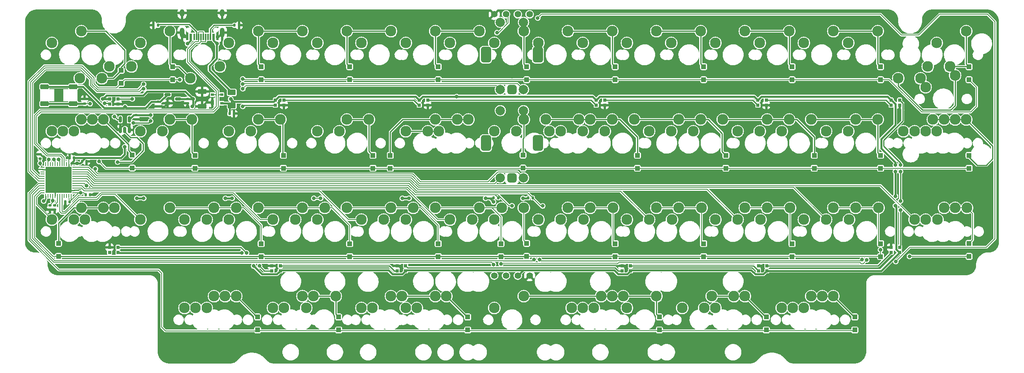
<source format=gbr>
%TF.GenerationSoftware,KiCad,Pcbnew,(7.0.0)*%
%TF.CreationDate,2023-11-22T09:44:10+01:00*%
%TF.ProjectId,universal vault,756e6976-6572-4736-916c-207661756c74,rev?*%
%TF.SameCoordinates,Original*%
%TF.FileFunction,Copper,L2,Bot*%
%TF.FilePolarity,Positive*%
%FSLAX46Y46*%
G04 Gerber Fmt 4.6, Leading zero omitted, Abs format (unit mm)*
G04 Created by KiCad (PCBNEW (7.0.0)) date 2023-11-22 09:44:10*
%MOMM*%
%LPD*%
G01*
G04 APERTURE LIST*
G04 Aperture macros list*
%AMRoundRect*
0 Rectangle with rounded corners*
0 $1 Rounding radius*
0 $2 $3 $4 $5 $6 $7 $8 $9 X,Y pos of 4 corners*
0 Add a 4 corners polygon primitive as box body*
4,1,4,$2,$3,$4,$5,$6,$7,$8,$9,$2,$3,0*
0 Add four circle primitives for the rounded corners*
1,1,$1+$1,$2,$3*
1,1,$1+$1,$4,$5*
1,1,$1+$1,$6,$7*
1,1,$1+$1,$8,$9*
0 Add four rect primitives between the rounded corners*
20,1,$1+$1,$2,$3,$4,$5,0*
20,1,$1+$1,$4,$5,$6,$7,0*
20,1,$1+$1,$6,$7,$8,$9,0*
20,1,$1+$1,$8,$9,$2,$3,0*%
G04 Aperture macros list end*
%TA.AperFunction,ComponentPad*%
%ADD10C,2.300000*%
%TD*%
%TA.AperFunction,ComponentPad*%
%ADD11C,1.397000*%
%TD*%
%TA.AperFunction,ComponentPad*%
%ADD12C,2.000000*%
%TD*%
%TA.AperFunction,ComponentPad*%
%ADD13RoundRect,0.500000X0.500000X-0.500000X0.500000X0.500000X-0.500000X0.500000X-0.500000X-0.500000X0*%
%TD*%
%TA.AperFunction,ComponentPad*%
%ADD14RoundRect,0.550000X0.550000X-1.150000X0.550000X1.150000X-0.550000X1.150000X-0.550000X-1.150000X0*%
%TD*%
%TA.AperFunction,SMDPad,CuDef*%
%ADD15RoundRect,0.250000X0.300000X-0.300000X0.300000X0.300000X-0.300000X0.300000X-0.300000X-0.300000X0*%
%TD*%
%TA.AperFunction,SMDPad,CuDef*%
%ADD16RoundRect,0.105000X0.245000X0.245000X-0.245000X0.245000X-0.245000X-0.245000X0.245000X-0.245000X0*%
%TD*%
%TA.AperFunction,SMDPad,CuDef*%
%ADD17RoundRect,0.105000X-0.245000X-0.245000X0.245000X-0.245000X0.245000X0.245000X-0.245000X0.245000X0*%
%TD*%
%TA.AperFunction,SMDPad,CuDef*%
%ADD18RoundRect,0.140000X-0.170000X0.140000X-0.170000X-0.140000X0.170000X-0.140000X0.170000X0.140000X0*%
%TD*%
%TA.AperFunction,SMDPad,CuDef*%
%ADD19RoundRect,0.135000X0.185000X-0.135000X0.185000X0.135000X-0.185000X0.135000X-0.185000X-0.135000X0*%
%TD*%
%TA.AperFunction,SMDPad,CuDef*%
%ADD20RoundRect,0.150000X0.150000X-0.512500X0.150000X0.512500X-0.150000X0.512500X-0.150000X-0.512500X0*%
%TD*%
%TA.AperFunction,SMDPad,CuDef*%
%ADD21RoundRect,0.140000X-0.140000X-0.170000X0.140000X-0.170000X0.140000X0.170000X-0.140000X0.170000X0*%
%TD*%
%TA.AperFunction,SMDPad,CuDef*%
%ADD22RoundRect,0.140000X0.170000X-0.140000X0.170000X0.140000X-0.170000X0.140000X-0.170000X-0.140000X0*%
%TD*%
%TA.AperFunction,SMDPad,CuDef*%
%ADD23RoundRect,0.135000X0.135000X0.185000X-0.135000X0.185000X-0.135000X-0.185000X0.135000X-0.185000X0*%
%TD*%
%TA.AperFunction,SMDPad,CuDef*%
%ADD24RoundRect,0.140000X0.140000X0.170000X-0.140000X0.170000X-0.140000X-0.170000X0.140000X-0.170000X0*%
%TD*%
%TA.AperFunction,SMDPad,CuDef*%
%ADD25RoundRect,0.275000X0.625000X0.275000X-0.625000X0.275000X-0.625000X-0.275000X0.625000X-0.275000X0*%
%TD*%
%TA.AperFunction,SMDPad,CuDef*%
%ADD26RoundRect,0.250000X0.625000X-0.375000X0.625000X0.375000X-0.625000X0.375000X-0.625000X-0.375000X0*%
%TD*%
%TA.AperFunction,SMDPad,CuDef*%
%ADD27RoundRect,0.150000X-0.512500X-0.150000X0.512500X-0.150000X0.512500X0.150000X-0.512500X0.150000X0*%
%TD*%
%TA.AperFunction,SMDPad,CuDef*%
%ADD28RoundRect,0.250000X0.700000X-0.275000X0.700000X0.275000X-0.700000X0.275000X-0.700000X-0.275000X0*%
%TD*%
%TA.AperFunction,SMDPad,CuDef*%
%ADD29RoundRect,0.135000X-0.135000X-0.185000X0.135000X-0.185000X0.135000X0.185000X-0.135000X0.185000X0*%
%TD*%
%TA.AperFunction,SMDPad,CuDef*%
%ADD30R,0.600000X1.450000*%
%TD*%
%TA.AperFunction,SMDPad,CuDef*%
%ADD31R,0.300000X1.450000*%
%TD*%
%TA.AperFunction,ComponentPad*%
%ADD32O,1.000000X1.600000*%
%TD*%
%TA.AperFunction,ComponentPad*%
%ADD33O,1.000000X2.100000*%
%TD*%
%TA.AperFunction,SMDPad,CuDef*%
%ADD34R,0.700000X1.000000*%
%TD*%
%TA.AperFunction,SMDPad,CuDef*%
%ADD35R,0.700000X0.600000*%
%TD*%
%TA.AperFunction,SMDPad,CuDef*%
%ADD36RoundRect,0.062500X0.062500X-0.375000X0.062500X0.375000X-0.062500X0.375000X-0.062500X-0.375000X0*%
%TD*%
%TA.AperFunction,SMDPad,CuDef*%
%ADD37RoundRect,0.062500X0.375000X-0.062500X0.375000X0.062500X-0.375000X0.062500X-0.375000X-0.062500X0*%
%TD*%
%TA.AperFunction,SMDPad,CuDef*%
%ADD38R,5.600000X5.600000*%
%TD*%
%TA.AperFunction,ViaPad*%
%ADD39C,0.800000*%
%TD*%
%TA.AperFunction,Conductor*%
%ADD40C,0.200000*%
%TD*%
%TA.AperFunction,Conductor*%
%ADD41C,0.381000*%
%TD*%
%TA.AperFunction,Conductor*%
%ADD42C,0.254000*%
%TD*%
%TA.AperFunction,Conductor*%
%ADD43C,0.250000*%
%TD*%
G04 APERTURE END LIST*
D10*
%TO.P,K_SPACE4,1*%
%TO.N,col3*%
X62865000Y69215000D03*
%TO.P,K_SPACE4,2*%
%TO.N,Net-(D_SPACE4-A)*%
X69215000Y71755000D03*
%TD*%
%TO.P,K_SPACE68,1*%
%TO.N,col6*%
X115252500Y50165000D03*
%TO.P,K_SPACE68,2*%
%TO.N,Net-(D_SPACE18-A)*%
X121602500Y52705000D03*
%TD*%
%TO.P,K_SPACE17,1*%
%TO.N,col5*%
X100965000Y50165000D03*
%TO.P,K_SPACE17,2*%
%TO.N,Net-(D_SPACE17-A)*%
X107315000Y52705000D03*
%TD*%
%TO.P,K_SPACE30,1*%
%TO.N,col7*%
X129540000Y31115000D03*
%TO.P,K_SPACE30,2*%
%TO.N,Net-(D_SPACE30-A)*%
X135890000Y33655000D03*
%TD*%
%TO.P,K_SPACE118,1*%
%TO.N,col7*%
X148590000Y12065000D03*
%TO.P,K_SPACE118,2*%
%TO.N,Net-(D_SPACE39-A)*%
X154940000Y14605000D03*
%TD*%
%TO.P,K_SPACE94,1*%
%TO.N,col4*%
X96202500Y31115000D03*
%TO.P,K_SPACE94,2*%
%TO.N,Net-(D_SPACE27-A)*%
X102552500Y33655000D03*
%TD*%
%TO.P,K_SPACE73,1*%
%TO.N,col1*%
X29527500Y50165000D03*
%TO.P,K_SPACE73,2*%
%TO.N,Net-(D_SPACE13-A)*%
X35877500Y52705000D03*
%TD*%
%TO.P,K_SPACE117,1*%
%TO.N,col3*%
X53340000Y12065000D03*
%TO.P,K_SPACE117,2*%
%TO.N,Net-(D_SPACE35-A)*%
X59690000Y14605000D03*
%TD*%
%TO.P,K_SPACE107,1*%
%TO.N,col2*%
X36671250Y12065000D03*
%TO.P,K_SPACE107,2*%
%TO.N,Net-(D_SPACE34-A)*%
X43021250Y14605000D03*
%TD*%
%TO.P,K_SPACE83,1*%
%TO.N,col1*%
X24765000Y31115000D03*
%TO.P,K_SPACE83,2*%
%TO.N,Net-(D_SPACE24-A)*%
X31115000Y33655000D03*
%TD*%
%TO.P,K_SPACE124,1*%
%TO.N,col4*%
X74771250Y12065000D03*
%TO.P,K_SPACE124,2*%
%TO.N,Net-(D_SPACE36-A)*%
X81121250Y14605000D03*
%TD*%
%TO.P,K_SPACE28,1*%
%TO.N,col4*%
X89058750Y50165000D03*
%TO.P,K_SPACE28,2*%
%TO.N,Net-(D_SPACE16-A)*%
X95408750Y52705000D03*
%TD*%
%TO.P,K_SPACE72,1*%
%TO.N,col10*%
X191452500Y50165000D03*
%TO.P,K_SPACE72,2*%
%TO.N,Net-(D_SPACE22-A)*%
X197802500Y52705000D03*
%TD*%
D11*
%TO.P,OL2,1,SDA*%
%TO.N,SDA*%
X108585000Y75406250D03*
%TO.P,OL2,2,SCL*%
%TO.N,SCL*%
X106045000Y75406250D03*
%TO.P,OL2,3,VCC*%
%TO.N,+5V*%
X103505000Y75406250D03*
%TO.P,OL2,4,GND*%
%TO.N,GND*%
X100965000Y75406250D03*
%TD*%
D10*
%TO.P,K_SPACE95,1*%
%TO.N,col10*%
X193833750Y59690000D03*
%TO.P,K_SPACE95,2*%
%TO.N,Net-(D_SPACE11-A)*%
X200183750Y62230000D03*
%TD*%
%TO.P,K_SPACE9,1*%
%TO.N,col8*%
X158115000Y69215000D03*
%TO.P,K_SPACE9,2*%
%TO.N,Net-(D_SPACE9-A)*%
X164465000Y71755000D03*
%TD*%
%TO.P,K_SPACE21,1*%
%TO.N,col9*%
X177165000Y50165000D03*
%TO.P,K_SPACE21,2*%
%TO.N,Net-(D_SPACE21-A)*%
X183515000Y52705000D03*
%TD*%
%TO.P,K_SPACE33,1*%
%TO.N,col10*%
X191452500Y31115000D03*
%TO.P,K_SPACE33,2*%
%TO.N,Net-(D_SPACE33-A)*%
X197802500Y33655000D03*
%TD*%
%TO.P,K_SPACE55,1*%
%TO.N,col3*%
X72390000Y69215000D03*
%TO.P,K_SPACE55,2*%
%TO.N,Net-(D_SPACE4-A)*%
X78740000Y71755000D03*
%TD*%
%TO.P,K_SPACE121,1*%
%TO.N,col6*%
X120015000Y12065000D03*
%TO.P,K_SPACE121,2*%
%TO.N,Net-(D_SPACE38-A)*%
X126365000Y14605000D03*
%TD*%
%TO.P,K_SPACE115,1*%
%TO.N,col6*%
X117633750Y12065000D03*
%TO.P,K_SPACE115,2*%
%TO.N,Net-(D_SPACE38-A)*%
X123983750Y14605000D03*
%TD*%
%TO.P,K_SPACE15,1*%
%TO.N,col3*%
X62865000Y50165000D03*
%TO.P,K_SPACE15,2*%
%TO.N,Net-(D_SPACE15-A)*%
X69215000Y52705000D03*
%TD*%
%TO.P,K_SPACE70,1*%
%TO.N,col8*%
X153352500Y50165000D03*
%TO.P,K_SPACE70,2*%
%TO.N,Net-(D_SPACE20-A)*%
X159702500Y52705000D03*
%TD*%
%TO.P,K_SPACE98,1*%
%TO.N,col8*%
X153352500Y31115000D03*
%TO.P,K_SPACE98,2*%
%TO.N,Net-(D_SPACE31-A)*%
X159702500Y33655000D03*
%TD*%
%TO.P,K_SPACE78,1*%
%TO.N,col7*%
X124777500Y50165000D03*
%TO.P,K_SPACE78,2*%
%TO.N,Net-(D_SPACE19-A)*%
X131127500Y52705000D03*
%TD*%
%TO.P,K_SPACE101,1*%
%TO.N,col10*%
X193833750Y50165000D03*
%TO.P,K_SPACE101,2*%
%TO.N,Net-(D_SPACE22-A)*%
X200183750Y52705000D03*
%TD*%
%TO.P,K_SPACE10,1*%
%TO.N,col9*%
X177165000Y69215000D03*
%TO.P,K_SPACE10,2*%
%TO.N,Net-(D_SPACE10-A)*%
X183515000Y71755000D03*
%TD*%
%TO.P,K_SPACE74,1*%
%TO.N,col2*%
X48577500Y50165000D03*
%TO.P,K_SPACE74,2*%
%TO.N,Net-(D_SPACE14-A)*%
X54927500Y52705000D03*
%TD*%
D11*
%TO.P,OL1,1,SDA*%
%TO.N,SDA*%
X100965000Y19050000D03*
%TO.P,OL1,2,SCL*%
%TO.N,SCL*%
X103505000Y19050000D03*
%TO.P,OL1,3,VCC*%
%TO.N,+5V*%
X106045000Y19050000D03*
%TO.P,OL1,4,GND*%
%TO.N,GND*%
X108585000Y19050000D03*
%TD*%
D10*
%TO.P,K_SPACE99,1*%
%TO.N,col9*%
X172402500Y31115000D03*
%TO.P,K_SPACE99,2*%
%TO.N,Net-(D_SPACE32-A)*%
X178752500Y33655000D03*
%TD*%
%TO.P,K_SPACE85,1*%
%TO.N,col3*%
X62865000Y31115000D03*
%TO.P,K_SPACE85,2*%
%TO.N,Net-(D_SPACE26-A)*%
X69215000Y33655000D03*
%TD*%
%TO.P,K_SPACE110,1*%
%TO.N,col6*%
X100965000Y12065000D03*
%TO.P,K_SPACE110,2*%
%TO.N,Net-(D_SPACE38-A)*%
X107315000Y14605000D03*
%TD*%
%TO.P,K_SPACE2,1*%
%TO.N,col1*%
X24765000Y69215000D03*
%TO.P,K_SPACE2,2*%
%TO.N,Net-(D_SPACE2-A)*%
X31115000Y71755000D03*
%TD*%
%TO.P,K_SPACE92,1*%
%TO.N,col2*%
X58102500Y31115000D03*
%TO.P,K_SPACE92,2*%
%TO.N,Net-(D_SPACE25-A)*%
X64452500Y33655000D03*
%TD*%
%TO.P,K_SPACE34,1*%
%TO.N,col6*%
X112871250Y50165000D03*
%TO.P,K_SPACE34,2*%
%TO.N,Net-(D_SPACE18-A)*%
X119221250Y52705000D03*
%TD*%
%TO.P,K_SPACE14,1*%
%TO.N,col2*%
X43815000Y50165000D03*
%TO.P,K_SPACE14,2*%
%TO.N,Net-(D_SPACE14-A)*%
X50165000Y52705000D03*
%TD*%
%TO.P,K_SPACE77,1*%
%TO.N,col6*%
X105727500Y50165000D03*
%TO.P,K_SPACE77,2*%
%TO.N,Net-(D_SPACE18-A)*%
X112077500Y52705000D03*
%TD*%
%TO.P,K_SPACE32,1*%
%TO.N,col9*%
X167640000Y31115000D03*
%TO.P,K_SPACE32,2*%
%TO.N,Net-(D_SPACE32-A)*%
X173990000Y33655000D03*
%TD*%
%TO.P,K_SPACE114,1*%
%TO.N,col4*%
X84296250Y12065000D03*
%TO.P,K_SPACE114,2*%
%TO.N,Net-(D_SPACE36-A)*%
X90646250Y14605000D03*
%TD*%
%TO.P,K_SPACE67,1*%
%TO.N,col0*%
X8096250Y50165000D03*
%TO.P,K_SPACE67,2*%
%TO.N,Net-(D_SPACE12-A)*%
X14446250Y52705000D03*
%TD*%
%TO.P,K_SPACE108,1*%
%TO.N,col7*%
X141446250Y12065000D03*
%TO.P,K_SPACE108,2*%
%TO.N,Net-(D_SPACE39-A)*%
X147796250Y14605000D03*
%TD*%
%TO.P,K_SPACE71,1*%
%TO.N,col9*%
X172402500Y50165000D03*
%TO.P,K_SPACE71,2*%
%TO.N,Net-(D_SPACE21-A)*%
X178752500Y52705000D03*
%TD*%
%TO.P,K_SPACE88,1*%
%TO.N,col7*%
X139231250Y31115000D03*
%TO.P,K_SPACE88,2*%
%TO.N,Net-(D_SPACE30-A)*%
X145581250Y33655000D03*
%TD*%
%TO.P,K_SPACE50,1*%
%TO.N,col0*%
X12858750Y31115000D03*
%TO.P,K_SPACE50,2*%
%TO.N,Net-(D_SPACE23-A)*%
X19208750Y33655000D03*
%TD*%
%TO.P,K_SPACE57,1*%
%TO.N,col0*%
X10477500Y50165000D03*
%TO.P,K_SPACE57,2*%
%TO.N,Net-(D_SPACE12-A)*%
X16827500Y52705000D03*
%TD*%
%TO.P,K_SPACE26,1*%
%TO.N,col3*%
X72390000Y31115000D03*
%TO.P,K_SPACE26,2*%
%TO.N,Net-(D_SPACE26-A)*%
X78740000Y33655000D03*
%TD*%
%TO.P,K_SPACE90,1*%
%TO.N,col9*%
X177331250Y31115000D03*
%TO.P,K_SPACE90,2*%
%TO.N,Net-(D_SPACE32-A)*%
X183681250Y33655000D03*
%TD*%
%TO.P,K_SPACE116,1*%
%TO.N,col6*%
X100965000Y12065000D03*
%TO.P,K_SPACE116,2*%
%TO.N,Net-(D_SPACE38-A)*%
X107315000Y14605000D03*
%TD*%
%TO.P,K_SPACE93,1*%
%TO.N,col3*%
X77152500Y31115000D03*
%TO.P,K_SPACE93,2*%
%TO.N,Net-(D_SPACE26-A)*%
X83502500Y33655000D03*
%TD*%
%TO.P,K_SPACE81,1*%
%TO.N,col10*%
X189071250Y50165000D03*
%TO.P,K_SPACE81,2*%
%TO.N,Net-(D_SPACE22-A)*%
X195421250Y52705000D03*
%TD*%
%TO.P,K_SPACE128,1*%
%TO.N,col4*%
X72390000Y12065000D03*
%TO.P,K_SPACE128,2*%
%TO.N,Net-(D_SPACE36-A)*%
X78740000Y14605000D03*
%TD*%
%TO.P,K_SPACE87,1*%
%TO.N,col6*%
X120181250Y31115000D03*
%TO.P,K_SPACE87,2*%
%TO.N,Net-(D_SPACE29-A)*%
X126531250Y33655000D03*
%TD*%
%TO.P,K_SPACE123,1*%
%TO.N,col8*%
X162877500Y12065000D03*
%TO.P,K_SPACE123,2*%
%TO.N,Net-(D_SPACE40-A)*%
X169227500Y14605000D03*
%TD*%
%TO.P,K_SPACE97,1*%
%TO.N,col7*%
X134302500Y31115000D03*
%TO.P,K_SPACE97,2*%
%TO.N,Net-(D_SPACE30-A)*%
X140652500Y33655000D03*
%TD*%
%TO.P,K_SPACE69,1*%
%TO.N,col7*%
X134302500Y50165000D03*
%TO.P,K_SPACE69,2*%
%TO.N,Net-(D_SPACE19-A)*%
X140652500Y52705000D03*
%TD*%
%TO.P,K_SPACE56,1*%
%TO.N,col4*%
X91440000Y69215000D03*
%TO.P,K_SPACE56,2*%
%TO.N,Net-(D_SPACE5-A)*%
X97790000Y71755000D03*
%TD*%
%TO.P,K_SPACE62,1*%
%TO.N,col10*%
X194310000Y64135000D03*
%TO.P,K_SPACE62,2*%
%TO.N,Net-(D_SPACE11-A)*%
X187960000Y61595000D03*
%TD*%
%TO.P,K_SPACE109,1*%
%TO.N,col8*%
X165258750Y12065000D03*
%TO.P,K_SPACE109,2*%
%TO.N,Net-(D_SPACE40-A)*%
X171608750Y14605000D03*
%TD*%
%TO.P,K_SPACE25,1*%
%TO.N,col2*%
X53340000Y31115000D03*
%TO.P,K_SPACE25,2*%
%TO.N,Net-(D_SPACE25-A)*%
X59690000Y33655000D03*
%TD*%
%TO.P,K_SPACE63,1*%
%TO.N,col1*%
X29527500Y50165000D03*
%TO.P,K_SPACE63,2*%
%TO.N,Net-(D_SPACE13-A)*%
X35877500Y52705000D03*
%TD*%
%TO.P,K_SPACE51,1*%
%TO.N,col1*%
X39052500Y31115000D03*
%TO.P,K_SPACE51,2*%
%TO.N,Net-(D_SPACE24-A)*%
X45402500Y33655000D03*
%TD*%
%TO.P,K_SPACE60,1*%
%TO.N,col8*%
X148590000Y69215000D03*
%TO.P,K_SPACE60,2*%
%TO.N,Net-(D_SPACE9-A)*%
X154940000Y71755000D03*
%TD*%
%TO.P,K_SPACE103,1*%
%TO.N,col0*%
X18097500Y64135000D03*
%TO.P,K_SPACE103,2*%
%TO.N,Net-(D_SPACE1-A)*%
X11747500Y61595000D03*
%TD*%
%TO.P,K_SPACE102,1*%
%TO.N,Net-(D_SPACE11-A)*%
X199072500Y64135000D03*
%TO.P,K_SPACE102,2*%
%TO.N,col10*%
X192722500Y61595000D03*
%TD*%
%TO.P,K_SPACE8,1*%
%TO.N,col7*%
X139065000Y69215000D03*
%TO.P,K_SPACE8,2*%
%TO.N,Net-(D_SPACE8-A)*%
X145415000Y71755000D03*
%TD*%
%TO.P,K_SPACE86,1*%
%TO.N,col4*%
X81915000Y31115000D03*
%TO.P,K_SPACE86,2*%
%TO.N,Net-(D_SPACE27-A)*%
X88265000Y33655000D03*
%TD*%
%TO.P,K_SPACE100,1*%
%TO.N,col10*%
X193833750Y31115000D03*
%TO.P,K_SPACE100,2*%
%TO.N,Net-(D_SPACE33-A)*%
X200183750Y33655000D03*
%TD*%
%TO.P,K_SPACE66,1*%
%TO.N,col4*%
X86677500Y50165000D03*
%TO.P,K_SPACE66,2*%
%TO.N,Net-(D_SPACE16-A)*%
X93027500Y52705000D03*
%TD*%
D12*
%TO.P,SW1,A,A*%
%TO.N,rA*%
X102275000Y59175000D03*
%TO.P,SW1,B,B*%
%TO.N,rB*%
X107275000Y59175000D03*
D13*
%TO.P,SW1,C,C*%
%TO.N,GND*%
X104775000Y59175000D03*
D14*
%TO.P,SW1,MP*%
%TO.N,N/C*%
X99175000Y66675000D03*
X110375000Y66675000D03*
D12*
%TO.P,SW1,S1,S1*%
%TO.N,Net-(D_SPACE6-A)*%
X107275000Y73675000D03*
%TO.P,SW1,S2,S2*%
%TO.N,col5*%
X102275000Y73675000D03*
%TD*%
D10*
%TO.P,K_SPACE79,1*%
%TO.N,col8*%
X143827500Y50165000D03*
%TO.P,K_SPACE79,2*%
%TO.N,Net-(D_SPACE20-A)*%
X150177500Y52705000D03*
%TD*%
%TO.P,K_SPACE64,1*%
%TO.N,col2*%
X48577500Y50165000D03*
%TO.P,K_SPACE64,2*%
%TO.N,Net-(D_SPACE14-A)*%
X54927500Y52705000D03*
%TD*%
%TO.P,K_SPACE20,1*%
%TO.N,col8*%
X158115000Y50165000D03*
%TO.P,K_SPACE20,2*%
%TO.N,Net-(D_SPACE20-A)*%
X164465000Y52705000D03*
%TD*%
%TO.P,K_SPACE49,1*%
%TO.N,col5*%
X100965000Y31115000D03*
%TO.P,K_SPACE49,2*%
%TO.N,Net-(D_SPACE28-A)*%
X107315000Y33655000D03*
%TD*%
%TO.P,K_SPACE59,1*%
%TO.N,col7*%
X129540000Y69215000D03*
%TO.P,K_SPACE59,2*%
%TO.N,Net-(D_SPACE8-A)*%
X135890000Y71755000D03*
%TD*%
%TO.P,K_SPACE104,1*%
%TO.N,col0*%
X8096250Y50165000D03*
%TO.P,K_SPACE104,2*%
%TO.N,Net-(D_SPACE12-A)*%
X14446250Y52705000D03*
%TD*%
%TO.P,K_SPACE84,1*%
%TO.N,col2*%
X43815000Y31115000D03*
%TO.P,K_SPACE84,2*%
%TO.N,Net-(D_SPACE25-A)*%
X50165000Y33655000D03*
%TD*%
%TO.P,K_SPACE106,1*%
%TO.N,col3*%
X60483750Y12065000D03*
%TO.P,K_SPACE106,2*%
%TO.N,Net-(D_SPACE35-A)*%
X66833750Y14605000D03*
%TD*%
%TO.P,K_SPACE125,1*%
%TO.N,col6*%
X122396250Y12065000D03*
%TO.P,K_SPACE125,2*%
%TO.N,Net-(D_SPACE38-A)*%
X128746250Y14605000D03*
%TD*%
%TO.P,K_SPACE11,1*%
%TO.N,col10*%
X196215000Y69215000D03*
%TO.P,K_SPACE11,2*%
%TO.N,Net-(D_SPACE11-A)*%
X202565000Y71755000D03*
%TD*%
%TO.P,K_SPACE91,1*%
%TO.N,col10*%
X196381250Y31115000D03*
%TO.P,K_SPACE91,2*%
%TO.N,Net-(D_SPACE33-A)*%
X202731250Y33655000D03*
%TD*%
D12*
%TO.P,SW2,A,A*%
%TO.N,rC*%
X102275000Y40125000D03*
%TO.P,SW2,B,B*%
%TO.N,rD*%
X107275000Y40125000D03*
D13*
%TO.P,SW2,C,C*%
%TO.N,GND*%
X104775000Y40125000D03*
D14*
%TO.P,SW2,MP*%
%TO.N,N/C*%
X99175000Y47625000D03*
X110375000Y47625000D03*
D12*
%TO.P,SW2,S1,S1*%
%TO.N,Net-(D_SPACE17-A)*%
X107275000Y54625000D03*
%TO.P,SW2,S2,S2*%
%TO.N,col5*%
X102275000Y54625000D03*
%TD*%
D10*
%TO.P,K_SPACE122,1*%
%TO.N,col2*%
X39052500Y12065000D03*
%TO.P,K_SPACE122,2*%
%TO.N,Net-(D_SPACE34-A)*%
X45402500Y14605000D03*
%TD*%
%TO.P,K_SPACE129,1*%
%TO.N,col6*%
X129540000Y12065000D03*
%TO.P,K_SPACE129,2*%
%TO.N,Net-(D_SPACE38-A)*%
X135890000Y14605000D03*
%TD*%
%TO.P,K_SPACE113,1*%
%TO.N,col8*%
X167640000Y12065000D03*
%TO.P,K_SPACE113,2*%
%TO.N,Net-(D_SPACE40-A)*%
X173990000Y14605000D03*
%TD*%
%TO.P,K_SPACE19,1*%
%TO.N,col7*%
X139065000Y50165000D03*
%TO.P,K_SPACE19,2*%
%TO.N,Net-(D_SPACE19-A)*%
X145415000Y52705000D03*
%TD*%
%TO.P,K_SPACE23,1*%
%TO.N,col0*%
X10477500Y31115000D03*
%TO.P,K_SPACE23,2*%
%TO.N,Net-(D_SPACE23-A)*%
X16827500Y33655000D03*
%TD*%
%TO.P,K_SPACE16,1*%
%TO.N,col4*%
X81915000Y50165000D03*
%TO.P,K_SPACE16,2*%
%TO.N,Net-(D_SPACE16-A)*%
X88265000Y52705000D03*
%TD*%
%TO.P,K_SPACE105,1*%
%TO.N,col2*%
X34290000Y12065000D03*
%TO.P,K_SPACE105,2*%
%TO.N,Net-(D_SPACE34-A)*%
X40640000Y14605000D03*
%TD*%
%TO.P,K_SPACE12,1*%
%TO.N,col0*%
X5715000Y50165000D03*
%TO.P,K_SPACE12,2*%
%TO.N,Net-(D_SPACE12-A)*%
X12065000Y52705000D03*
%TD*%
%TO.P,K_SPACE22,1*%
%TO.N,col10*%
X196215000Y50165000D03*
%TO.P,K_SPACE22,2*%
%TO.N,Net-(D_SPACE22-A)*%
X202565000Y52705000D03*
%TD*%
%TO.P,K_SPACE52,1*%
%TO.N,col0*%
X22860000Y64135000D03*
%TO.P,K_SPACE52,2*%
%TO.N,Net-(D_SPACE1-A)*%
X16510000Y61595000D03*
%TD*%
%TO.P,K_SPACE65,1*%
%TO.N,col3*%
X67627500Y50165000D03*
%TO.P,K_SPACE65,2*%
%TO.N,Net-(D_SPACE15-A)*%
X73977500Y52705000D03*
%TD*%
%TO.P,K_SPACE53,1*%
%TO.N,col1*%
X41910000Y64135000D03*
%TO.P,K_SPACE53,2*%
%TO.N,Net-(D_SPACE2-A)*%
X35560000Y61595000D03*
%TD*%
%TO.P,K_SPACE3,1*%
%TO.N,col2*%
X43815000Y69215000D03*
%TO.P,K_SPACE3,2*%
%TO.N,Net-(D_SPACE3-A)*%
X50165000Y71755000D03*
%TD*%
%TO.P,K_SPACE80,1*%
%TO.N,col9*%
X162877500Y50165000D03*
%TO.P,K_SPACE80,2*%
%TO.N,Net-(D_SPACE21-A)*%
X169227500Y52705000D03*
%TD*%
%TO.P,K_SPACE7,1*%
%TO.N,col6*%
X120015000Y69215000D03*
%TO.P,K_SPACE7,2*%
%TO.N,Net-(D_SPACE7-A)*%
X126365000Y71755000D03*
%TD*%
%TO.P,K_SPACE96,1*%
%TO.N,col6*%
X115252500Y31115000D03*
%TO.P,K_SPACE96,2*%
%TO.N,Net-(D_SPACE29-A)*%
X121602500Y33655000D03*
%TD*%
%TO.P,K_SPACE6,1*%
%TO.N,col5*%
X100965000Y69215000D03*
%TO.P,K_SPACE6,2*%
%TO.N,Net-(D_SPACE6-A)*%
X107315000Y71755000D03*
%TD*%
%TO.P,K_SPACE82,1*%
%TO.N,col0*%
X5715000Y31115000D03*
%TO.P,K_SPACE82,2*%
%TO.N,Net-(D_SPACE23-A)*%
X12065000Y33655000D03*
%TD*%
%TO.P,K_SPACE111,1*%
%TO.N,col3*%
X55721250Y12065000D03*
%TO.P,K_SPACE111,2*%
%TO.N,Net-(D_SPACE35-A)*%
X62071250Y14605000D03*
%TD*%
%TO.P,K_SPACE89,1*%
%TO.N,col8*%
X158281250Y31115000D03*
%TO.P,K_SPACE89,2*%
%TO.N,Net-(D_SPACE31-A)*%
X164631250Y33655000D03*
%TD*%
%TO.P,K_SPACE29,1*%
%TO.N,col6*%
X110490000Y31115000D03*
%TO.P,K_SPACE29,2*%
%TO.N,Net-(D_SPACE29-A)*%
X116840000Y33655000D03*
%TD*%
%TO.P,K_SPACE5,1*%
%TO.N,col4*%
X81915000Y69215000D03*
%TO.P,K_SPACE5,2*%
%TO.N,Net-(D_SPACE5-A)*%
X88265000Y71755000D03*
%TD*%
%TO.P,K_SPACE120,1*%
%TO.N,col4*%
X81915000Y12065000D03*
%TO.P,K_SPACE120,2*%
%TO.N,Net-(D_SPACE36-A)*%
X88265000Y14605000D03*
%TD*%
%TO.P,K_SPACE58,1*%
%TO.N,col6*%
X110490000Y69215000D03*
%TO.P,K_SPACE58,2*%
%TO.N,Net-(D_SPACE7-A)*%
X116840000Y71755000D03*
%TD*%
%TO.P,K_SPACE75,1*%
%TO.N,col3*%
X67627500Y50165000D03*
%TO.P,K_SPACE75,2*%
%TO.N,Net-(D_SPACE15-A)*%
X73977500Y52705000D03*
%TD*%
%TO.P,K_SPACE27,1*%
%TO.N,col4*%
X91440000Y31115000D03*
%TO.P,K_SPACE27,2*%
%TO.N,Net-(D_SPACE27-A)*%
X97790000Y33655000D03*
%TD*%
%TO.P,K_SPACE61,1*%
%TO.N,col9*%
X167640000Y69215000D03*
%TO.P,K_SPACE61,2*%
%TO.N,Net-(D_SPACE10-A)*%
X173990000Y71755000D03*
%TD*%
%TO.P,K_SPACE24,1*%
%TO.N,col1*%
X34290000Y31115000D03*
%TO.P,K_SPACE24,2*%
%TO.N,Net-(D_SPACE24-A)*%
X40640000Y33655000D03*
%TD*%
%TO.P,K_SPACE18,1*%
%TO.N,col6*%
X120015000Y50165000D03*
%TO.P,K_SPACE18,2*%
%TO.N,Net-(D_SPACE18-A)*%
X126365000Y52705000D03*
%TD*%
%TO.P,K_SPACE76,1*%
%TO.N,col4*%
X86677500Y50165000D03*
%TO.P,K_SPACE76,2*%
%TO.N,Net-(D_SPACE16-A)*%
X93027500Y52705000D03*
%TD*%
%TO.P,K_SPACE31,1*%
%TO.N,col8*%
X148590000Y31115000D03*
%TO.P,K_SPACE31,2*%
%TO.N,Net-(D_SPACE31-A)*%
X154940000Y33655000D03*
%TD*%
%TO.P,K_SPACE1,1*%
%TO.N,col0*%
X5715000Y69215000D03*
%TO.P,K_SPACE1,2*%
%TO.N,Net-(D_SPACE1-A)*%
X12065000Y71755000D03*
%TD*%
%TO.P,K_SPACE112,1*%
%TO.N,col7*%
X146208750Y12065000D03*
%TO.P,K_SPACE112,2*%
%TO.N,Net-(D_SPACE39-A)*%
X152558750Y14605000D03*
%TD*%
%TO.P,K_SPACE54,1*%
%TO.N,col2*%
X53340000Y69215000D03*
%TO.P,K_SPACE54,2*%
%TO.N,Net-(D_SPACE3-A)*%
X59690000Y71755000D03*
%TD*%
%TO.P,K_SPACE13,1*%
%TO.N,col1*%
X24765000Y50165000D03*
%TO.P,K_SPACE13,2*%
%TO.N,Net-(D_SPACE13-A)*%
X31115000Y52705000D03*
%TD*%
D15*
%TO.P,D_SPACE17,1,K*%
%TO.N,row1*%
X107156250Y42256250D03*
%TO.P,D_SPACE17,2,A*%
%TO.N,Net-(D_SPACE17-A)*%
X107156250Y45056250D03*
%TD*%
D16*
%TO.P,LED1,1,DOUT*%
%TO.N,Net-(LED1-DOUT)*%
X19965000Y57150000D03*
%TO.P,LED1,2,VSS*%
%TO.N,GND*%
X19965000Y56050000D03*
%TO.P,LED1,3,DIN*%
%TO.N,rgb underglow*%
X18135000Y56050000D03*
%TO.P,LED1,4,VDD*%
%TO.N,+5V*%
X18135000Y57150000D03*
%TD*%
%TO.P,LED6,1,DOUT*%
%TO.N,Net-(LED6-DOUT)*%
X188240000Y56906250D03*
%TO.P,LED6,2,VSS*%
%TO.N,GND*%
X188240000Y55806250D03*
%TO.P,LED6,3,DIN*%
%TO.N,Net-(LED5-DOUT)*%
X186410000Y55806250D03*
%TO.P,LED6,4,VDD*%
%TO.N,+5V*%
X186410000Y56906250D03*
%TD*%
D15*
%TO.P,D_SPACE34,1,K*%
%TO.N,row3*%
X50006250Y7331250D03*
%TO.P,D_SPACE34,2,A*%
%TO.N,Net-(D_SPACE34-A)*%
X50006250Y10131250D03*
%TD*%
%TO.P,D_SPACE5,1,K*%
%TO.N,row0*%
X88900000Y61306250D03*
%TO.P,D_SPACE5,2,A*%
%TO.N,Net-(D_SPACE5-A)*%
X88900000Y64106250D03*
%TD*%
%TO.P,D_SPACE1,1,K*%
%TO.N,row0*%
X20637500Y60512500D03*
%TO.P,D_SPACE1,2,A*%
%TO.N,Net-(D_SPACE1-A)*%
X20637500Y63312500D03*
%TD*%
D17*
%TO.P,LED11,1,DOUT*%
%TO.N,Net-(LED11-DOUT)*%
X53060000Y20087500D03*
%TO.P,LED11,2,VSS*%
%TO.N,GND*%
X53060000Y21187500D03*
%TO.P,LED11,3,DIN*%
%TO.N,Net-(LED10-DOUT)*%
X54890000Y21187500D03*
%TO.P,LED11,4,VDD*%
%TO.N,+5V*%
X54890000Y20087500D03*
%TD*%
D18*
%TO.P,C7,1*%
%TO.N,NRST*%
X6285671Y34243940D03*
%TO.P,C7,2*%
%TO.N,GND*%
X6285671Y33283940D03*
%TD*%
D15*
%TO.P,D_SPACE32,1,K*%
%TO.N,row2*%
X184150000Y23143750D03*
%TO.P,D_SPACE32,2,A*%
%TO.N,Net-(D_SPACE32-A)*%
X184150000Y25943750D03*
%TD*%
D19*
%TO.P,R1,1*%
%TO.N,BOOT*%
X12775000Y56130000D03*
%TO.P,R1,2*%
%TO.N,GND*%
X12775000Y57150000D03*
%TD*%
D20*
%TO.P,U3,1*%
%TO.N,GND*%
X22381250Y50456250D03*
%TO.P,U3,2*%
%TO.N,RGB MCU*%
X21431250Y50456250D03*
%TO.P,U3,3,GND*%
%TO.N,GND*%
X20481250Y50456250D03*
%TO.P,U3,4*%
%TO.N,rgb underglow*%
X20481250Y52731250D03*
%TO.P,U3,5,+5V*%
%TO.N,+5V*%
X22381250Y52731250D03*
%TD*%
D15*
%TO.P,D_SPACE36,1,K*%
%TO.N,row3*%
X95250000Y7331250D03*
%TO.P,D_SPACE36,2,A*%
%TO.N,Net-(D_SPACE36-A)*%
X95250000Y10131250D03*
%TD*%
D21*
%TO.P,C4,1*%
%TO.N,+3V3*%
X13013750Y36512500D03*
%TO.P,C4,2*%
%TO.N,GND*%
X13973750Y36512500D03*
%TD*%
D17*
%TO.P,LED12,1,DOUT*%
%TO.N,unconnected-(LED12-DOUT-Pad1)*%
X18135000Y24056250D03*
%TO.P,LED12,2,VSS*%
%TO.N,GND*%
X18135000Y25156250D03*
%TO.P,LED12,3,DIN*%
%TO.N,Net-(LED11-DOUT)*%
X19965000Y25156250D03*
%TO.P,LED12,4,VDD*%
%TO.N,+5V*%
X19965000Y24056250D03*
%TD*%
D16*
%TO.P,LED5,1,DOUT*%
%TO.N,Net-(LED5-DOUT)*%
X159543750Y56906250D03*
%TO.P,LED5,2,VSS*%
%TO.N,GND*%
X159543750Y55806250D03*
%TO.P,LED5,3,DIN*%
%TO.N,Net-(LED4-DOUT)*%
X157713750Y55806250D03*
%TO.P,LED5,4,VDD*%
%TO.N,+5V*%
X157713750Y56906250D03*
%TD*%
D17*
%TO.P,LED7,1,DOUT*%
%TO.N,Net-(LED7-DOUT)*%
X186410000Y24056250D03*
%TO.P,LED7,2,VSS*%
%TO.N,GND*%
X186410000Y25156250D03*
%TO.P,LED7,3,DIN*%
%TO.N,Net-(LED6-DOUT)*%
X188240000Y25156250D03*
%TO.P,LED7,4,VDD*%
%TO.N,+5V*%
X188240000Y24056250D03*
%TD*%
%TO.P,LED8,1,DOUT*%
%TO.N,Net-(LED8-DOUT)*%
X157835000Y20087500D03*
%TO.P,LED8,2,VSS*%
%TO.N,GND*%
X157835000Y21187500D03*
%TO.P,LED8,3,DIN*%
%TO.N,Net-(LED7-DOUT)*%
X159665000Y21187500D03*
%TO.P,LED8,4,VDD*%
%TO.N,+5V*%
X159665000Y20087500D03*
%TD*%
D15*
%TO.P,D_SPACE38,1,K*%
%TO.N,row3*%
X136525000Y7331250D03*
%TO.P,D_SPACE38,2,A*%
%TO.N,Net-(D_SPACE38-A)*%
X136525000Y10131250D03*
%TD*%
%TO.P,D_SPACE25,1,K*%
%TO.N,row2*%
X69847518Y23143750D03*
%TO.P,D_SPACE25,2,A*%
%TO.N,Net-(D_SPACE25-A)*%
X69847518Y25943750D03*
%TD*%
%TO.P,D_SPACE18,1,K*%
%TO.N,row1*%
X131789925Y42193750D03*
%TO.P,D_SPACE18,2,A*%
%TO.N,Net-(D_SPACE18-A)*%
X131789925Y44993750D03*
%TD*%
%TO.P,D_SPACE9,1,K*%
%TO.N,row0*%
X165100000Y61306250D03*
%TO.P,D_SPACE9,2,A*%
%TO.N,Net-(D_SPACE9-A)*%
X165100000Y64106250D03*
%TD*%
%TO.P,D_SPACE13,1,K*%
%TO.N,row1*%
X36513594Y42193750D03*
%TO.P,D_SPACE13,2,A*%
%TO.N,Net-(D_SPACE13-A)*%
X36513594Y44993750D03*
%TD*%
D22*
%TO.P,C2,1*%
%TO.N,+3V3*%
X3175000Y44283750D03*
%TO.P,C2,2*%
%TO.N,GND*%
X3175000Y45243750D03*
%TD*%
D15*
%TO.P,D_SPACE35,1,K*%
%TO.N,row3*%
X67468750Y7331250D03*
%TO.P,D_SPACE35,2,A*%
%TO.N,Net-(D_SPACE35-A)*%
X67468750Y10131250D03*
%TD*%
%TO.P,D_SPACE12,1,K*%
%TO.N,row1*%
X23018750Y42256250D03*
%TO.P,D_SPACE12,2,A*%
%TO.N,Net-(D_SPACE12-A)*%
X23018750Y45056250D03*
%TD*%
%TO.P,D_SPACE29,1,K*%
%TO.N,row2*%
X127000000Y23143750D03*
%TO.P,D_SPACE29,2,A*%
%TO.N,Net-(D_SPACE29-A)*%
X127000000Y25943750D03*
%TD*%
D18*
%TO.P,C10,1*%
%TO.N,+3V3*%
X28575000Y56522500D03*
%TO.P,C10,2*%
%TO.N,GND*%
X28575000Y55562500D03*
%TD*%
D15*
%TO.P,D_SPACE2,1,K*%
%TO.N,row0*%
X31750000Y61306250D03*
%TO.P,D_SPACE2,2,A*%
%TO.N,Net-(D_SPACE2-A)*%
X31750000Y64106250D03*
%TD*%
D18*
%TO.P,C8,1*%
%TO.N,+5V*%
X34925000Y57150000D03*
%TO.P,C8,2*%
%TO.N,GND*%
X34925000Y56190000D03*
%TD*%
D17*
%TO.P,LED9,1,DOUT*%
%TO.N,Net-(LED10-DIN)*%
X128466250Y20087500D03*
%TO.P,LED9,2,VSS*%
%TO.N,GND*%
X128466250Y21187500D03*
%TO.P,LED9,3,DIN*%
%TO.N,Net-(LED8-DOUT)*%
X130296250Y21187500D03*
%TO.P,LED9,4,VDD*%
%TO.N,+5V*%
X130296250Y20087500D03*
%TD*%
D15*
%TO.P,D_SPACE20,1,K*%
%TO.N,row1*%
X169862500Y42193750D03*
%TO.P,D_SPACE20,2,A*%
%TO.N,Net-(D_SPACE20-A)*%
X169862500Y44993750D03*
%TD*%
%TO.P,D_SPACE24,1,K*%
%TO.N,row2*%
X50797105Y23143750D03*
%TO.P,D_SPACE24,2,A*%
%TO.N,Net-(D_SPACE24-A)*%
X50797105Y25943750D03*
%TD*%
D16*
%TO.P,LED2,1,DOUT*%
%TO.N,Net-(LED2-DOUT)*%
X55683750Y56906250D03*
%TO.P,LED2,2,VSS*%
%TO.N,GND*%
X55683750Y55806250D03*
%TO.P,LED2,3,DIN*%
%TO.N,Net-(LED1-DOUT)*%
X53853750Y55806250D03*
%TO.P,LED2,4,VDD*%
%TO.N,+5V*%
X53853750Y56906250D03*
%TD*%
D15*
%TO.P,D_SPACE21,1,K*%
%TO.N,row1*%
X184150000Y42193750D03*
%TO.P,D_SPACE21,2,A*%
%TO.N,Net-(D_SPACE21-A)*%
X184150000Y44993750D03*
%TD*%
%TO.P,D_SPACE15,1,K*%
%TO.N,row1*%
X74851096Y42193750D03*
%TO.P,D_SPACE15,2,A*%
%TO.N,Net-(D_SPACE15-A)*%
X74851096Y44993750D03*
%TD*%
%TO.P,D_SPACE26,1,K*%
%TO.N,row2*%
X88897931Y23143750D03*
%TO.P,D_SPACE26,2,A*%
%TO.N,Net-(D_SPACE26-A)*%
X88897931Y25943750D03*
%TD*%
%TO.P,D_SPACE16,1,K*%
%TO.N,row1*%
X78581250Y42193750D03*
%TO.P,D_SPACE16,2,A*%
%TO.N,Net-(D_SPACE16-A)*%
X78581250Y44993750D03*
%TD*%
%TO.P,D_SPACE14,1,K*%
%TO.N,row1*%
X55562500Y42193750D03*
%TO.P,D_SPACE14,2,A*%
%TO.N,Net-(D_SPACE14-A)*%
X55562500Y44993750D03*
%TD*%
D16*
%TO.P,LED4,1,DOUT*%
%TO.N,Net-(LED4-DOUT)*%
X124740000Y56906250D03*
%TO.P,LED4,2,VSS*%
%TO.N,GND*%
X124740000Y55806250D03*
%TO.P,LED4,3,DIN*%
%TO.N,Net-(LED3-DOUT)*%
X122910000Y55806250D03*
%TO.P,LED4,4,VDD*%
%TO.N,+5V*%
X122910000Y56906250D03*
%TD*%
D23*
%TO.P,R2,1*%
%TO.N,Net-(J1-CC1)*%
X28575000Y73025000D03*
%TO.P,R2,2*%
%TO.N,GND*%
X27555000Y73025000D03*
%TD*%
D15*
%TO.P,D_SPACE30,1,K*%
%TO.N,row2*%
X146049170Y23143750D03*
%TO.P,D_SPACE30,2,A*%
%TO.N,Net-(D_SPACE30-A)*%
X146049170Y25943750D03*
%TD*%
D17*
%TO.P,LED10,1,DOUT*%
%TO.N,Net-(LED10-DOUT)*%
X80047500Y20087500D03*
%TO.P,LED10,2,VSS*%
%TO.N,GND*%
X80047500Y21187500D03*
%TO.P,LED10,3,DIN*%
%TO.N,Net-(LED10-DIN)*%
X81877500Y21187500D03*
%TO.P,LED10,4,VDD*%
%TO.N,+5V*%
X81877500Y20087500D03*
%TD*%
D24*
%TO.P,C1,1*%
%TO.N,+3V3*%
X10485000Y44450000D03*
%TO.P,C1,2*%
%TO.N,GND*%
X9525000Y44450000D03*
%TD*%
D15*
%TO.P,D_SPACE4,1,K*%
%TO.N,row0*%
X69850000Y61306250D03*
%TO.P,D_SPACE4,2,A*%
%TO.N,Net-(D_SPACE4-A)*%
X69850000Y64106250D03*
%TD*%
D21*
%TO.P,C6,1*%
%TO.N,+3V3*%
X12220000Y43656250D03*
%TO.P,C6,2*%
%TO.N,GND*%
X13180000Y43656250D03*
%TD*%
D15*
%TO.P,D_SPACE11,1,K*%
%TO.N,row0*%
X203200000Y61306250D03*
%TO.P,D_SPACE11,2,A*%
%TO.N,Net-(D_SPACE11-A)*%
X203200000Y64106250D03*
%TD*%
D24*
%TO.P,C5,1*%
%TO.N,+3V3*%
X9552493Y34989999D03*
%TO.P,C5,2*%
%TO.N,GND*%
X8592493Y34989999D03*
%TD*%
D25*
%TO.P,SW4,1,1*%
%TO.N,+3V3*%
X10318750Y59793750D03*
X4118750Y59793750D03*
%TO.P,SW4,2,2*%
%TO.N,BOOT*%
X10318750Y56093750D03*
X4118750Y56093750D03*
%TD*%
D26*
%TO.P,F2,1*%
%TO.N,+5V*%
X44450000Y55750000D03*
%TO.P,F2,2*%
%TO.N,VCC*%
X44450000Y58550000D03*
%TD*%
D27*
%TO.P,U2,1,GND*%
%TO.N,GND*%
X30612500Y56200000D03*
%TO.P,U2,2,VO*%
%TO.N,+3V3*%
X30612500Y58100000D03*
%TO.P,U2,3,VI*%
%TO.N,+5V*%
X32887500Y57150000D03*
%TD*%
D23*
%TO.P,R4,1*%
%TO.N,SDA*%
X101826250Y35823998D03*
%TO.P,R4,2*%
%TO.N,+3V3*%
X100806250Y35823998D03*
%TD*%
D15*
%TO.P,D_SPACE10,1,K*%
%TO.N,row0*%
X184150000Y61306250D03*
%TO.P,D_SPACE10,2,A*%
%TO.N,Net-(D_SPACE10-A)*%
X184150000Y64106250D03*
%TD*%
%TO.P,D_SPACE40,1,K*%
%TO.N,row3*%
X178593750Y7331250D03*
%TO.P,D_SPACE40,2,A*%
%TO.N,Net-(D_SPACE40-A)*%
X178593750Y10131250D03*
%TD*%
D16*
%TO.P,LED3,1,DOUT*%
%TO.N,Net-(LED3-DOUT)*%
X86640000Y56906250D03*
%TO.P,LED3,2,VSS*%
%TO.N,GND*%
X86640000Y55806250D03*
%TO.P,LED3,3,DIN*%
%TO.N,Net-(LED2-DOUT)*%
X84810000Y55806250D03*
%TO.P,LED3,4,VDD*%
%TO.N,+5V*%
X84810000Y56906250D03*
%TD*%
D15*
%TO.P,D_SPACE8,1,K*%
%TO.N,row0*%
X146050000Y61306250D03*
%TO.P,D_SPACE8,2,A*%
%TO.N,Net-(D_SPACE8-A)*%
X146050000Y64106250D03*
%TD*%
%TO.P,D_SPACE39,1,K*%
%TO.N,row3*%
X159543750Y7331250D03*
%TO.P,D_SPACE39,2,A*%
%TO.N,Net-(D_SPACE39-A)*%
X159543750Y10131250D03*
%TD*%
%TO.P,D_SPACE3,1,K*%
%TO.N,row0*%
X50800000Y61306250D03*
%TO.P,D_SPACE3,2,A*%
%TO.N,Net-(D_SPACE3-A)*%
X50800000Y64106250D03*
%TD*%
D28*
%TO.P,L1,1,1*%
%TO.N,GND*%
X38100000Y55575000D03*
%TO.P,L1,2,2*%
X38100000Y58725000D03*
%TD*%
D15*
%TO.P,D_SPACE27,1,K*%
%TO.N,row2*%
X102393750Y23143750D03*
%TO.P,D_SPACE27,2,A*%
%TO.N,Net-(D_SPACE27-A)*%
X102393750Y25943750D03*
%TD*%
%TO.P,D_SPACE23,1,K*%
%TO.N,row2*%
X7143750Y23206250D03*
%TO.P,D_SPACE23,2,A*%
%TO.N,Net-(D_SPACE23-A)*%
X7143750Y26006250D03*
%TD*%
%TO.P,D_SPACE31,1,K*%
%TO.N,row2*%
X165099583Y23143750D03*
%TO.P,D_SPACE31,2,A*%
%TO.N,Net-(D_SPACE31-A)*%
X165099583Y25943750D03*
%TD*%
%TO.P,D_SPACE7,1,K*%
%TO.N,row0*%
X127000000Y61306250D03*
%TO.P,D_SPACE7,2,A*%
%TO.N,Net-(D_SPACE7-A)*%
X127000000Y64106250D03*
%TD*%
D29*
%TO.P,R3,1*%
%TO.N,Net-(J1-CC2)*%
X45017500Y73025000D03*
%TO.P,R3,2*%
%TO.N,GND*%
X46037500Y73025000D03*
%TD*%
D22*
%TO.P,C9,1*%
%TO.N,GND*%
X23835301Y52703642D03*
%TO.P,C9,2*%
%TO.N,+5V*%
X23835301Y53663642D03*
%TD*%
D18*
%TO.P,C3,1*%
%TO.N,+3V3*%
X5269395Y34237630D03*
%TO.P,C3,2*%
%TO.N,GND*%
X5269395Y33277630D03*
%TD*%
D30*
%TO.P,J1,A1,GND*%
%TO.N,GND*%
X34849999Y70567499D03*
%TO.P,J1,A4,VBUS*%
%TO.N,VCC*%
X35649999Y70567499D03*
D31*
%TO.P,J1,A5,CC1*%
%TO.N,Net-(J1-CC1)*%
X36849999Y70567499D03*
%TO.P,J1,A6,D+*%
%TO.N,D_P*%
X37849999Y70567499D03*
%TO.P,J1,A7,D-*%
%TO.N,D_N*%
X38349999Y70567499D03*
%TO.P,J1,A8,SBU1*%
%TO.N,unconnected-(J1-SBU1-PadA8)*%
X39349999Y70567499D03*
D30*
%TO.P,J1,A9,VBUS*%
%TO.N,VCC*%
X40549999Y70567499D03*
%TO.P,J1,A12,GND*%
%TO.N,GND*%
X41349999Y70567499D03*
%TO.P,J1,B1,GND*%
X41349999Y70567499D03*
%TO.P,J1,B4,VBUS*%
%TO.N,VCC*%
X40549999Y70567499D03*
D31*
%TO.P,J1,B5,CC2*%
%TO.N,Net-(J1-CC2)*%
X39849999Y70567499D03*
%TO.P,J1,B6,D+*%
%TO.N,D_P*%
X38849999Y70567499D03*
%TO.P,J1,B7,D-*%
%TO.N,D_N*%
X37349999Y70567499D03*
%TO.P,J1,B8,SBU2*%
%TO.N,unconnected-(J1-SBU2-PadB8)*%
X36349999Y70567499D03*
D30*
%TO.P,J1,B9,VBUS*%
%TO.N,VCC*%
X35649999Y70567499D03*
%TO.P,J1,B12,GND*%
%TO.N,GND*%
X34849999Y70567499D03*
D32*
%TO.P,J1,S1,SHIELD*%
X33779999Y75662499D03*
D33*
X33779999Y71482499D03*
D32*
X42419999Y75662499D03*
D33*
X42419999Y71482499D03*
%TD*%
D15*
%TO.P,D_SPACE33,1,K*%
%TO.N,row2*%
X203200000Y23206250D03*
%TO.P,D_SPACE33,2,A*%
%TO.N,Net-(D_SPACE33-A)*%
X203200000Y26006250D03*
%TD*%
%TO.P,D_SPACE28,1,K*%
%TO.N,row2*%
X107950000Y23206250D03*
%TO.P,D_SPACE28,2,A*%
%TO.N,Net-(D_SPACE28-A)*%
X107950000Y26006250D03*
%TD*%
D34*
%TO.P,D1,1,GND*%
%TO.N,GND*%
X40274999Y56399999D03*
D35*
%TO.P,D1,2,I/O1*%
%TO.N,D_N*%
X40274999Y58099999D03*
%TO.P,D1,3,I/O2*%
%TO.N,D_P*%
X42274999Y58099999D03*
%TO.P,D1,4,VCC*%
%TO.N,+5V*%
X42274999Y56199999D03*
%TD*%
D36*
%TO.P,U1,1,VBAT*%
%TO.N,+3V3*%
X9893750Y36250000D03*
%TO.P,U1,2,PC13*%
%TO.N,unconnected-(U1-PC13-Pad2)*%
X9393750Y36250000D03*
%TO.P,U1,3,PC14*%
%TO.N,unconnected-(U1-PC14-Pad3)*%
X8893750Y36250000D03*
%TO.P,U1,4,PC15*%
%TO.N,unconnected-(U1-PC15-Pad4)*%
X8393750Y36250000D03*
%TO.P,U1,5,PF0*%
%TO.N,col2*%
X7893750Y36250000D03*
%TO.P,U1,6,PF1*%
%TO.N,col1*%
X7393750Y36250000D03*
%TO.P,U1,7,NRST*%
%TO.N,NRST*%
X6893750Y36250000D03*
%TO.P,U1,8,VSSA*%
%TO.N,GND*%
X6393750Y36250000D03*
%TO.P,U1,9,VDDA*%
%TO.N,+3V3*%
X5893750Y36250000D03*
%TO.P,U1,10,PA0*%
%TO.N,unconnected-(U1-PA0-Pad10)*%
X5393750Y36250000D03*
%TO.P,U1,11,PA1*%
%TO.N,unconnected-(U1-PA1-Pad11)*%
X4893750Y36250000D03*
%TO.P,U1,12,PA2*%
%TO.N,unconnected-(U1-PA2-Pad12)*%
X4393750Y36250000D03*
D37*
%TO.P,U1,13,PA3*%
%TO.N,col0*%
X3706250Y36937500D03*
%TO.P,U1,14,PA4*%
%TO.N,row2*%
X3706250Y37437500D03*
%TO.P,U1,15,PA5*%
%TO.N,col6*%
X3706250Y37937500D03*
%TO.P,U1,16,PA6*%
%TO.N,col5*%
X3706250Y38437500D03*
%TO.P,U1,17,PA7*%
%TO.N,row3*%
X3706250Y38937500D03*
%TO.P,U1,18,PB0*%
%TO.N,row0*%
X3706250Y39437500D03*
%TO.P,U1,19,PB1*%
%TO.N,rB*%
X3706250Y39937500D03*
%TO.P,U1,20,PB2*%
%TO.N,rA*%
X3706250Y40437500D03*
%TO.P,U1,21,PB10*%
%TO.N,unconnected-(U1-PB10-Pad21)*%
X3706250Y40937500D03*
%TO.P,U1,22,PB11*%
%TO.N,unconnected-(U1-PB11-Pad22)*%
X3706250Y41437500D03*
%TO.P,U1,23,VSS*%
%TO.N,GND*%
X3706250Y41937500D03*
%TO.P,U1,24,VDD*%
%TO.N,+3V3*%
X3706250Y42437500D03*
D36*
%TO.P,U1,25,PB12*%
%TO.N,unconnected-(U1-PB12-Pad25)*%
X4393750Y43125000D03*
%TO.P,U1,26,PB13*%
%TO.N,row1*%
X4893750Y43125000D03*
%TO.P,U1,27,PB14*%
%TO.N,unconnected-(U1-PB14-Pad27)*%
X5393750Y43125000D03*
%TO.P,U1,28,PB15*%
%TO.N,unconnected-(U1-PB15-Pad28)*%
X5893750Y43125000D03*
%TO.P,U1,29,PA8*%
%TO.N,rD*%
X6393750Y43125000D03*
%TO.P,U1,30,PA9*%
%TO.N,unconnected-(U1-PA9-Pad30)*%
X6893750Y43125000D03*
%TO.P,U1,31,PA10*%
%TO.N,RGB MCU*%
X7393750Y43125000D03*
%TO.P,U1,32,PA11*%
%TO.N,D_N*%
X7893750Y43125000D03*
%TO.P,U1,33,PA12*%
%TO.N,D_P*%
X8393750Y43125000D03*
%TO.P,U1,34,PA13*%
%TO.N,unconnected-(U1-PA13-Pad34)*%
X8893750Y43125000D03*
%TO.P,U1,35,VSS*%
%TO.N,GND*%
X9393750Y43125000D03*
%TO.P,U1,36,VDDIO2*%
%TO.N,+3V3*%
X9893750Y43125000D03*
D37*
%TO.P,U1,37,PA14*%
%TO.N,rC*%
X10581250Y42437500D03*
%TO.P,U1,38,PA15*%
%TO.N,col10*%
X10581250Y41937500D03*
%TO.P,U1,39,PB3*%
%TO.N,col9*%
X10581250Y41437500D03*
%TO.P,U1,40,PB4*%
%TO.N,col8*%
X10581250Y40937500D03*
%TO.P,U1,41,PB5*%
%TO.N,col7*%
X10581250Y40437500D03*
%TO.P,U1,42,PB6*%
%TO.N,SCL*%
X10581250Y39937500D03*
%TO.P,U1,43,PB7*%
%TO.N,SDA*%
X10581250Y39437500D03*
%TO.P,U1,44,BOOT0*%
%TO.N,BOOT*%
X10581250Y38937500D03*
%TO.P,U1,45,PB8*%
%TO.N,col4*%
X10581250Y38437500D03*
%TO.P,U1,46,PB9*%
%TO.N,col3*%
X10581250Y37937500D03*
%TO.P,U1,47,VSS*%
%TO.N,GND*%
X10581250Y37437500D03*
%TO.P,U1,48,VDD*%
%TO.N,+3V3*%
X10581250Y36937500D03*
D38*
%TO.P,U1,49,VSS*%
%TO.N,GND*%
X7143749Y39687499D03*
%TD*%
D23*
%TO.P,R5,1*%
%TO.N,SCL*%
X109253750Y35802500D03*
%TO.P,R5,2*%
%TO.N,+3V3*%
X108233750Y35802500D03*
%TD*%
D15*
%TO.P,D_SPACE19,1,K*%
%TO.N,row1*%
X150832113Y42193750D03*
%TO.P,D_SPACE19,2,A*%
%TO.N,Net-(D_SPACE19-A)*%
X150832113Y44993750D03*
%TD*%
%TO.P,D_SPACE22,1,K*%
%TO.N,row1*%
X203200000Y42193750D03*
%TO.P,D_SPACE22,2,A*%
%TO.N,Net-(D_SPACE22-A)*%
X203200000Y44993750D03*
%TD*%
D21*
%TO.P,C11,1*%
%TO.N,+5V*%
X43970000Y53975000D03*
%TO.P,C11,2*%
%TO.N,GND*%
X44930000Y53975000D03*
%TD*%
D15*
%TO.P,D_SPACE6,1,K*%
%TO.N,row0*%
X107950000Y61306250D03*
%TO.P,D_SPACE6,2,A*%
%TO.N,Net-(D_SPACE6-A)*%
X107950000Y64106250D03*
%TD*%
D39*
%TO.N,+3V3*%
X107156250Y35718750D03*
X100806250Y34925000D03*
%TO.N,GND*%
X14881452Y43547314D03*
X14782694Y36602000D03*
X80962500Y20637500D03*
X104775000Y42893250D03*
X8593250Y34131250D03*
X21240660Y56425484D03*
X160441053Y55797177D03*
X27598182Y55536750D03*
X186531250Y26193750D03*
X7143750Y39687500D03*
X51593750Y21125500D03*
X158750000Y20637500D03*
X36306029Y58722158D03*
X125830538Y55944293D03*
X19404964Y51154964D03*
X12767675Y58140901D03*
X56749661Y55804083D03*
X4084500Y44366822D03*
X104775000Y62005750D03*
X46185488Y53889310D03*
X129381250Y20637500D03*
X108576621Y17313942D03*
X188118750Y54768750D03*
X25824050Y52714003D03*
X99218750Y75406250D03*
X34925000Y55562500D03*
X7143750Y46037500D03*
X87685194Y55921501D03*
X3968750Y34131250D03*
%TO.N,+5V*%
X16668750Y57150000D03*
X36104939Y57113439D03*
X26987500Y53650500D03*
X49154786Y21125500D03*
X187325000Y42893250D03*
X187367526Y36189217D03*
X92868750Y57646750D03*
X187325000Y41494250D03*
X44215500Y57150000D03*
X101548500Y71437500D03*
X35924503Y55562500D03*
X46597573Y23930750D03*
X187325000Y34131250D03*
%TO.N,row0*%
X46827500Y61470804D03*
X33281171Y61292886D03*
%TO.N,row1*%
X5076564Y44144250D03*
X15875000Y43656250D03*
%TO.N,row2*%
X184150000Y24606250D03*
X190358889Y23205112D03*
%TO.N,VCC*%
X34925000Y69056250D03*
X41275000Y69056250D03*
%TO.N,col5*%
X100806250Y21458400D03*
%TO.N,col6*%
X109537500Y22506750D03*
%TO.N,+3V3*%
X63589500Y35736904D03*
X99090500Y35718750D03*
X11112500Y43246750D03*
X82639500Y35718751D03*
X44539500Y35718750D03*
X43090500Y35718750D03*
X25489500Y35718750D03*
X5895008Y35211978D03*
X11906250Y36937500D03*
X21456206Y55449500D03*
X21431250Y46831250D03*
X3175000Y43293341D03*
X81190500Y35718750D03*
X62140500Y35718750D03*
X24040500Y35718750D03*
%TO.N,BOOT*%
X13156137Y38437000D03*
X13930296Y56102772D03*
%TO.N,unconnected-(U1-PA2-Pad12)*%
X3968750Y35130753D03*
%TO.N,SDA*%
X104775000Y34131250D03*
X181176102Y22410444D03*
X102393750Y21594250D03*
%TO.N,SCL*%
X180181250Y22506750D03*
X110331250Y74612500D03*
X110702674Y22506750D03*
X187425490Y22124510D03*
X111401739Y34077349D03*
%TO.N,rB*%
X46831250Y60325000D03*
X25489500Y60325000D03*
%TO.N,rD*%
X6144247Y44144250D03*
X15081250Y42068750D03*
%TO.N,rA*%
X25489500Y59325497D03*
X46831250Y59325497D03*
%TO.N,Net-(LED1-DOUT)*%
X26987500Y52387500D03*
X46831250Y55562500D03*
X23235384Y51961950D03*
X23036206Y57150000D03*
%TO.N,rgb underglow*%
X19220552Y53351802D03*
X17100108Y56248371D03*
%TO.N,Net-(LED6-DOUT)*%
X188415545Y41494250D03*
X188400612Y33177644D03*
X188415545Y42893250D03*
X188411477Y35145266D03*
%TO.N,Net-(LED11-DOUT)*%
X50430287Y21125500D03*
X47625000Y23930750D03*
%TO.N,RGB MCU*%
X7143750Y44144250D03*
X19868290Y43558087D03*
%TD*%
D40*
%TO.N,SCL*%
X110978901Y34077349D02*
X111401739Y34077349D01*
X109253750Y35802500D02*
X110978901Y34077349D01*
X108181250Y36875000D02*
X109253750Y35802500D01*
X106362500Y36875000D02*
X108181250Y36875000D01*
D41*
%TO.N,+3V3*%
X108150000Y35718750D02*
X108233750Y35802500D01*
X107156250Y35718750D02*
X108150000Y35718750D01*
X100701002Y35718750D02*
X100806250Y35823998D01*
X99090500Y35718750D02*
X100701002Y35718750D01*
X100012500Y35718750D02*
X100806250Y34925000D01*
X99090500Y35718750D02*
X100012500Y35718750D01*
D40*
%TO.N,SDA*%
X101175248Y36475000D02*
X101826250Y35823998D01*
X100806250Y36475000D02*
X83960076Y36475000D01*
X100806250Y36475000D02*
X101175248Y36475000D01*
X101783110Y36475000D02*
X100806250Y36475000D01*
X13144880Y39437500D02*
X10581250Y39437500D01*
X14444880Y38137500D02*
X13144880Y39437500D01*
X82297576Y38137500D02*
X14444880Y38137500D01*
X83960076Y36475000D02*
X82297576Y38137500D01*
X102434112Y35823998D02*
X101783110Y36475000D01*
X104126860Y34131250D02*
X104775000Y34131250D01*
X102434112Y35823998D02*
X104126860Y34131250D01*
X101826250Y35823998D02*
X102434112Y35823998D01*
D42*
%TO.N,Net-(J1-CC1)*%
X36386875Y72105625D02*
X35990000Y72502500D01*
X36850000Y70567500D02*
X36850000Y71642500D01*
X36386875Y72105625D02*
X35260500Y73232000D01*
X28782000Y73232000D02*
X28575000Y73025000D01*
X35260500Y73232000D02*
X28782000Y73232000D01*
X36850000Y71642500D02*
X36386875Y72105625D01*
X35990000Y72502500D02*
X35467500Y73025000D01*
D40*
%TO.N,GND*%
X7797725Y46037500D02*
X7143750Y46037500D01*
D41*
X41505000Y70567500D02*
X42420000Y71482500D01*
X159543750Y55806250D02*
X160431980Y55806250D01*
X3275240Y45243750D02*
X4084500Y44434490D01*
X4084500Y44434490D02*
X4084500Y44366822D01*
X55683750Y55806250D02*
X56747494Y55806250D01*
X20481250Y50456250D02*
X20103678Y50456250D01*
X20865176Y56050000D02*
X21240660Y56425484D01*
X80412500Y21187500D02*
X80962500Y20637500D01*
X160431980Y55806250D02*
X160441053Y55797177D01*
X25813689Y52703642D02*
X25824050Y52714003D01*
D43*
X46099798Y53975000D02*
X46185488Y53889310D01*
X44930000Y53975000D02*
X46099798Y53975000D01*
X9393750Y41937500D02*
X7143750Y39687500D01*
D41*
X53060000Y21187500D02*
X51655750Y21187500D01*
X8592493Y34989999D02*
X8592493Y34132007D01*
X157835000Y21187500D02*
X158200000Y21187500D01*
X20103678Y50456250D02*
X19404964Y51154964D01*
D43*
X6393750Y38937500D02*
X7143750Y39687500D01*
X4893750Y41937500D02*
X7143750Y39687500D01*
D41*
X27623932Y55562500D02*
X27598182Y55536750D01*
D43*
X9393750Y37437500D02*
X7143750Y39687500D01*
D41*
X36308871Y58725000D02*
X36306029Y58722158D01*
X5269395Y33277630D02*
X6279361Y33277630D01*
X4822370Y33277630D02*
X3968750Y34131250D01*
X20481250Y50456250D02*
X20481250Y50933132D01*
X41350000Y70567500D02*
X41505000Y70567500D01*
D40*
X9525000Y44450000D02*
X9393750Y44318750D01*
D41*
X12775000Y58133576D02*
X12767675Y58140901D01*
D43*
X10581250Y37437500D02*
X9393750Y37437500D01*
X3706250Y41937500D02*
X4893750Y41937500D01*
X9393750Y43125000D02*
X9393750Y41937500D01*
D41*
X21141868Y51593750D02*
X21720632Y51593750D01*
X34695000Y70567500D02*
X33780000Y71482500D01*
X51655750Y21187500D02*
X51593750Y21125500D01*
X23835301Y52703642D02*
X25813689Y52703642D01*
X5269395Y33277630D02*
X4822370Y33277630D01*
X124740000Y55806250D02*
X125692495Y55806250D01*
X56747494Y55806250D02*
X56749661Y55804083D01*
X34850000Y70567500D02*
X34695000Y70567500D01*
X188240000Y54890000D02*
X188118750Y54768750D01*
X80047500Y21187500D02*
X80412500Y21187500D01*
X186410000Y26072500D02*
X186531250Y26193750D01*
X158200000Y21187500D02*
X158750000Y20637500D01*
X86640000Y55806250D02*
X87569943Y55806250D01*
X12775000Y57150000D02*
X12775000Y58133576D01*
X186410000Y25156250D02*
X186410000Y26072500D01*
D40*
X9393750Y44318750D02*
X9393750Y43125000D01*
D43*
X6393750Y36250000D02*
X6393750Y38937500D01*
D41*
X38100000Y58725000D02*
X38100000Y55575000D01*
X14693194Y36512500D02*
X14782694Y36602000D01*
X188240000Y55806250D02*
X188240000Y54890000D01*
X3175000Y45243750D02*
X3275240Y45243750D01*
X34925000Y56190000D02*
X34925000Y55562500D01*
X38100000Y55575000D02*
X38925000Y56400000D01*
X29975000Y55562500D02*
X30612500Y56200000D01*
X13973750Y36512500D02*
X14693194Y36512500D01*
X19965000Y56050000D02*
X20865176Y56050000D01*
X22381250Y50933132D02*
X22381250Y50456250D01*
X6279361Y33277630D02*
X6285671Y33283940D01*
X28575000Y55562500D02*
X27623932Y55562500D01*
X125692495Y55806250D02*
X125830538Y55944293D01*
X38100000Y58725000D02*
X36308871Y58725000D01*
X38925000Y56400000D02*
X40275000Y56400000D01*
X13180000Y43656250D02*
X14772516Y43656250D01*
X87569943Y55806250D02*
X87685194Y55921501D01*
D40*
X9385225Y44450000D02*
X7797725Y46037500D01*
D41*
X128466250Y21187500D02*
X128831250Y21187500D01*
D40*
X9525000Y44450000D02*
X9385225Y44450000D01*
D41*
X21720632Y51593750D02*
X22381250Y50933132D01*
X14772516Y43656250D02*
X14881452Y43547314D01*
X128831250Y21187500D02*
X129381250Y20637500D01*
X28575000Y55562500D02*
X29975000Y55562500D01*
X20481250Y50933132D02*
X21141868Y51593750D01*
X8592493Y34132007D02*
X8593250Y34131250D01*
D42*
%TO.N,Net-(D_SPACE1-A)*%
X21431250Y67646709D02*
X21431250Y64795044D01*
X20637500Y63312500D02*
X18920000Y61595000D01*
X18920000Y61595000D02*
X16510000Y61595000D01*
X20637500Y64001294D02*
X20637500Y63312500D01*
X21431250Y64795044D02*
X20637500Y64001294D01*
X12065000Y71755000D02*
X17322959Y71755000D01*
X17322959Y71755000D02*
X21431250Y67646709D01*
%TO.N,Net-(D_SPACE2-A)*%
X31115000Y64741250D02*
X31750000Y64106250D01*
X31115000Y71755000D02*
X31115000Y64741250D01*
X33048750Y64106250D02*
X31750000Y64106250D01*
X35560000Y61595000D02*
X33048750Y64106250D01*
D41*
%TO.N,+5V*%
X157713750Y56906250D02*
X158454250Y57646750D01*
X186410000Y56906250D02*
X186500743Y56906250D01*
X36104939Y57113439D02*
X34961561Y57113439D01*
X85550500Y57646750D02*
X122169500Y57646750D01*
X44450000Y55750000D02*
X44450000Y56915500D01*
X81877500Y20087500D02*
X81137000Y19347000D01*
X187325000Y41494250D02*
X187325000Y36231743D01*
X129555750Y19347000D02*
X130296250Y20087500D01*
X44450000Y55750000D02*
X44000000Y56200000D01*
X184289500Y48493527D02*
X187325000Y51529028D01*
X54890000Y20087500D02*
X54149500Y19347000D01*
X82004400Y20214400D02*
X108743750Y20214400D01*
X54594250Y57646750D02*
X84069500Y57646750D01*
X81137000Y19347000D02*
X79064199Y19347000D01*
X127641706Y19347000D02*
X129555750Y19347000D01*
X81877500Y20087500D02*
X82004400Y20214400D01*
X22381250Y52731250D02*
X23313642Y53663642D01*
X184271250Y20087500D02*
X159665000Y20087500D01*
X16668750Y57150000D02*
X17459250Y57940500D01*
X123650500Y57646750D02*
X156973250Y57646750D01*
X36104939Y57113439D02*
X36104939Y55742936D01*
X156226078Y20214400D02*
X130423150Y20214400D01*
X17459250Y57940500D02*
X25396750Y57940500D01*
D40*
X103981250Y73542772D02*
X103981250Y74930000D01*
D41*
X44450000Y56915500D02*
X44215500Y57150000D01*
X186500743Y56906250D02*
X187325000Y56081993D01*
X26246750Y58790500D02*
X34427878Y58790500D01*
X187499500Y24706007D02*
X188149257Y24056250D01*
X108743750Y20214400D02*
X126774306Y20214400D01*
X158454250Y57646750D02*
X185669500Y57646750D01*
X53483491Y56535991D02*
X53853750Y56906250D01*
D40*
X101548500Y71437500D02*
X101875978Y71437500D01*
D41*
X34925000Y57150000D02*
X32887500Y57150000D01*
D40*
X103981250Y74930000D02*
X103505000Y75406250D01*
D41*
X44829509Y56535991D02*
X53483491Y56535991D01*
X108743750Y20214400D02*
X107209400Y20214400D01*
X34427878Y58790500D02*
X36104939Y57113439D01*
X84069500Y57646750D02*
X84810000Y56906250D01*
X188149257Y24056250D02*
X188240000Y24056250D01*
X53853750Y56906250D02*
X54594250Y57646750D01*
X187325000Y56081993D02*
X187325000Y51529028D01*
X46597573Y23930750D02*
X20090500Y23930750D01*
X185669500Y57646750D02*
X186410000Y56906250D01*
X187536750Y33919500D02*
X187536750Y25643743D01*
X188240000Y24056250D02*
X184271250Y20087500D01*
X18135000Y57150000D02*
X16668750Y57150000D01*
X126774306Y20214400D02*
X127641706Y19347000D01*
X34961561Y57113439D02*
X34925000Y57150000D01*
X187325000Y36231743D02*
X187367526Y36189217D01*
X26974358Y53663642D02*
X26987500Y53650500D01*
X84810000Y56906250D02*
X85550500Y57646750D01*
X20090500Y23930750D02*
X19965000Y24056250D01*
X50933286Y19347000D02*
X49154786Y21125500D01*
X44450000Y55750000D02*
X43970000Y55270000D01*
X23835301Y53663642D02*
X26974358Y53663642D01*
X25396750Y57940500D02*
X26246750Y58790500D01*
X156306634Y20202866D02*
X156237612Y20202866D01*
X122910000Y56906250D02*
X123650500Y57646750D01*
X55016900Y20214400D02*
X54890000Y20087500D01*
X44215500Y57150000D02*
X44829509Y56535991D01*
X184289500Y48493527D02*
X184289500Y46460902D01*
X78196799Y20214400D02*
X55016900Y20214400D01*
X156237612Y20202866D02*
X156226078Y20214400D01*
X187536750Y25643743D02*
X187499500Y25606493D01*
X130423150Y20214400D02*
X130296250Y20087500D01*
X156973250Y57646750D02*
X157713750Y56906250D01*
X157162500Y19347000D02*
X156306634Y20202866D01*
X187499500Y25606493D02*
X187499500Y24706007D01*
X184289500Y46460902D02*
X187325000Y43425402D01*
X54149500Y19347000D02*
X50933286Y19347000D01*
X36104939Y55742936D02*
X35924503Y55562500D01*
X187325000Y43425402D02*
X187325000Y42893250D01*
X107209400Y20214400D02*
X106045000Y19050000D01*
X44000000Y56200000D02*
X42275000Y56200000D01*
X79064199Y19347000D02*
X78196799Y20214400D01*
X122169500Y57646750D02*
X122910000Y56906250D01*
D40*
X101875978Y71437500D02*
X103981250Y73542772D01*
D41*
X158924500Y19347000D02*
X157162500Y19347000D01*
X43970000Y55270000D02*
X43970000Y53975000D01*
X23313642Y53663642D02*
X23835301Y53663642D01*
X187325000Y34131250D02*
X187536750Y33919500D01*
X159665000Y20087500D02*
X158924500Y19347000D01*
D40*
%TO.N,row0*%
X12862241Y63662241D02*
X14804833Y61719648D01*
X31750000Y61306250D02*
X21431250Y61306250D01*
X14804833Y61719648D02*
X14804833Y61118750D01*
X12263494Y64260988D02*
X12862241Y63662241D01*
X33267807Y61306250D02*
X31750000Y61306250D01*
X775000Y60981490D02*
X4087256Y64293750D01*
X775000Y60981490D02*
X775000Y41521814D01*
X204787500Y55562500D02*
X204787500Y59718750D01*
X33281171Y61292886D02*
X33267807Y61306250D01*
X204787500Y59718750D02*
X203200000Y61306250D01*
X186018535Y61306250D02*
X192983035Y54341750D01*
X4087256Y64293750D02*
X12230732Y64293750D01*
X46992054Y61306250D02*
X46827500Y61470804D01*
X192983035Y54341750D02*
X203566750Y54341750D01*
X50800000Y61306250D02*
X184150000Y61306250D01*
X2859314Y39437500D02*
X3706250Y39437500D01*
X20637500Y60512500D02*
X19656250Y59531250D01*
X12230732Y64293750D02*
X12862241Y63662241D01*
X203566750Y54341750D02*
X204787500Y55562500D01*
X184150000Y61306250D02*
X186018535Y61306250D01*
X14804833Y60482911D02*
X14804833Y61118750D01*
X21431250Y61306250D02*
X20637500Y60512500D01*
X15756494Y59531250D02*
X14804833Y60482911D01*
X19656250Y59531250D02*
X15756494Y59531250D01*
X775000Y41521814D02*
X2859314Y39437500D01*
X50800000Y61306250D02*
X46992054Y61306250D01*
D42*
%TO.N,Net-(D_SPACE3-A)*%
X50165000Y71755000D02*
X59690000Y71755000D01*
X50165000Y64741250D02*
X50800000Y64106250D01*
X50165000Y71755000D02*
X50165000Y64741250D01*
%TO.N,Net-(D_SPACE4-A)*%
X69215000Y64741250D02*
X69850000Y64106250D01*
X69215000Y71755000D02*
X69215000Y64741250D01*
X69215000Y71755000D02*
X78740000Y71755000D01*
%TO.N,Net-(D_SPACE5-A)*%
X88265000Y71755000D02*
X88265000Y64741250D01*
X88265000Y71755000D02*
X97790000Y71755000D01*
X88265000Y64741250D02*
X88900000Y64106250D01*
%TO.N,Net-(D_SPACE6-A)*%
X107275000Y71795000D02*
X107315000Y71755000D01*
X107275000Y73675000D02*
X107275000Y71795000D01*
X107315000Y64741250D02*
X107950000Y64106250D01*
X107315000Y71755000D02*
X107315000Y64741250D01*
%TO.N,Net-(D_SPACE7-A)*%
X126365000Y71755000D02*
X126365000Y64741250D01*
X126365000Y64741250D02*
X127000000Y64106250D01*
X116840000Y71755000D02*
X126365000Y71755000D01*
%TO.N,Net-(D_SPACE8-A)*%
X135890000Y71755000D02*
X145415000Y71755000D01*
X145415000Y64741250D02*
X146050000Y64106250D01*
X145415000Y71755000D02*
X145415000Y64741250D01*
%TO.N,Net-(D_SPACE9-A)*%
X164465000Y71755000D02*
X164465000Y64741250D01*
X154940000Y71755000D02*
X164465000Y71755000D01*
X164465000Y64741250D02*
X165100000Y64106250D01*
%TO.N,Net-(D_SPACE10-A)*%
X183515000Y71755000D02*
X183515000Y64741250D01*
X183515000Y64741250D02*
X184150000Y64106250D01*
X173990000Y71755000D02*
X183515000Y71755000D01*
%TO.N,Net-(D_SPACE11-A)*%
X200183750Y55721250D02*
X199231250Y54768750D01*
X200183750Y62230000D02*
X200183750Y63023750D01*
X202565000Y64741250D02*
X203200000Y64106250D01*
X200183750Y62230000D02*
X200183750Y55721250D01*
X199072500Y64135000D02*
X203171250Y64135000D01*
X200183750Y63023750D02*
X199072500Y64135000D01*
X187960000Y59968655D02*
X187960000Y61595000D01*
X199231250Y54768750D02*
X193159905Y54768750D01*
X202565000Y71755000D02*
X202565000Y64741250D01*
X193159905Y54768750D02*
X187960000Y59968655D01*
X203171250Y64135000D02*
X203200000Y64106250D01*
%TO.N,Net-(D_SPACE12-A)*%
X12065000Y52705000D02*
X16827500Y52705000D01*
X16827500Y52705000D02*
X22225000Y47307500D01*
X23018750Y45243750D02*
X23018750Y45056250D01*
X22225000Y47307500D02*
X22225000Y46037500D01*
X22225000Y46037500D02*
X23018750Y45243750D01*
%TO.N,Net-(D_SPACE13-A)*%
X35877500Y45629844D02*
X36513594Y44993750D01*
X35877500Y52705000D02*
X35877500Y45629844D01*
X31115000Y52705000D02*
X35877500Y52705000D01*
D40*
%TO.N,row1*%
X17337500Y42193750D02*
X203200000Y42193750D01*
X17337500Y42193750D02*
X15875000Y43656250D01*
X4893750Y43961436D02*
X5076564Y44144250D01*
X4893750Y43125000D02*
X4893750Y43961436D01*
D42*
%TO.N,Net-(D_SPACE14-A)*%
X50165000Y52705000D02*
X55403750Y52705000D01*
X55403750Y45152500D02*
X55562500Y44993750D01*
X55403750Y52705000D02*
X55403750Y45152500D01*
%TO.N,Net-(D_SPACE15-A)*%
X73977500Y52705000D02*
X73977500Y45867346D01*
X73977500Y45867346D02*
X74851096Y44993750D01*
X69215000Y52705000D02*
X73977500Y52705000D01*
%TO.N,Net-(D_SPACE16-A)*%
X88265000Y52705000D02*
X93027500Y52705000D01*
X78581250Y50006250D02*
X78581250Y44993750D01*
X95408750Y52705000D02*
X93027500Y52705000D01*
X81280000Y52705000D02*
X78581250Y50006250D01*
X88265000Y52705000D02*
X81280000Y52705000D01*
%TO.N,Net-(D_SPACE17-A)*%
X107275000Y52745000D02*
X107315000Y52705000D01*
X107275000Y54625000D02*
X107275000Y52745000D01*
X107315000Y52705000D02*
X107315000Y48755459D01*
X107315000Y48755459D02*
X107156250Y48596709D01*
X107156250Y48596709D02*
X107156250Y45056250D01*
%TO.N,Net-(D_SPACE18-A)*%
X131780500Y48915845D02*
X131780500Y45003175D01*
X126365000Y52705000D02*
X127991345Y52705000D01*
X131780500Y45003175D02*
X131789925Y44993750D01*
X127991345Y52705000D02*
X131780500Y48915845D01*
X112077500Y52705000D02*
X126365000Y52705000D01*
%TO.N,Net-(D_SPACE19-A)*%
X131127500Y52705000D02*
X145415000Y52705000D01*
X150018750Y49727595D02*
X150018750Y45807113D01*
X150018750Y45807113D02*
X150832113Y44993750D01*
X147041345Y52705000D02*
X150018750Y49727595D01*
X145415000Y52705000D02*
X147041345Y52705000D01*
%TO.N,Net-(D_SPACE20-A)*%
X150177500Y52705000D02*
X164465000Y52705000D01*
X166091345Y52705000D02*
X169862500Y48933845D01*
X164465000Y52705000D02*
X166091345Y52705000D01*
X169862500Y48933845D02*
X169862500Y44993750D01*
%TO.N,Net-(D_SPACE21-A)*%
X183515000Y45628750D02*
X184150000Y44993750D01*
X169227500Y52705000D02*
X183515000Y52705000D01*
X183515000Y52705000D02*
X183515000Y45628750D01*
%TO.N,Net-(D_SPACE22-A)*%
X204916691Y42872850D02*
X203200000Y44589541D01*
X203200000Y44589541D02*
X203200000Y44993750D01*
X195421250Y52705000D02*
X202565000Y52705000D01*
X206880809Y42872850D02*
X204916691Y42872850D01*
X208269650Y44261691D02*
X206880809Y42872850D01*
X208269650Y47000350D02*
X208269650Y44261691D01*
X202565000Y52705000D02*
X208269650Y47000350D01*
%TO.N,Net-(D_SPACE23-A)*%
X12065000Y33655000D02*
X19208750Y33655000D01*
X7143750Y30360094D02*
X10438655Y33655000D01*
X12065000Y33655000D02*
X10438655Y33655000D01*
X7143750Y30360094D02*
X7143750Y26006250D01*
D40*
%TO.N,Net-(D_SPACE24-A)*%
X45402500Y33655000D02*
X47028845Y33655000D01*
X50797105Y29886740D02*
X50797105Y25943750D01*
X47028845Y33655000D02*
X50797105Y29886740D01*
X31115000Y33655000D02*
X45402500Y33655000D01*
%TO.N,row2*%
X7143750Y23206250D02*
X6002868Y23206250D01*
X107950000Y23206250D02*
X184150000Y23206250D01*
D43*
X107950000Y23206250D02*
X7143750Y23206250D01*
D40*
X1993750Y36175152D02*
X3256098Y37437500D01*
X1993750Y27215368D02*
X1993750Y36175152D01*
X6002868Y23206250D02*
X1993750Y27215368D01*
X191292612Y23205112D02*
X191293750Y23206250D01*
X3256098Y37437500D02*
X3706250Y37437500D01*
X184150000Y23143750D02*
X184150000Y24606250D01*
X190358889Y23205112D02*
X191292612Y23205112D01*
X191293750Y23206250D02*
X203200000Y23206250D01*
%TO.N,Net-(D_SPACE25-A)*%
X69847518Y29886327D02*
X69847518Y25943750D01*
X64452500Y33655000D02*
X66078845Y33655000D01*
X50165000Y33655000D02*
X64452500Y33655000D01*
X66078845Y33655000D02*
X69847518Y29886327D01*
%TO.N,Net-(D_SPACE26-A)*%
X88897931Y29885914D02*
X88897931Y25943750D01*
X85128845Y33655000D02*
X88897931Y29885914D01*
X69215000Y33655000D02*
X83502500Y33655000D01*
X83502500Y33655000D02*
X85128845Y33655000D01*
%TO.N,Net-(D_SPACE27-A)*%
X88265000Y33655000D02*
X102552500Y33655000D01*
X88265000Y33655000D02*
X100475610Y33655000D01*
X102415000Y25965000D02*
X102393750Y25943750D01*
X102415000Y31715610D02*
X102415000Y25965000D01*
X100475610Y33655000D02*
X102415000Y31715610D01*
%TO.N,Net-(D_SPACE29-A)*%
X126531250Y26412500D02*
X127000000Y25943750D01*
X116840000Y33655000D02*
X126531250Y33655000D01*
X126531250Y33655000D02*
X126531250Y26412500D01*
%TO.N,Net-(D_SPACE30-A)*%
X145581250Y33655000D02*
X145581250Y26411670D01*
X135890000Y33655000D02*
X145581250Y33655000D01*
X145581250Y26411670D02*
X146049170Y25943750D01*
%TO.N,Net-(D_SPACE31-A)*%
X154940000Y33655000D02*
X164631250Y33655000D01*
X164631250Y26412083D02*
X165099583Y25943750D01*
X164631250Y33655000D02*
X164631250Y26412083D01*
%TO.N,Net-(D_SPACE32-A)*%
X183681250Y33655000D02*
X183681250Y26412500D01*
X173990000Y33655000D02*
X183681250Y33655000D01*
X183681250Y26412500D02*
X184150000Y25943750D01*
%TO.N,Net-(D_SPACE33-A)*%
X203948750Y26755000D02*
X203200000Y26006250D01*
X197802500Y33655000D02*
X202731250Y33655000D01*
X203948750Y32437500D02*
X203948750Y26755000D01*
X202731250Y33655000D02*
X203948750Y32437500D01*
%TO.N,row3*%
X29368750Y19543922D02*
X28637672Y20275000D01*
X50156400Y7181100D02*
X67318600Y7181100D01*
X793750Y36850122D02*
X2881128Y38937500D01*
X95400150Y7181100D02*
X136374850Y7181100D01*
X67618900Y7181100D02*
X95099850Y7181100D01*
X30162500Y7143750D02*
X29368750Y7937500D01*
X29368750Y7937500D02*
X29368750Y19543922D01*
X159393600Y7181100D02*
X159543750Y7331250D01*
X793750Y26718310D02*
X793750Y36850122D01*
X159543750Y7331250D02*
X159693900Y7181100D01*
X49818750Y7143750D02*
X30162500Y7143750D01*
X95250000Y7331250D02*
X95400150Y7181100D01*
X136374850Y7181100D02*
X136525000Y7331250D01*
X136675150Y7181100D02*
X159393600Y7181100D01*
X178443600Y7181100D02*
X178593750Y7331250D01*
X28637672Y20275000D02*
X7237060Y20275000D01*
X7237060Y20275000D02*
X793750Y26718310D01*
X159693900Y7181100D02*
X178443600Y7181100D01*
X67468750Y7331250D02*
X67618900Y7181100D01*
X136525000Y7331250D02*
X136675150Y7181100D01*
X95099850Y7181100D02*
X95250000Y7331250D01*
X2881128Y38937500D02*
X3706250Y38937500D01*
X50006250Y7331250D02*
X50156400Y7181100D01*
X50006250Y7331250D02*
X49818750Y7143750D01*
X67318600Y7181100D02*
X67468750Y7331250D01*
D41*
%TO.N,VCC*%
X44450000Y58550000D02*
X39687500Y63312500D01*
X39687500Y63312500D02*
X39687500Y64293750D01*
X41229500Y65835750D02*
X41229500Y69010750D01*
X40550000Y69781250D02*
X40550000Y70567500D01*
X35650000Y70567500D02*
X35650000Y69781250D01*
X41275000Y69056250D02*
X40550000Y69781250D01*
X39687500Y64293750D02*
X41229500Y65835750D01*
X35650000Y69781250D02*
X34925000Y69056250D01*
X41229500Y69010750D02*
X41275000Y69056250D01*
D40*
%TO.N,col0*%
X2393750Y34436250D02*
X2393750Y36009466D01*
X5715000Y31115000D02*
X2393750Y34436250D01*
X3321784Y36937500D02*
X3706250Y36937500D01*
X2393750Y36009466D02*
X3321784Y36937500D01*
%TO.N,col1*%
X16465685Y36537500D02*
X19342500Y36537500D01*
X10318750Y34131250D02*
X11690000Y35502500D01*
X19342500Y36537500D02*
X24765000Y31115000D01*
X10311035Y34131250D02*
X10318750Y34131250D01*
X7800781Y32469558D02*
X8649344Y32469558D01*
X15430686Y35502500D02*
X16465685Y36537500D01*
X7393750Y36250000D02*
X7393750Y32876589D01*
X11690000Y35502500D02*
X15430686Y35502500D01*
X8649344Y32469558D02*
X10311035Y34131250D01*
X7393750Y32876589D02*
X7800781Y32469558D01*
%TO.N,col3*%
X10581250Y37937500D02*
X12100000Y37937500D01*
X69576846Y31115000D02*
X72390000Y31115000D01*
X63354346Y37337500D02*
X69576846Y31115000D01*
X12100000Y37937500D02*
X12700000Y37337500D01*
X12700000Y37337500D02*
X63354346Y37337500D01*
D43*
%TO.N,col4*%
X81915000Y50165000D02*
X89058750Y50165000D01*
D40*
X88754390Y31115000D02*
X91440000Y31115000D01*
X10581250Y38437500D02*
X12165686Y38437500D01*
X82131890Y37737500D02*
X88754390Y31115000D01*
X12165686Y38437500D02*
X12865685Y37737500D01*
X12865685Y37737500D02*
X82131890Y37737500D01*
%TO.N,col5*%
X2946814Y38437500D02*
X3706250Y38437500D01*
X100370900Y21893750D02*
X100806250Y21458400D01*
X6183996Y21893750D02*
X1193750Y26883996D01*
X1193750Y26883996D02*
X1193750Y36684436D01*
X100370900Y21893750D02*
X6183996Y21893750D01*
X1193750Y36684436D02*
X2946814Y38437500D01*
%TO.N,col7*%
X13309436Y40437500D02*
X14809436Y38937500D01*
X10581250Y40437500D02*
X13309436Y40437500D01*
X128142500Y37275000D02*
X134302500Y31115000D01*
X14809436Y38937500D02*
X82628947Y38937500D01*
X84291448Y37275000D02*
X128142500Y37275000D01*
X82628947Y38937500D02*
X84291448Y37275000D01*
%TO.N,col8*%
X153352500Y31115000D02*
X146792500Y37675000D01*
X14975122Y39337500D02*
X13375122Y40937500D01*
X84457134Y37675000D02*
X82794633Y39337500D01*
X82794633Y39337500D02*
X14975122Y39337500D01*
X146792500Y37675000D02*
X84457134Y37675000D01*
X13375122Y40937500D02*
X10581250Y40937500D01*
%TO.N,col9*%
X165442500Y38075000D02*
X172402500Y31115000D01*
X14342279Y40536029D02*
X13440808Y41437500D01*
X13440808Y41437500D02*
X10581250Y41437500D01*
X15140808Y39737500D02*
X82960318Y39737500D01*
X82960318Y39737500D02*
X84622820Y38075000D01*
X14342278Y40536029D02*
X14342279Y40536029D01*
X15140808Y39737500D02*
X14342278Y40536029D01*
X84622820Y38075000D02*
X165442500Y38075000D01*
%TO.N,col10*%
X15306494Y40137500D02*
X13506494Y41937500D01*
X84788506Y38475000D02*
X83126004Y40137500D01*
X83126004Y40137500D02*
X15306494Y40137500D01*
X191452500Y31115000D02*
X184092500Y38475000D01*
X184092500Y38475000D02*
X84788506Y38475000D01*
X13506494Y41937500D02*
X10581250Y41937500D01*
%TO.N,col6*%
X6349683Y22293750D02*
X1593750Y27049682D01*
X104775000Y22293750D02*
X6349683Y22293750D01*
X3012500Y37937500D02*
X3706250Y37937500D01*
X1593750Y27049682D02*
X1593750Y36518750D01*
X109324500Y22293750D02*
X109537500Y22506750D01*
X1593750Y36518750D02*
X3012500Y37937500D01*
X104775000Y22293750D02*
X109324500Y22293750D01*
D42*
%TO.N,Net-(J1-CC2)*%
X39850000Y72231250D02*
X40643750Y73025000D01*
X39850000Y70567500D02*
X39850000Y72231250D01*
X40643750Y73025000D02*
X45017500Y73025000D01*
D40*
%TO.N,Net-(D_SPACE28-A)*%
X107315000Y33655000D02*
X107315000Y26641250D01*
X107315000Y26641250D02*
X107950000Y26006250D01*
%TO.N,col2*%
X15265000Y35902500D02*
X16300000Y36937500D01*
X7893750Y36250000D02*
X7893750Y32953957D01*
X8483658Y32869558D02*
X11516600Y35902500D01*
X7893750Y32953957D02*
X7978149Y32869558D01*
X11516600Y35902500D02*
X15265000Y35902500D01*
X7978149Y32869558D02*
X8483658Y32869558D01*
X50600610Y31115000D02*
X53340000Y31115000D01*
X16300000Y36937500D02*
X44778110Y36937500D01*
X44778110Y36937500D02*
X50600610Y31115000D01*
%TO.N,D_N*%
X38350000Y71542500D02*
X38350000Y70567500D01*
X1975000Y53568750D02*
X3175000Y54768750D01*
X40323453Y54750000D02*
X41135953Y55562500D01*
X7537500Y44843750D02*
X4596815Y44843750D01*
X3175000Y54768750D02*
X4743750Y54768750D01*
X37350000Y71542500D02*
X37400000Y71592500D01*
X4596815Y44843750D02*
X1975000Y47465564D01*
X41135953Y55562500D02*
X41135953Y57943750D01*
X37350000Y70567500D02*
X37350000Y71542500D01*
X34925000Y65087500D02*
X41071579Y58940921D01*
X41135953Y58876547D02*
X41135953Y57943750D01*
X36523181Y69491240D02*
X34925000Y67893059D01*
X41071579Y58940921D02*
X41135953Y58876547D01*
X40979703Y58100000D02*
X41135953Y57943750D01*
X4762500Y54750000D02*
X40323453Y54750000D01*
X37248740Y69491240D02*
X36523181Y69491240D01*
X7893750Y43125000D02*
X7893750Y44487500D01*
X40275000Y58100000D02*
X40979703Y58100000D01*
X1975000Y47465564D02*
X1975000Y53568750D01*
X37400000Y71592500D02*
X38300000Y71592500D01*
X4743750Y54768750D02*
X4762500Y54750000D01*
X7893750Y44487500D02*
X7537500Y44843750D01*
X38300000Y71592500D02*
X38350000Y71542500D01*
X37350000Y70567500D02*
X37350000Y69592500D01*
X34925000Y67893059D02*
X34925000Y65087500D01*
X37350000Y69592500D02*
X37248740Y69491240D01*
%TO.N,D_P*%
X38800000Y69542500D02*
X38850000Y69592500D01*
X37850000Y69526814D02*
X37850000Y69592500D01*
X3321936Y54350000D02*
X2375000Y53403064D01*
X2375000Y53403064D02*
X2375000Y47631250D01*
X37414427Y69091240D02*
X37850000Y69526814D01*
X37850000Y69592500D02*
X37900000Y69542500D01*
X42275000Y58100000D02*
X41755573Y58100000D01*
X41535953Y59042233D02*
X41535953Y57880380D01*
X36688866Y69091240D02*
X37414427Y69091240D01*
X40489138Y54350000D02*
X3321936Y54350000D01*
X8393750Y44553186D02*
X8393750Y43125000D01*
X37900000Y69542500D02*
X38800000Y69542500D01*
X35325000Y65253186D02*
X41535953Y59042233D01*
X35325000Y65253186D02*
X35325000Y67727373D01*
X38850000Y69592500D02*
X38850000Y70567500D01*
X35325000Y67727373D02*
X36688866Y69091240D01*
X2375000Y47631250D02*
X4762500Y45243750D01*
X37850000Y70567500D02*
X37850000Y69592500D01*
X7703185Y45243750D02*
X8393750Y44553186D01*
X41535953Y57880380D02*
X41535953Y55396814D01*
X41535953Y55396814D02*
X40489138Y54350000D01*
X4762500Y45243750D02*
X7703185Y45243750D01*
X41755573Y58100000D02*
X41535953Y57880380D01*
%TO.N,+3V3*%
X63589500Y35736904D02*
X63571346Y35718750D01*
D41*
X25871750Y55240500D02*
X27153750Y56522500D01*
D40*
X12588750Y36937500D02*
X10581250Y36937500D01*
D41*
X11810500Y43246750D02*
X12220000Y43656250D01*
X10485000Y43822500D02*
X9909250Y43246750D01*
X12220000Y43756490D02*
X12220000Y43656250D01*
D40*
X13013750Y36512500D02*
X12588750Y36937500D01*
D41*
X27153750Y56522500D02*
X28575000Y56522500D01*
X12437500Y59793750D02*
X16990750Y55240500D01*
X10318750Y59793750D02*
X12437500Y59793750D01*
X16990750Y55240500D02*
X21247206Y55240500D01*
D40*
X5893750Y34861985D02*
X5893750Y35210720D01*
D41*
X20637500Y44450000D02*
X13493750Y44450000D01*
X29035000Y56522500D02*
X28575000Y56522500D01*
D40*
X9552493Y34989999D02*
X9893750Y35331256D01*
D41*
X21247206Y55240500D02*
X21456206Y55449500D01*
D40*
X3175000Y42968750D02*
X3706250Y42437500D01*
D41*
X21456206Y55449500D02*
X21665206Y55240500D01*
D40*
X11499994Y36937500D02*
X11906250Y36937500D01*
X5893750Y35210720D02*
X5895008Y35211978D01*
X5893750Y34861985D02*
X5893750Y36250000D01*
X3175000Y43293341D02*
X3175000Y42968750D01*
D41*
X30612500Y58100000D02*
X29035000Y56522500D01*
D40*
X5269395Y34237630D02*
X5893750Y34861985D01*
D41*
X21665206Y55240500D02*
X25871750Y55240500D01*
X43090500Y35718750D02*
X44539500Y35718750D01*
D40*
X63571346Y35718750D02*
X62140500Y35718750D01*
D41*
X10485000Y44450000D02*
X10485000Y43822500D01*
X13493750Y44450000D02*
X12913510Y44450000D01*
D40*
X3175000Y44283750D02*
X3175000Y43293341D01*
D41*
X21431250Y45243750D02*
X20637500Y44450000D01*
X21431250Y46831250D02*
X21431250Y45243750D01*
X82639499Y35718750D02*
X81190500Y35718750D01*
X10318750Y59793750D02*
X4118750Y59793750D01*
X9909250Y43246750D02*
X11810500Y43246750D01*
X12913510Y44450000D02*
X12220000Y43756490D01*
X13493750Y44450000D02*
X10485000Y44450000D01*
D40*
X82639500Y35718751D02*
X82639499Y35718750D01*
D41*
X24040500Y35718750D02*
X25489500Y35718750D01*
D40*
X9893750Y35331256D02*
X9893750Y36250000D01*
X9552493Y34989999D02*
X11499994Y36937500D01*
%TO.N,NRST*%
X6893750Y34852019D02*
X6893750Y36250000D01*
X6285671Y34243940D02*
X6893750Y34852019D01*
%TO.N,BOOT*%
X13930296Y56102772D02*
X12802228Y56102772D01*
X12802228Y56102772D02*
X12775000Y56130000D01*
X10581250Y38937500D02*
X12654930Y38937500D01*
D41*
X4118750Y56093750D02*
X10318750Y56093750D01*
X12738750Y56093750D02*
X12775000Y56130000D01*
D40*
X13155430Y38437000D02*
X13156137Y38437000D01*
D41*
X10318750Y56093750D02*
X12738750Y56093750D01*
D40*
X12654930Y38937500D02*
X13096215Y38496215D01*
X12654930Y38937500D02*
X13155430Y38437000D01*
D42*
%TO.N,unconnected-(U1-PA2-Pad12)*%
X4393750Y35555753D02*
X3968750Y35130753D01*
X4393750Y36250000D02*
X4393750Y35555753D01*
D40*
%TO.N,SDA*%
X180380158Y21614500D02*
X181176102Y22410444D01*
X127494250Y21594250D02*
X127793750Y21893750D01*
X179718750Y21893750D02*
X179998000Y21614500D01*
X147637500Y21893750D02*
X179718750Y21893750D01*
X102393750Y21594250D02*
X127494250Y21594250D01*
X179998000Y21614500D02*
X180380158Y21614500D01*
X127793750Y21893750D02*
X147637500Y21893750D01*
%TO.N,SCL*%
X196850000Y75406250D02*
X192374000Y70930250D01*
X112712500Y75406250D02*
X111125000Y75406250D01*
X10581250Y39937500D02*
X13243750Y39937500D01*
X184150000Y75406250D02*
X112712500Y75406250D01*
X187425490Y22124510D02*
X190457230Y25156250D01*
X208756250Y73818750D02*
X207168750Y75406250D01*
X180181250Y22293750D02*
X110915674Y22293750D01*
X111125000Y75406250D02*
X110331250Y74612500D01*
X13243750Y39937500D02*
X14643750Y38537500D01*
X188626000Y70930250D02*
X184150000Y75406250D01*
X110915674Y22293750D02*
X110702674Y22506750D01*
X14643750Y38537500D02*
X82463261Y38537500D01*
X208756250Y26987500D02*
X208756250Y73818750D01*
X207168750Y75406250D02*
X196850000Y75406250D01*
X206925000Y25156250D02*
X208756250Y26987500D01*
X84125762Y36875000D02*
X106362500Y36875000D01*
X112712500Y75406250D02*
X111918750Y75406250D01*
X192374000Y70930250D02*
X188626000Y70930250D01*
X82463261Y38537500D02*
X84125762Y36875000D01*
X190457230Y25156250D02*
X206925000Y25156250D01*
%TO.N,rB*%
X15595377Y59126681D02*
X14404833Y60317225D01*
X2925000Y39937500D02*
X3706250Y39937500D01*
X46700000Y60456250D02*
X101362500Y60456250D01*
X4220180Y63860988D02*
X1175000Y60815805D01*
X1175000Y41687500D02*
X2925000Y39937500D01*
X101362500Y60456250D02*
X101381250Y60475000D01*
X24291181Y59126681D02*
X15595377Y59126681D01*
X46831250Y60325000D02*
X46700000Y60456250D01*
X14404833Y61553963D02*
X12097808Y63860988D01*
X1175000Y60815805D02*
X1175000Y41687500D01*
X25489500Y60325000D02*
X24291181Y59126681D01*
X101381250Y60475000D02*
X105975000Y60475000D01*
X12097808Y63860988D02*
X4220180Y63860988D01*
X14404833Y60317225D02*
X14404833Y61553963D01*
X105975000Y60475000D02*
X107275000Y59175000D01*
%TO.N,rC*%
X101043750Y38893750D02*
X102275000Y40125000D01*
X15472180Y40537500D02*
X83291689Y40537500D01*
X13572180Y42437500D02*
X15472180Y40537500D01*
X84933346Y38895846D02*
X83291689Y40537500D01*
X84935442Y38893750D02*
X101043750Y38893750D01*
X10581250Y42437500D02*
X13572180Y42437500D01*
%TO.N,rD*%
X99605272Y39293750D02*
X101736522Y41425000D01*
X103943629Y41425000D02*
X105975000Y41425000D01*
X105975000Y41425000D02*
X107275000Y40125000D01*
X15081250Y41494116D02*
X15081250Y42068750D01*
X15190808Y41384558D02*
X15637866Y40937500D01*
X15190808Y41384558D02*
X15081250Y41494116D01*
X83457374Y40937500D02*
X85101126Y39293750D01*
X101736522Y41425000D02*
X103831251Y41425000D01*
X6393750Y43125000D02*
X6393750Y43894747D01*
X103831251Y41425000D02*
X103887440Y41368811D01*
X85101126Y39293750D02*
X99605272Y39293750D01*
X103887440Y41368811D02*
X103943629Y41425000D01*
X15637866Y40937500D02*
X83457374Y40937500D01*
X6393750Y43894747D02*
X6144247Y44144250D01*
%TO.N,rA*%
X47562003Y60056250D02*
X47250753Y59745000D01*
X25194247Y59325497D02*
X24595431Y58726681D01*
X14004833Y61388277D02*
X11939667Y63453443D01*
X3012500Y40437500D02*
X3706250Y40437500D01*
X102275000Y59175000D02*
X101393750Y60056250D01*
X1575000Y60650120D02*
X1575000Y41875000D01*
X14004833Y60151539D02*
X14004833Y61388277D01*
X11939667Y63453443D02*
X4378321Y63453443D01*
X101393750Y60056250D02*
X47562003Y60056250D01*
X1575000Y41875000D02*
X3012500Y40437500D01*
X47250753Y59745000D02*
X46831250Y59325497D01*
X24595431Y58726681D02*
X15429691Y58726681D01*
X25489500Y59325497D02*
X25194247Y59325497D01*
X15429691Y58726681D02*
X14004833Y60151539D01*
X4378321Y63453443D02*
X1575000Y60650120D01*
D42*
%TO.N,Net-(D_SPACE34-A)*%
X45402500Y14605000D02*
X49876250Y10131250D01*
X49876250Y10131250D02*
X50006250Y10131250D01*
X40640000Y14605000D02*
X45402500Y14605000D01*
%TO.N,Net-(D_SPACE35-A)*%
X66833750Y10766250D02*
X67468750Y10131250D01*
X66833750Y14605000D02*
X66833750Y10766250D01*
X59690000Y14605000D02*
X66833750Y14605000D01*
%TO.N,Net-(D_SPACE36-A)*%
X95120000Y10131250D02*
X95250000Y10131250D01*
X78740000Y14605000D02*
X90646250Y14605000D01*
X90646250Y14605000D02*
X95120000Y10131250D01*
%TO.N,Net-(D_SPACE38-A)*%
X135890000Y10766250D02*
X136525000Y10131250D01*
X135890000Y14605000D02*
X135890000Y10766250D01*
X107315000Y14605000D02*
X135890000Y14605000D01*
%TO.N,Net-(D_SPACE39-A)*%
X159413750Y10131250D02*
X159543750Y10131250D01*
X147796250Y14605000D02*
X154940000Y14605000D01*
X154940000Y14605000D02*
X159413750Y10131250D01*
%TO.N,Net-(D_SPACE40-A)*%
X169227500Y14605000D02*
X173990000Y14605000D01*
X178463750Y10131250D02*
X178593750Y10131250D01*
X173990000Y14605000D02*
X178463750Y10131250D01*
%TO.N,Net-(LED1-DOUT)*%
X23235384Y51961950D02*
X26561950Y51961950D01*
X19965000Y57150000D02*
X19967484Y57152484D01*
X19967484Y57152484D02*
X23033722Y57152484D01*
X47075000Y55806250D02*
X53853750Y55806250D01*
X23033722Y57152484D02*
X23036206Y57150000D01*
X26561950Y51961950D02*
X26987500Y52387500D01*
X46831250Y55562500D02*
X47075000Y55806250D01*
%TO.N,rgb underglow*%
X19220552Y53351802D02*
X19841104Y52731250D01*
X19841104Y52731250D02*
X20481250Y52731250D01*
X17936629Y56248371D02*
X18135000Y56050000D01*
X17100108Y56248371D02*
X17936629Y56248371D01*
%TO.N,Net-(LED2-DOUT)*%
X84687500Y55806250D02*
X84810000Y55806250D01*
X83587500Y56906250D02*
X84687500Y55806250D01*
X55683750Y56906250D02*
X83587500Y56906250D01*
%TO.N,Net-(LED3-DOUT)*%
X86640000Y56906250D02*
X121809060Y56906250D01*
X121809060Y56906250D02*
X122909060Y55806250D01*
X122909060Y55806250D02*
X122910000Y55806250D01*
%TO.N,Net-(LED4-DOUT)*%
X157712810Y55806250D02*
X156612810Y56906250D01*
X156612810Y56906250D02*
X124740000Y56906250D01*
D43*
%TO.N,Net-(LED5-DOUT)*%
X185310000Y56906250D02*
X184393750Y56906250D01*
X186410000Y55806250D02*
X185310000Y56906250D01*
D42*
X159543750Y56906250D02*
X184393750Y56906250D01*
D43*
%TO.N,Net-(LED6-DOUT)*%
X188411477Y41490182D02*
X188415545Y41494250D01*
X188411477Y35145266D02*
X188411477Y41490182D01*
X188400612Y25316862D02*
X188240000Y25156250D01*
X188915000Y54771250D02*
X188912500Y54768750D01*
X188912500Y54768750D02*
X188912500Y52387500D01*
X184805000Y46970000D02*
X188415545Y43359455D01*
X188400612Y33177644D02*
X188400612Y25316862D01*
X188915000Y56231250D02*
X188915000Y54771250D01*
X188240000Y56906250D02*
X188915000Y56231250D01*
X188912500Y52387500D02*
X184805000Y48280000D01*
X184805000Y48280000D02*
X184805000Y46970000D01*
X188415545Y43359455D02*
X188415545Y42893250D01*
D42*
%TO.N,Net-(LED7-DOUT)*%
X186410000Y24056250D02*
X186410000Y23987749D01*
X186410000Y23987749D02*
X183609751Y21187500D01*
X183609751Y21187500D02*
X159665000Y21187500D01*
%TO.N,Net-(LED8-DOUT)*%
X156734060Y21187500D02*
X157834060Y20087500D01*
X130296250Y21187500D02*
X156734060Y21187500D01*
X157834060Y20087500D02*
X157835000Y20087500D01*
%TO.N,Net-(LED10-DIN)*%
X128466250Y20087500D02*
X127633062Y20087500D01*
X81877500Y21187500D02*
X82088000Y21398000D01*
X82333100Y20731900D02*
X81877500Y21187500D01*
X126988661Y20731901D02*
X82333100Y20731900D01*
X127633062Y20087500D02*
X126988661Y20731901D01*
%TO.N,Net-(LED10-DOUT)*%
X78340554Y21187500D02*
X54890000Y21187500D01*
X80047500Y20087500D02*
X79440554Y20087500D01*
X79440554Y20087500D02*
X78340554Y21187500D01*
%TO.N,Net-(LED11-DOUT)*%
X19965000Y25156250D02*
X46399500Y25156250D01*
X53060000Y20087500D02*
X51468287Y20087500D01*
X46399500Y25156250D02*
X47625000Y23930750D01*
X51468287Y20087500D02*
X50430287Y21125500D01*
D40*
%TO.N,RGB MCU*%
X7393750Y43125000D02*
X7393750Y43894250D01*
X7393750Y43894250D02*
X7143750Y44144250D01*
D42*
X22623420Y48877000D02*
X24013595Y48877000D01*
X25400000Y46021499D02*
X22937004Y43558503D01*
X22937004Y43558503D02*
X20637500Y43558503D01*
X19868290Y43558087D02*
X20637084Y43558087D01*
X21431250Y50069170D02*
X22623420Y48877000D01*
X24013595Y48877000D02*
X25400000Y47490595D01*
X25400000Y47490595D02*
X25400000Y46021499D01*
X21431250Y50456250D02*
X21431250Y50069170D01*
X20637084Y43558087D02*
X20637500Y43558503D01*
%TD*%
%TA.AperFunction,Conductor*%
%TO.N,GND*%
G36*
X32881574Y76439623D02*
G01*
X32885557Y76432977D01*
X32884420Y76425312D01*
X32844490Y76350609D01*
X32844060Y76349572D01*
X32786749Y76160645D01*
X32786529Y76159542D01*
X32772026Y76012288D01*
X32772000Y76011744D01*
X32772000Y75918787D01*
X32772669Y75917170D01*
X32774287Y75916500D01*
X34785713Y75916500D01*
X34787330Y75917170D01*
X34788000Y75918787D01*
X34788000Y76011744D01*
X34787973Y76012288D01*
X34773470Y76159542D01*
X34773250Y76160645D01*
X34715939Y76349572D01*
X34715509Y76350609D01*
X34675580Y76425312D01*
X34674443Y76432977D01*
X34678426Y76439623D01*
X34685722Y76442233D01*
X35194344Y76442233D01*
X35194542Y76442233D01*
X41024344Y76442233D01*
X41024542Y76442233D01*
X41514278Y76442233D01*
X41521574Y76439623D01*
X41525557Y76432977D01*
X41524420Y76425312D01*
X41484490Y76350609D01*
X41484060Y76349572D01*
X41426749Y76160645D01*
X41426529Y76159542D01*
X41412026Y76012288D01*
X41412000Y76011744D01*
X41412000Y75918787D01*
X41412669Y75917170D01*
X41414287Y75916500D01*
X43425713Y75916500D01*
X43427330Y75917170D01*
X43428000Y75918787D01*
X43428000Y76011744D01*
X43427973Y76012288D01*
X43413470Y76159542D01*
X43413250Y76160645D01*
X43355939Y76349572D01*
X43355509Y76350609D01*
X43315580Y76425312D01*
X43314443Y76432977D01*
X43318426Y76439623D01*
X43325722Y76442233D01*
X100305905Y76442233D01*
X100312835Y76439910D01*
X100316966Y76433880D01*
X100316628Y76426579D01*
X100313046Y76422265D01*
X100313066Y76422247D01*
X100312315Y76421385D01*
X100311959Y76420955D01*
X100311921Y76420933D01*
X100311063Y76419946D01*
X100311674Y76418787D01*
X100963929Y75766532D01*
X100965000Y75765914D01*
X100966070Y75766532D01*
X101618324Y76418787D01*
X101618935Y76419946D01*
X101618077Y76420932D01*
X101618039Y76420955D01*
X101617671Y76421399D01*
X101616934Y76422245D01*
X101616953Y76422262D01*
X101613369Y76426578D01*
X101613031Y76433879D01*
X101617161Y76439910D01*
X101624092Y76442233D01*
X185753376Y76442233D01*
X185753529Y76442233D01*
X185754223Y76442212D01*
X185754901Y76442171D01*
X185852810Y76436250D01*
X185852810Y76436235D01*
X185852861Y76436247D01*
X185852978Y76436240D01*
X186025483Y76424935D01*
X186026760Y76424777D01*
X186153108Y76401624D01*
X186297173Y76372968D01*
X186297324Y76372938D01*
X186298501Y76372638D01*
X186301149Y76371813D01*
X186425840Y76332959D01*
X186426031Y76332897D01*
X186560481Y76287258D01*
X186561481Y76286864D01*
X186684966Y76231290D01*
X186685249Y76231156D01*
X186810784Y76169250D01*
X186811640Y76168781D01*
X186888454Y76122345D01*
X186928304Y76098255D01*
X186928744Y76097976D01*
X186937026Y76092443D01*
X187044291Y76020771D01*
X187044976Y76020275D01*
X187152715Y75935869D01*
X187153167Y75935493D01*
X187257338Y75844138D01*
X187257352Y75844126D01*
X187257902Y75843612D01*
X187354756Y75746758D01*
X187355270Y75746208D01*
X187446622Y75642041D01*
X187447016Y75641567D01*
X187492058Y75584075D01*
X187531405Y75533853D01*
X187531914Y75533150D01*
X187609126Y75417593D01*
X187609405Y75417153D01*
X187679925Y75300499D01*
X187680398Y75299636D01*
X187742279Y75174153D01*
X187742452Y75173787D01*
X187798005Y75050351D01*
X187798408Y75049327D01*
X187844038Y74914902D01*
X187844127Y74914627D01*
X187883784Y74787365D01*
X187884084Y74786187D01*
X187912755Y74642041D01*
X187912788Y74641871D01*
X187935920Y74515642D01*
X187936083Y74514321D01*
X187947452Y74340778D01*
X187947453Y74340719D01*
X187947456Y74340719D01*
X187953354Y74243200D01*
X187953375Y74242506D01*
X187953375Y73842633D01*
X187953407Y73842555D01*
X187953424Y73842388D01*
X187953424Y73688807D01*
X187953424Y73688791D01*
X187953425Y73688457D01*
X187953466Y73688114D01*
X187953467Y73688109D01*
X187987709Y73406113D01*
X187990618Y73382158D01*
X187990697Y73381839D01*
X187990700Y73381825D01*
X188057549Y73110615D01*
X188064461Y73082575D01*
X188064582Y73082254D01*
X188064584Y73082250D01*
X188171632Y72799992D01*
X188173876Y72794077D01*
X188174030Y72793784D01*
X188174034Y72793776D01*
X188317101Y72521185D01*
X188317267Y72520870D01*
X188492544Y72266940D01*
X188492775Y72266680D01*
X188492776Y72266678D01*
X188656614Y72081744D01*
X188697151Y72035988D01*
X188928104Y71831383D01*
X189182036Y71656107D01*
X189455243Y71512718D01*
X189455556Y71512599D01*
X189455559Y71512598D01*
X189512912Y71490847D01*
X189743742Y71403305D01*
X190043326Y71329465D01*
X190349626Y71292274D01*
X190657825Y71292274D01*
X190658175Y71292274D01*
X190964475Y71329465D01*
X191264059Y71403306D01*
X191552558Y71512718D01*
X191825765Y71656108D01*
X192079696Y71831383D01*
X192310650Y72035989D01*
X192515256Y72266941D01*
X192690534Y72520871D01*
X192833925Y72794077D01*
X192943340Y73082576D01*
X193017182Y73382159D01*
X193054375Y73688458D01*
X193054376Y73842733D01*
X193054376Y73843233D01*
X193054376Y74242385D01*
X193054397Y74243079D01*
X193060360Y74341673D01*
X193060371Y74341673D01*
X193060363Y74341728D01*
X193071676Y74514344D01*
X193071832Y74515614D01*
X193094988Y74641975D01*
X193123677Y74786212D01*
X193123962Y74787328D01*
X193163659Y74914729D01*
X193163705Y74914869D01*
X193209354Y75049350D01*
X193209744Y75050342D01*
X193265354Y75173903D01*
X193265420Y75174042D01*
X193327366Y75299659D01*
X193327807Y75300467D01*
X193398401Y75417245D01*
X193398590Y75417543D01*
X193475871Y75533204D01*
X193476317Y75533820D01*
X193560769Y75641616D01*
X193561095Y75642009D01*
X193652505Y75746244D01*
X193652959Y75746730D01*
X193749881Y75843654D01*
X193750368Y75844110D01*
X193854598Y75935518D01*
X193855035Y75935880D01*
X193962795Y76020307D01*
X193963425Y76020763D01*
X194079040Y76098016D01*
X194079401Y76098245D01*
X194196160Y76168831D01*
X194196931Y76169253D01*
X194322572Y76231213D01*
X194322702Y76231275D01*
X194446278Y76286894D01*
X194447250Y76287276D01*
X194581745Y76332933D01*
X194581890Y76332980D01*
X194709253Y76372670D01*
X194710415Y76372966D01*
X194854616Y76401652D01*
X194980960Y76424807D01*
X194982250Y76424966D01*
X195160667Y76436636D01*
X195160770Y76436642D01*
X195160821Y76436634D01*
X195160821Y76436645D01*
X195253017Y76442223D01*
X195253776Y76442171D01*
X195253776Y76442231D01*
X195254375Y76442231D01*
X207028549Y76442233D01*
X207029194Y76442215D01*
X207035359Y76441869D01*
X207144310Y76435752D01*
X207144310Y76435740D01*
X207144354Y76435749D01*
X207326257Y76424748D01*
X207327483Y76424608D01*
X207468409Y76400664D01*
X207468507Y76400647D01*
X207624464Y76372068D01*
X207625523Y76371819D01*
X207767386Y76330950D01*
X207767530Y76330906D01*
X207914441Y76285128D01*
X207915416Y76284776D01*
X208053516Y76227574D01*
X208053703Y76227493D01*
X208192387Y76165077D01*
X208193203Y76164669D01*
X208324788Y76091946D01*
X208325122Y76091753D01*
X208454475Y76013557D01*
X208455145Y76013117D01*
X208578153Y75925839D01*
X208578568Y75925529D01*
X208697167Y75832613D01*
X208697720Y75832151D01*
X208771147Y75766532D01*
X208810328Y75731518D01*
X208810797Y75731075D01*
X208917215Y75624657D01*
X208917658Y75624188D01*
X209018291Y75511581D01*
X209018760Y75511021D01*
X209092301Y75417153D01*
X209111652Y75392454D01*
X209111978Y75392017D01*
X209199268Y75268993D01*
X209199713Y75268315D01*
X209277870Y75139027D01*
X209278082Y75138660D01*
X209350806Y75007077D01*
X209351228Y75006234D01*
X209413618Y74867608D01*
X209413756Y74867289D01*
X209470917Y74729288D01*
X209471271Y74728308D01*
X209517039Y74581431D01*
X209517111Y74581194D01*
X209557959Y74439407D01*
X209558220Y74438296D01*
X209586779Y74282451D01*
X209586805Y74282304D01*
X209610754Y74141348D01*
X209610895Y74140116D01*
X209621962Y73957068D01*
X209621963Y73957018D01*
X209621965Y73957018D01*
X209628357Y73843193D01*
X209628375Y73842548D01*
X209628375Y26234079D01*
X209628354Y26233385D01*
X209622396Y26134895D01*
X209622392Y26134837D01*
X209611071Y25962147D01*
X209610908Y25960826D01*
X209587779Y25834622D01*
X209587746Y25834451D01*
X209559069Y25690290D01*
X209558769Y25689113D01*
X209519113Y25561856D01*
X209519024Y25561580D01*
X209473388Y25427145D01*
X209472985Y25426122D01*
X209417436Y25302699D01*
X209417263Y25302333D01*
X209355379Y25176848D01*
X209354906Y25175985D01*
X209284386Y25059332D01*
X209284107Y25058892D01*
X209206898Y24943343D01*
X209206389Y24942640D01*
X209122016Y24834948D01*
X209121609Y24834457D01*
X209030241Y24730274D01*
X209029727Y24729725D01*
X208932883Y24632884D01*
X208932333Y24632370D01*
X208828171Y24541023D01*
X208827681Y24540616D01*
X208719977Y24456237D01*
X208719274Y24455728D01*
X208603742Y24378534D01*
X208603302Y24378254D01*
X208486613Y24307714D01*
X208485750Y24307242D01*
X208360297Y24245377D01*
X208359931Y24245204D01*
X208236478Y24189645D01*
X208235454Y24189242D01*
X208101049Y24143619D01*
X208100774Y24143530D01*
X207973495Y24103870D01*
X207972317Y24103570D01*
X207828188Y24074902D01*
X207828018Y24074869D01*
X207701757Y24051733D01*
X207700438Y24051570D01*
X207533286Y24040591D01*
X207533226Y24040587D01*
X207428875Y24034275D01*
X207428867Y24034396D01*
X207428134Y24034232D01*
X207288151Y24034232D01*
X207288102Y24034213D01*
X207287993Y24034203D01*
X207145336Y24034204D01*
X207145017Y24034204D01*
X207144711Y24034170D01*
X207144701Y24034169D01*
X206860673Y24002172D01*
X206860656Y24002170D01*
X206860353Y24002135D01*
X206860050Y24002066D01*
X206860039Y24002064D01*
X206581370Y23938464D01*
X206581364Y23938463D01*
X206581069Y23938395D01*
X206580784Y23938296D01*
X206580776Y23938293D01*
X206310982Y23843892D01*
X206310977Y23843891D01*
X206310677Y23843785D01*
X206310391Y23843648D01*
X206310383Y23843644D01*
X206052875Y23719639D01*
X206052861Y23719632D01*
X206052580Y23719496D01*
X206052307Y23719326D01*
X206052297Y23719319D01*
X205810301Y23567266D01*
X205810287Y23567257D01*
X205810021Y23567089D01*
X205809774Y23566893D01*
X205809764Y23566885D01*
X205586308Y23388688D01*
X205586299Y23388681D01*
X205586052Y23388483D01*
X205585831Y23388263D01*
X205585822Y23388254D01*
X205383718Y23186153D01*
X205383709Y23186144D01*
X205383489Y23185923D01*
X205383284Y23185667D01*
X205383284Y23185666D01*
X205205084Y22962213D01*
X205205076Y22962203D01*
X205204880Y22961956D01*
X205204712Y22961690D01*
X205204703Y22961676D01*
X205056225Y22725375D01*
X205052470Y22719399D01*
X205052334Y22719117D01*
X205052327Y22719104D01*
X204928318Y22461597D01*
X204928314Y22461589D01*
X204928177Y22461303D01*
X204928077Y22461018D01*
X204928069Y22460998D01*
X204833666Y22191206D01*
X204833663Y22191198D01*
X204833564Y22190913D01*
X204833496Y22190618D01*
X204833495Y22190612D01*
X204769888Y21911932D01*
X204769885Y21911917D01*
X204769820Y21911630D01*
X204769786Y21911331D01*
X204769785Y21911323D01*
X204737783Y21627282D01*
X204737782Y21627272D01*
X204737748Y21626966D01*
X204737748Y21626648D01*
X204737748Y21626647D01*
X204737749Y21483733D01*
X204737749Y21343081D01*
X204737728Y21342386D01*
X204731761Y21243770D01*
X204731757Y21243713D01*
X204720447Y21071157D01*
X204720284Y21069836D01*
X204697146Y20943590D01*
X204697113Y20943419D01*
X204668443Y20799292D01*
X204668143Y20798115D01*
X204628488Y20670863D01*
X204628399Y20670587D01*
X204582763Y20536151D01*
X204582360Y20535128D01*
X204526809Y20411703D01*
X204526636Y20411337D01*
X204464757Y20285862D01*
X204464284Y20284998D01*
X204393751Y20168326D01*
X204393472Y20167887D01*
X204316268Y20052346D01*
X204315759Y20051643D01*
X204231393Y19943961D01*
X204230986Y19943470D01*
X204139618Y19839287D01*
X204139104Y19838738D01*
X204042249Y19741888D01*
X204041699Y19741374D01*
X203937548Y19650038D01*
X203937058Y19649631D01*
X203829350Y19565251D01*
X203828647Y19564742D01*
X203713109Y19487544D01*
X203712669Y19487264D01*
X203595992Y19416734D01*
X203595129Y19416262D01*
X203469650Y19354384D01*
X203469284Y19354211D01*
X203345860Y19298665D01*
X203344836Y19298262D01*
X203210404Y19252632D01*
X203210129Y19252543D01*
X203082871Y19212890D01*
X203081693Y19212590D01*
X202937545Y19183921D01*
X202937375Y19183888D01*
X202811123Y19160755D01*
X202809805Y19160592D01*
X202645534Y19149789D01*
X202645473Y19149785D01*
X202538250Y19143301D01*
X202538243Y19143408D01*
X202537457Y19143234D01*
X182854030Y19143234D01*
X182853874Y19143254D01*
X182853874Y19143275D01*
X182853712Y19143275D01*
X182736243Y19143274D01*
X182736227Y19143274D01*
X182735862Y19143273D01*
X182735493Y19143225D01*
X182735486Y19143224D01*
X182502221Y19112510D01*
X182502219Y19112510D01*
X182501857Y19112462D01*
X182501512Y19112370D01*
X182501499Y19112367D01*
X182274242Y19051471D01*
X182274232Y19051468D01*
X182273875Y19051372D01*
X182273538Y19051233D01*
X182273525Y19051228D01*
X182056165Y18961191D01*
X182056149Y18961184D01*
X182055818Y18961046D01*
X182055500Y18960863D01*
X182055487Y18960856D01*
X181851754Y18843226D01*
X181851749Y18843223D01*
X181851417Y18843031D01*
X181851115Y18842800D01*
X181851107Y18842794D01*
X181756738Y18770380D01*
X181664167Y18699346D01*
X181663912Y18699092D01*
X181663904Y18699084D01*
X181497539Y18532714D01*
X181497531Y18532706D01*
X181497275Y18532449D01*
X181497053Y18532160D01*
X181497048Y18532154D01*
X181353819Y18345490D01*
X181353813Y18345482D01*
X181353595Y18345197D01*
X181353411Y18344880D01*
X181353408Y18344874D01*
X181235775Y18141123D01*
X181235773Y18141118D01*
X181235585Y18140792D01*
X181235447Y18140461D01*
X181235440Y18140445D01*
X181145405Y17923075D01*
X181145404Y17923071D01*
X181145264Y17922733D01*
X181145168Y17922376D01*
X181145167Y17922372D01*
X181114652Y17808483D01*
X181084179Y17694750D01*
X181084132Y17694394D01*
X181084130Y17694383D01*
X181065761Y17554842D01*
X181053374Y17460744D01*
X181053374Y17460364D01*
X181053374Y17460363D01*
X181053375Y17342732D01*
X181053375Y2693058D01*
X181053357Y2692413D01*
X181046892Y2577312D01*
X181046889Y2577263D01*
X181035884Y2395361D01*
X181035743Y2394129D01*
X181011805Y2253245D01*
X181011779Y2253098D01*
X180983204Y2097173D01*
X180982943Y2096062D01*
X180942097Y1954289D01*
X180942025Y1954052D01*
X180896255Y1807175D01*
X180895901Y1806195D01*
X180838736Y1668187D01*
X180838598Y1667868D01*
X180776209Y1529249D01*
X180775787Y1528406D01*
X180703072Y1396841D01*
X180702848Y1396455D01*
X180624704Y1267190D01*
X180624242Y1266484D01*
X180536965Y1143480D01*
X180536639Y1143043D01*
X180443753Y1024484D01*
X180443275Y1023913D01*
X180342640Y911305D01*
X180342197Y910836D01*
X180235779Y804420D01*
X180235310Y803977D01*
X180122711Y703355D01*
X180122140Y702877D01*
X180003572Y609986D01*
X180003135Y609660D01*
X179880134Y522388D01*
X179879428Y521925D01*
X179750156Y443778D01*
X179749770Y443555D01*
X179618198Y370840D01*
X179617355Y370418D01*
X179478758Y308042D01*
X179478439Y307904D01*
X179340413Y250734D01*
X179339433Y250380D01*
X179192559Y204613D01*
X179192321Y204541D01*
X179050545Y163698D01*
X179049435Y163437D01*
X178893507Y134864D01*
X178893360Y134838D01*
X178752464Y110899D01*
X178751234Y110758D01*
X178575415Y100100D01*
X178575364Y100097D01*
X178453875Y93275D01*
X178453868Y93385D01*
X178453176Y93232D01*
X165488574Y93232D01*
X165487918Y93251D01*
X165427288Y96716D01*
X165427197Y96759D01*
X165427195Y96721D01*
X165223810Y110007D01*
X165222600Y110151D01*
X165111688Y129335D01*
X165111411Y129387D01*
X164958528Y159699D01*
X164957527Y159944D01*
X164841156Y194096D01*
X164840708Y194238D01*
X164700947Y241523D01*
X164700158Y241822D01*
X164585959Y290057D01*
X164585362Y290330D01*
X164454618Y354578D01*
X164454038Y354884D01*
X164346083Y415814D01*
X164345371Y416251D01*
X164222532Y498010D01*
X164222190Y498248D01*
X164188982Y522360D01*
X164124013Y569536D01*
X164123207Y570179D01*
X164005808Y672679D01*
X164005598Y672867D01*
X164005579Y672884D01*
X163972899Y702858D01*
X163922661Y748936D01*
X163921806Y749808D01*
X163787081Y902681D01*
X163784010Y906166D01*
X163783971Y906211D01*
X163747676Y948066D01*
X163747284Y948545D01*
X163746979Y948940D01*
X163746979Y948941D01*
X163635288Y1093744D01*
X163385066Y1360501D01*
X163384868Y1360675D01*
X163384863Y1360680D01*
X163152628Y1564863D01*
X163110387Y1602002D01*
X163043504Y1650262D01*
X162814007Y1815857D01*
X162814002Y1815860D01*
X162813789Y1816014D01*
X162782705Y1834180D01*
X162498246Y2000425D01*
X162498236Y2000430D01*
X162498014Y2000560D01*
X162251800Y2114292D01*
X162166228Y2153820D01*
X162166227Y2153821D01*
X162165979Y2153935D01*
X162165725Y2154024D01*
X162165723Y2154025D01*
X161821002Y2274635D01*
X161820999Y2274636D01*
X161820753Y2274722D01*
X161820500Y2274784D01*
X161820490Y2274787D01*
X161465801Y2361736D01*
X161465797Y2361737D01*
X161465523Y2361804D01*
X161465260Y2361843D01*
X161465246Y2361845D01*
X161103839Y2414339D01*
X161103829Y2414340D01*
X161103574Y2414377D01*
X160738250Y2431956D01*
X160737980Y2431943D01*
X160373194Y2414390D01*
X160373192Y2414390D01*
X160372925Y2414377D01*
X160372671Y2414341D01*
X160372659Y2414339D01*
X160011252Y2361845D01*
X160011234Y2361842D01*
X160010976Y2361804D01*
X160010705Y2361738D01*
X160010697Y2361736D01*
X159656009Y2274787D01*
X159655994Y2274783D01*
X159655747Y2274722D01*
X159655505Y2274638D01*
X159655497Y2274635D01*
X159310775Y2154025D01*
X159310761Y2154020D01*
X159310520Y2153935D01*
X159310278Y2153824D01*
X159310270Y2153820D01*
X158978735Y2000676D01*
X158978726Y2000672D01*
X158978485Y2000560D01*
X158978270Y2000435D01*
X158978252Y2000425D01*
X158662940Y1816149D01*
X158662931Y1816144D01*
X158662710Y1816014D01*
X158662505Y1815867D01*
X158662491Y1815857D01*
X158366332Y1602161D01*
X158366319Y1602151D01*
X158366113Y1602002D01*
X158365913Y1601827D01*
X158365909Y1601823D01*
X158091636Y1360680D01*
X158091620Y1360665D01*
X158091434Y1360501D01*
X158091262Y1360319D01*
X158091253Y1360309D01*
X157841394Y1093939D01*
X157841385Y1093930D01*
X157841211Y1093743D01*
X157841056Y1093543D01*
X157841044Y1093528D01*
X157729730Y949213D01*
X157729312Y948703D01*
X157689405Y902681D01*
X157689344Y902610D01*
X157554688Y749855D01*
X157553834Y748985D01*
X157470865Y672884D01*
X157470656Y672696D01*
X157353260Y570191D01*
X157352453Y569549D01*
X157254303Y498277D01*
X157253918Y498009D01*
X157131136Y416282D01*
X157130417Y415840D01*
X157022413Y354877D01*
X157021832Y354571D01*
X156891150Y290347D01*
X156890553Y290074D01*
X156776310Y241814D01*
X156775521Y241515D01*
X156635795Y194236D01*
X156635348Y194095D01*
X156518964Y159934D01*
X156517962Y159688D01*
X156365135Y129380D01*
X156364858Y129328D01*
X156253904Y110133D01*
X156252693Y109989D01*
X156046349Y96524D01*
X156046257Y96519D01*
X155989031Y93246D01*
X155988349Y93294D01*
X155988349Y93232D01*
X53569824Y93232D01*
X53569168Y93251D01*
X53508516Y96719D01*
X53508425Y96762D01*
X53508423Y96724D01*
X53305070Y110012D01*
X53303860Y110156D01*
X53192923Y129345D01*
X53192646Y129397D01*
X53039791Y159708D01*
X53038789Y159953D01*
X52922393Y194115D01*
X52921946Y194257D01*
X52782214Y241536D01*
X52781425Y241835D01*
X52667217Y290076D01*
X52666620Y290349D01*
X52535896Y354589D01*
X52535315Y354895D01*
X52427343Y415838D01*
X52426624Y416280D01*
X52303818Y498021D01*
X52303433Y498288D01*
X52205295Y569549D01*
X52204488Y570192D01*
X52158911Y609986D01*
X52087010Y672766D01*
X52086879Y672884D01*
X52003924Y748971D01*
X52003070Y749841D01*
X51954967Y804410D01*
X51867790Y903307D01*
X51867751Y903352D01*
X51828531Y948581D01*
X51828113Y949091D01*
X51716704Y1093528D01*
X51716702Y1093531D01*
X51716538Y1093743D01*
X51466315Y1360501D01*
X51466117Y1360675D01*
X51466112Y1360680D01*
X51233876Y1564863D01*
X51191636Y1602001D01*
X51191416Y1602160D01*
X50895257Y1815856D01*
X50895252Y1815859D01*
X50895039Y1816013D01*
X50893956Y1816646D01*
X50579496Y2000424D01*
X50579486Y2000429D01*
X50579264Y2000559D01*
X50370108Y2097173D01*
X50247478Y2153819D01*
X50247477Y2153820D01*
X50247229Y2153934D01*
X50246980Y2154021D01*
X50246973Y2154024D01*
X49902251Y2274634D01*
X49902248Y2274635D01*
X49902002Y2274721D01*
X49901749Y2274783D01*
X49901739Y2274786D01*
X49547051Y2361735D01*
X49547047Y2361736D01*
X49546773Y2361803D01*
X49546510Y2361842D01*
X49546496Y2361844D01*
X49235471Y2407020D01*
X55375500Y2407020D01*
X55375562Y2406604D01*
X55375563Y2406601D01*
X55413632Y2154024D01*
X55415139Y2144029D01*
X55415263Y2143625D01*
X55415265Y2143619D01*
X55488135Y1907384D01*
X55493533Y1889884D01*
X55493718Y1889499D01*
X55493720Y1889495D01*
X55533837Y1806191D01*
X55608929Y1650262D01*
X55758750Y1430515D01*
X55939649Y1235552D01*
X55939984Y1235285D01*
X55939985Y1235284D01*
X56144763Y1071978D01*
X56147585Y1069728D01*
X56147961Y1069511D01*
X56358336Y948051D01*
X56377914Y936748D01*
X56625490Y839581D01*
X56884783Y780399D01*
X57083599Y765500D01*
X57216188Y765500D01*
X57216401Y765500D01*
X57415217Y780399D01*
X57674510Y839581D01*
X57922086Y936748D01*
X58152415Y1069728D01*
X58360351Y1235552D01*
X58541250Y1430515D01*
X58691071Y1650262D01*
X58806467Y1889884D01*
X58884861Y2144029D01*
X58924500Y2407020D01*
X64900500Y2407020D01*
X64900562Y2406604D01*
X64900563Y2406601D01*
X64938632Y2154024D01*
X64940139Y2144029D01*
X64940263Y2143625D01*
X64940265Y2143619D01*
X65013135Y1907384D01*
X65018533Y1889884D01*
X65018718Y1889499D01*
X65018720Y1889495D01*
X65058837Y1806191D01*
X65133929Y1650262D01*
X65283750Y1430515D01*
X65464649Y1235552D01*
X65464984Y1235285D01*
X65464985Y1235284D01*
X65669763Y1071978D01*
X65672585Y1069728D01*
X65672961Y1069511D01*
X65883336Y948051D01*
X65902914Y936748D01*
X66150490Y839581D01*
X66409783Y780399D01*
X66608599Y765500D01*
X66741188Y765500D01*
X66741401Y765500D01*
X66940217Y780399D01*
X67199510Y839581D01*
X67447086Y936748D01*
X67677415Y1069728D01*
X67885351Y1235552D01*
X68066250Y1430515D01*
X68216071Y1650262D01*
X68331467Y1889884D01*
X68409861Y2144029D01*
X68449500Y2407020D01*
X72044250Y2407020D01*
X72044312Y2406604D01*
X72044313Y2406601D01*
X72082382Y2154024D01*
X72083889Y2144029D01*
X72084013Y2143625D01*
X72084015Y2143619D01*
X72156885Y1907384D01*
X72162283Y1889884D01*
X72162468Y1889499D01*
X72162470Y1889495D01*
X72202587Y1806191D01*
X72277679Y1650262D01*
X72427500Y1430515D01*
X72608399Y1235552D01*
X72608734Y1235285D01*
X72608735Y1235284D01*
X72813513Y1071978D01*
X72816335Y1069728D01*
X72816711Y1069511D01*
X73027086Y948051D01*
X73046664Y936748D01*
X73294240Y839581D01*
X73553533Y780399D01*
X73752349Y765500D01*
X73884938Y765500D01*
X73885151Y765500D01*
X74083967Y780399D01*
X74343260Y839581D01*
X74590836Y936748D01*
X74821165Y1069728D01*
X75029101Y1235552D01*
X75210000Y1430515D01*
X75359821Y1650262D01*
X75475217Y1889884D01*
X75553611Y2144029D01*
X75593250Y2407020D01*
X83950500Y2407020D01*
X83950562Y2406604D01*
X83950563Y2406601D01*
X83988632Y2154024D01*
X83990139Y2144029D01*
X83990263Y2143625D01*
X83990265Y2143619D01*
X84063135Y1907384D01*
X84068533Y1889884D01*
X84068718Y1889499D01*
X84068720Y1889495D01*
X84108837Y1806191D01*
X84183929Y1650262D01*
X84333750Y1430515D01*
X84514649Y1235552D01*
X84514984Y1235285D01*
X84514985Y1235284D01*
X84719763Y1071978D01*
X84722585Y1069728D01*
X84722961Y1069511D01*
X84933336Y948051D01*
X84952914Y936748D01*
X85200490Y839581D01*
X85459783Y780399D01*
X85658599Y765500D01*
X85791188Y765500D01*
X85791401Y765500D01*
X85990217Y780399D01*
X86249510Y839581D01*
X86497086Y936748D01*
X86727415Y1069728D01*
X86935351Y1235552D01*
X87116250Y1430515D01*
X87266071Y1650262D01*
X87381467Y1889884D01*
X87459861Y2144029D01*
X87499500Y2407020D01*
X88713000Y2407020D01*
X88713062Y2406604D01*
X88713063Y2406601D01*
X88751132Y2154024D01*
X88752639Y2144029D01*
X88752763Y2143625D01*
X88752765Y2143619D01*
X88825635Y1907384D01*
X88831033Y1889884D01*
X88831218Y1889499D01*
X88831220Y1889495D01*
X88871337Y1806191D01*
X88946429Y1650262D01*
X89096250Y1430515D01*
X89277149Y1235552D01*
X89277484Y1235285D01*
X89277485Y1235284D01*
X89482263Y1071978D01*
X89485085Y1069728D01*
X89485461Y1069511D01*
X89695836Y948051D01*
X89715414Y936748D01*
X89962990Y839581D01*
X90222283Y780399D01*
X90421099Y765500D01*
X90553688Y765500D01*
X90553901Y765500D01*
X90752717Y780399D01*
X91012010Y839581D01*
X91259586Y936748D01*
X91489915Y1069728D01*
X91697851Y1235552D01*
X91878750Y1430515D01*
X92028571Y1650262D01*
X92143967Y1889884D01*
X92222361Y2144029D01*
X92262000Y2407020D01*
X93475500Y2407020D01*
X93475562Y2406604D01*
X93475563Y2406601D01*
X93513632Y2154024D01*
X93515139Y2144029D01*
X93515263Y2143625D01*
X93515265Y2143619D01*
X93588135Y1907384D01*
X93593533Y1889884D01*
X93593718Y1889499D01*
X93593720Y1889495D01*
X93633837Y1806191D01*
X93708929Y1650262D01*
X93858750Y1430515D01*
X94039649Y1235552D01*
X94039984Y1235285D01*
X94039985Y1235284D01*
X94244763Y1071978D01*
X94247585Y1069728D01*
X94247961Y1069511D01*
X94458336Y948051D01*
X94477914Y936748D01*
X94725490Y839581D01*
X94984783Y780399D01*
X95183599Y765500D01*
X95316188Y765500D01*
X95316401Y765500D01*
X95515217Y780399D01*
X95774510Y839581D01*
X96022086Y936748D01*
X96252415Y1069728D01*
X96433457Y1214106D01*
X96440624Y1216613D01*
X96447794Y1214104D01*
X96626013Y1071978D01*
X96628835Y1069728D01*
X96629211Y1069511D01*
X96839586Y948051D01*
X96859164Y936748D01*
X97106740Y839581D01*
X97366033Y780399D01*
X97564849Y765500D01*
X97697438Y765500D01*
X97697651Y765500D01*
X97896467Y780399D01*
X98155760Y839581D01*
X98403336Y936748D01*
X98633665Y1069728D01*
X98841601Y1235552D01*
X99022500Y1430515D01*
X99172321Y1650262D01*
X99287717Y1889884D01*
X99366111Y2144029D01*
X99405750Y2407020D01*
X110144250Y2407020D01*
X110144312Y2406604D01*
X110144313Y2406601D01*
X110182382Y2154024D01*
X110183889Y2144029D01*
X110184013Y2143625D01*
X110184015Y2143619D01*
X110256885Y1907384D01*
X110262283Y1889884D01*
X110262468Y1889499D01*
X110262470Y1889495D01*
X110302587Y1806191D01*
X110377679Y1650262D01*
X110527500Y1430515D01*
X110708399Y1235552D01*
X110708734Y1235285D01*
X110708735Y1235284D01*
X110913513Y1071978D01*
X110916335Y1069728D01*
X110916711Y1069511D01*
X111127086Y948051D01*
X111146664Y936748D01*
X111394240Y839581D01*
X111653533Y780399D01*
X111852349Y765500D01*
X111984938Y765500D01*
X111985151Y765500D01*
X112183967Y780399D01*
X112443260Y839581D01*
X112690836Y936748D01*
X112921165Y1069728D01*
X113102207Y1214106D01*
X113109374Y1216613D01*
X113116544Y1214104D01*
X113294763Y1071978D01*
X113297585Y1069728D01*
X113297961Y1069511D01*
X113508336Y948051D01*
X113527914Y936748D01*
X113775490Y839581D01*
X114034783Y780399D01*
X114233599Y765500D01*
X114366188Y765500D01*
X114366401Y765500D01*
X114565217Y780399D01*
X114824510Y839581D01*
X115072086Y936748D01*
X115302415Y1069728D01*
X115510351Y1235552D01*
X115691250Y1430515D01*
X115841071Y1650262D01*
X115956467Y1889884D01*
X116034861Y2144029D01*
X116074500Y2407020D01*
X122050500Y2407020D01*
X122050562Y2406604D01*
X122050563Y2406601D01*
X122088632Y2154024D01*
X122090139Y2144029D01*
X122090263Y2143625D01*
X122090265Y2143619D01*
X122163135Y1907384D01*
X122168533Y1889884D01*
X122168718Y1889499D01*
X122168720Y1889495D01*
X122208837Y1806191D01*
X122283929Y1650262D01*
X122433750Y1430515D01*
X122614649Y1235552D01*
X122614984Y1235285D01*
X122614985Y1235284D01*
X122819763Y1071978D01*
X122822585Y1069728D01*
X122822961Y1069511D01*
X123033336Y948051D01*
X123052914Y936748D01*
X123300490Y839581D01*
X123559783Y780399D01*
X123758599Y765500D01*
X123891188Y765500D01*
X123891401Y765500D01*
X124090217Y780399D01*
X124349510Y839581D01*
X124597086Y936748D01*
X124827415Y1069728D01*
X125035351Y1235552D01*
X125216250Y1430515D01*
X125366071Y1650262D01*
X125481467Y1889884D01*
X125559861Y2144029D01*
X125599500Y2407020D01*
X133956750Y2407020D01*
X133956812Y2406604D01*
X133956813Y2406601D01*
X133994882Y2154024D01*
X133996389Y2144029D01*
X133996513Y2143625D01*
X133996515Y2143619D01*
X134069385Y1907384D01*
X134074783Y1889884D01*
X134074968Y1889499D01*
X134074970Y1889495D01*
X134115087Y1806191D01*
X134190179Y1650262D01*
X134340000Y1430515D01*
X134520899Y1235552D01*
X134521234Y1235285D01*
X134521235Y1235284D01*
X134726013Y1071978D01*
X134728835Y1069728D01*
X134729211Y1069511D01*
X134939586Y948051D01*
X134959164Y936748D01*
X135206740Y839581D01*
X135466033Y780399D01*
X135664849Y765500D01*
X135797438Y765500D01*
X135797651Y765500D01*
X135996467Y780399D01*
X136255760Y839581D01*
X136503336Y936748D01*
X136733665Y1069728D01*
X136914707Y1214106D01*
X136921874Y1216613D01*
X136929044Y1214104D01*
X137107263Y1071978D01*
X137110085Y1069728D01*
X137110461Y1069511D01*
X137320836Y948051D01*
X137340414Y936748D01*
X137587990Y839581D01*
X137847283Y780399D01*
X138046099Y765500D01*
X138178688Y765500D01*
X138178901Y765500D01*
X138377717Y780399D01*
X138637010Y839581D01*
X138884586Y936748D01*
X139114915Y1069728D01*
X139322851Y1235552D01*
X139503750Y1430515D01*
X139653571Y1650262D01*
X139768967Y1889884D01*
X139847361Y2144029D01*
X139887000Y2407020D01*
X150625500Y2407020D01*
X150625562Y2406604D01*
X150625563Y2406601D01*
X150663632Y2154024D01*
X150665139Y2144029D01*
X150665263Y2143625D01*
X150665265Y2143619D01*
X150738135Y1907384D01*
X150743533Y1889884D01*
X150743718Y1889499D01*
X150743720Y1889495D01*
X150783837Y1806191D01*
X150858929Y1650262D01*
X151008750Y1430515D01*
X151189649Y1235552D01*
X151189984Y1235285D01*
X151189985Y1235284D01*
X151394763Y1071978D01*
X151397585Y1069728D01*
X151397961Y1069511D01*
X151608336Y948051D01*
X151627914Y936748D01*
X151875490Y839581D01*
X152134783Y780399D01*
X152333599Y765500D01*
X152466188Y765500D01*
X152466401Y765500D01*
X152665217Y780399D01*
X152924510Y839581D01*
X153172086Y936748D01*
X153402415Y1069728D01*
X153610351Y1235552D01*
X153791250Y1430515D01*
X153941071Y1650262D01*
X154056467Y1889884D01*
X154134861Y2144029D01*
X154174500Y2407020D01*
X154174500Y2672980D01*
X154134861Y2935971D01*
X154056467Y3190116D01*
X153941071Y3429738D01*
X153791250Y3649485D01*
X153610351Y3844448D01*
X153402415Y4010272D01*
X153402041Y4010488D01*
X153402038Y4010490D01*
X153172461Y4143036D01*
X153172455Y4143039D01*
X153172086Y4143252D01*
X153171686Y4143409D01*
X153171682Y4143411D01*
X152924910Y4240262D01*
X152924510Y4240419D01*
X152794863Y4270010D01*
X152665634Y4299506D01*
X152665631Y4299507D01*
X152665217Y4299601D01*
X152664799Y4299633D01*
X152664788Y4299634D01*
X152466611Y4314485D01*
X152466592Y4314486D01*
X152466401Y4314500D01*
X152333599Y4314500D01*
X152333408Y4314486D01*
X152333388Y4314485D01*
X152135211Y4299634D01*
X152135198Y4299633D01*
X152134783Y4299601D01*
X152134370Y4299507D01*
X152134365Y4299506D01*
X151875906Y4240514D01*
X151875490Y4240419D01*
X151875093Y4240264D01*
X151875089Y4240262D01*
X151628317Y4143411D01*
X151628307Y4143407D01*
X151627914Y4143252D01*
X151627549Y4143042D01*
X151627538Y4143036D01*
X151397961Y4010490D01*
X151397952Y4010485D01*
X151397585Y4010272D01*
X151397254Y4010009D01*
X151397245Y4010002D01*
X151189985Y3844717D01*
X151189976Y3844710D01*
X151189649Y3844448D01*
X151189361Y3844138D01*
X151189356Y3844133D01*
X151009040Y3649798D01*
X151008750Y3649485D01*
X151008514Y3649140D01*
X151008510Y3649134D01*
X150859175Y3430100D01*
X150859170Y3430093D01*
X150858929Y3429738D01*
X150858740Y3429347D01*
X150858739Y3429344D01*
X150743720Y3190506D01*
X150743716Y3190497D01*
X150743533Y3190116D01*
X150743407Y3189711D01*
X150743405Y3189703D01*
X150665265Y2936382D01*
X150665262Y2936373D01*
X150665139Y2935971D01*
X150665076Y2935558D01*
X150665075Y2935550D01*
X150628429Y2692413D01*
X150625500Y2672980D01*
X150625500Y2407020D01*
X139887000Y2407020D01*
X139887000Y2672980D01*
X139847361Y2935971D01*
X139768967Y3190116D01*
X139653571Y3429738D01*
X139503750Y3649485D01*
X139322851Y3844448D01*
X139114915Y4010272D01*
X139114541Y4010488D01*
X139114538Y4010490D01*
X138884961Y4143036D01*
X138884955Y4143039D01*
X138884586Y4143252D01*
X138884186Y4143409D01*
X138884182Y4143411D01*
X138637410Y4240262D01*
X138637010Y4240419D01*
X138507363Y4270010D01*
X138378134Y4299506D01*
X138378131Y4299507D01*
X138377717Y4299601D01*
X138377299Y4299633D01*
X138377288Y4299634D01*
X138179111Y4314485D01*
X138179092Y4314486D01*
X138178901Y4314500D01*
X138046099Y4314500D01*
X138045908Y4314486D01*
X138045888Y4314485D01*
X137847711Y4299634D01*
X137847698Y4299633D01*
X137847283Y4299601D01*
X137846870Y4299507D01*
X137846865Y4299506D01*
X137588406Y4240514D01*
X137587990Y4240419D01*
X137587593Y4240264D01*
X137587589Y4240262D01*
X137340817Y4143411D01*
X137340807Y4143407D01*
X137340414Y4143252D01*
X137340049Y4143042D01*
X137340038Y4143036D01*
X137110461Y4010490D01*
X137110452Y4010485D01*
X137110085Y4010272D01*
X137109754Y4010009D01*
X137109745Y4010002D01*
X136929045Y3865898D01*
X136921875Y3863389D01*
X136914705Y3865898D01*
X136734004Y4010002D01*
X136734001Y4010005D01*
X136733665Y4010272D01*
X136733291Y4010488D01*
X136733288Y4010490D01*
X136503711Y4143036D01*
X136503705Y4143039D01*
X136503336Y4143252D01*
X136502936Y4143409D01*
X136502932Y4143411D01*
X136256160Y4240262D01*
X136255760Y4240419D01*
X136126113Y4270010D01*
X135996884Y4299506D01*
X135996881Y4299507D01*
X135996467Y4299601D01*
X135996049Y4299633D01*
X135996038Y4299634D01*
X135797861Y4314485D01*
X135797842Y4314486D01*
X135797651Y4314500D01*
X135664849Y4314500D01*
X135664658Y4314486D01*
X135664638Y4314485D01*
X135466461Y4299634D01*
X135466448Y4299633D01*
X135466033Y4299601D01*
X135465620Y4299507D01*
X135465615Y4299506D01*
X135207156Y4240514D01*
X135206740Y4240419D01*
X135206343Y4240264D01*
X135206339Y4240262D01*
X134959567Y4143411D01*
X134959557Y4143407D01*
X134959164Y4143252D01*
X134958799Y4143042D01*
X134958788Y4143036D01*
X134729211Y4010490D01*
X134729202Y4010485D01*
X134728835Y4010272D01*
X134728504Y4010009D01*
X134728495Y4010002D01*
X134521235Y3844717D01*
X134521226Y3844710D01*
X134520899Y3844448D01*
X134520611Y3844138D01*
X134520606Y3844133D01*
X134340290Y3649798D01*
X134340000Y3649485D01*
X134339764Y3649140D01*
X134339760Y3649134D01*
X134190425Y3430100D01*
X134190420Y3430093D01*
X134190179Y3429738D01*
X134189990Y3429347D01*
X134189989Y3429344D01*
X134074970Y3190506D01*
X134074966Y3190497D01*
X134074783Y3190116D01*
X134074657Y3189711D01*
X134074655Y3189703D01*
X133996515Y2936382D01*
X133996512Y2936373D01*
X133996389Y2935971D01*
X133996326Y2935558D01*
X133996325Y2935550D01*
X133959679Y2692413D01*
X133956750Y2672980D01*
X133956750Y2407020D01*
X125599500Y2407020D01*
X125599500Y2672980D01*
X125559861Y2935971D01*
X125481467Y3190116D01*
X125366071Y3429738D01*
X125216250Y3649485D01*
X125035351Y3844448D01*
X124827415Y4010272D01*
X124827041Y4010488D01*
X124827038Y4010490D01*
X124597461Y4143036D01*
X124597455Y4143039D01*
X124597086Y4143252D01*
X124596686Y4143409D01*
X124596682Y4143411D01*
X124349910Y4240262D01*
X124349510Y4240419D01*
X124219863Y4270010D01*
X124090634Y4299506D01*
X124090631Y4299507D01*
X124090217Y4299601D01*
X124089799Y4299633D01*
X124089788Y4299634D01*
X123891611Y4314485D01*
X123891592Y4314486D01*
X123891401Y4314500D01*
X123758599Y4314500D01*
X123758408Y4314486D01*
X123758388Y4314485D01*
X123560211Y4299634D01*
X123560198Y4299633D01*
X123559783Y4299601D01*
X123559370Y4299507D01*
X123559365Y4299506D01*
X123300906Y4240514D01*
X123300490Y4240419D01*
X123300093Y4240264D01*
X123300089Y4240262D01*
X123053317Y4143411D01*
X123053307Y4143407D01*
X123052914Y4143252D01*
X123052549Y4143042D01*
X123052538Y4143036D01*
X122822961Y4010490D01*
X122822952Y4010485D01*
X122822585Y4010272D01*
X122822254Y4010009D01*
X122822245Y4010002D01*
X122614985Y3844717D01*
X122614976Y3844710D01*
X122614649Y3844448D01*
X122614361Y3844138D01*
X122614356Y3844133D01*
X122434040Y3649798D01*
X122433750Y3649485D01*
X122433514Y3649140D01*
X122433510Y3649134D01*
X122284175Y3430100D01*
X122284170Y3430093D01*
X122283929Y3429738D01*
X122283740Y3429347D01*
X122283739Y3429344D01*
X122168720Y3190506D01*
X122168716Y3190497D01*
X122168533Y3190116D01*
X122168407Y3189711D01*
X122168405Y3189703D01*
X122090265Y2936382D01*
X122090262Y2936373D01*
X122090139Y2935971D01*
X122090076Y2935558D01*
X122090075Y2935550D01*
X122053429Y2692413D01*
X122050500Y2672980D01*
X122050500Y2407020D01*
X116074500Y2407020D01*
X116074500Y2672980D01*
X116034861Y2935971D01*
X115956467Y3190116D01*
X115841071Y3429738D01*
X115691250Y3649485D01*
X115510351Y3844448D01*
X115302415Y4010272D01*
X115302041Y4010488D01*
X115302038Y4010490D01*
X115072461Y4143036D01*
X115072455Y4143039D01*
X115072086Y4143252D01*
X115071686Y4143409D01*
X115071682Y4143411D01*
X114824910Y4240262D01*
X114824510Y4240419D01*
X114694863Y4270010D01*
X114565634Y4299506D01*
X114565631Y4299507D01*
X114565217Y4299601D01*
X114564799Y4299633D01*
X114564788Y4299634D01*
X114366611Y4314485D01*
X114366592Y4314486D01*
X114366401Y4314500D01*
X114233599Y4314500D01*
X114233408Y4314486D01*
X114233388Y4314485D01*
X114035211Y4299634D01*
X114035198Y4299633D01*
X114034783Y4299601D01*
X114034370Y4299507D01*
X114034365Y4299506D01*
X113775906Y4240514D01*
X113775490Y4240419D01*
X113775093Y4240264D01*
X113775089Y4240262D01*
X113528317Y4143411D01*
X113528307Y4143407D01*
X113527914Y4143252D01*
X113527549Y4143042D01*
X113527538Y4143036D01*
X113297961Y4010490D01*
X113297952Y4010485D01*
X113297585Y4010272D01*
X113297254Y4010009D01*
X113297245Y4010002D01*
X113116545Y3865898D01*
X113109375Y3863389D01*
X113102205Y3865898D01*
X112921504Y4010002D01*
X112921501Y4010005D01*
X112921165Y4010272D01*
X112920791Y4010488D01*
X112920788Y4010490D01*
X112691211Y4143036D01*
X112691205Y4143039D01*
X112690836Y4143252D01*
X112690436Y4143409D01*
X112690432Y4143411D01*
X112443660Y4240262D01*
X112443260Y4240419D01*
X112313613Y4270010D01*
X112184384Y4299506D01*
X112184381Y4299507D01*
X112183967Y4299601D01*
X112183549Y4299633D01*
X112183538Y4299634D01*
X111985361Y4314485D01*
X111985342Y4314486D01*
X111985151Y4314500D01*
X111852349Y4314500D01*
X111852158Y4314486D01*
X111852138Y4314485D01*
X111653961Y4299634D01*
X111653948Y4299633D01*
X111653533Y4299601D01*
X111653120Y4299507D01*
X111653115Y4299506D01*
X111394656Y4240514D01*
X111394240Y4240419D01*
X111393843Y4240264D01*
X111393839Y4240262D01*
X111147067Y4143411D01*
X111147057Y4143407D01*
X111146664Y4143252D01*
X111146299Y4143042D01*
X111146288Y4143036D01*
X110916711Y4010490D01*
X110916702Y4010485D01*
X110916335Y4010272D01*
X110916004Y4010009D01*
X110915995Y4010002D01*
X110708735Y3844717D01*
X110708726Y3844710D01*
X110708399Y3844448D01*
X110708111Y3844138D01*
X110708106Y3844133D01*
X110527790Y3649798D01*
X110527500Y3649485D01*
X110527264Y3649140D01*
X110527260Y3649134D01*
X110377925Y3430100D01*
X110377920Y3430093D01*
X110377679Y3429738D01*
X110377490Y3429347D01*
X110377489Y3429344D01*
X110262470Y3190506D01*
X110262466Y3190497D01*
X110262283Y3190116D01*
X110262157Y3189711D01*
X110262155Y3189703D01*
X110184015Y2936382D01*
X110184012Y2936373D01*
X110183889Y2935971D01*
X110183826Y2935558D01*
X110183825Y2935550D01*
X110147179Y2692413D01*
X110144250Y2672980D01*
X110144250Y2407020D01*
X99405750Y2407020D01*
X99405750Y2672980D01*
X99366111Y2935971D01*
X99287717Y3190116D01*
X99172321Y3429738D01*
X99022500Y3649485D01*
X98841601Y3844448D01*
X98633665Y4010272D01*
X98633291Y4010488D01*
X98633288Y4010490D01*
X98403711Y4143036D01*
X98403705Y4143039D01*
X98403336Y4143252D01*
X98402936Y4143409D01*
X98402932Y4143411D01*
X98156160Y4240262D01*
X98155760Y4240419D01*
X98026113Y4270010D01*
X97896884Y4299506D01*
X97896881Y4299507D01*
X97896467Y4299601D01*
X97896049Y4299633D01*
X97896038Y4299634D01*
X97697861Y4314485D01*
X97697842Y4314486D01*
X97697651Y4314500D01*
X97564849Y4314500D01*
X97564658Y4314486D01*
X97564638Y4314485D01*
X97366461Y4299634D01*
X97366448Y4299633D01*
X97366033Y4299601D01*
X97365620Y4299507D01*
X97365615Y4299506D01*
X97107156Y4240514D01*
X97106740Y4240419D01*
X97106343Y4240264D01*
X97106339Y4240262D01*
X96859567Y4143411D01*
X96859557Y4143407D01*
X96859164Y4143252D01*
X96858799Y4143042D01*
X96858788Y4143036D01*
X96629211Y4010490D01*
X96629202Y4010485D01*
X96628835Y4010272D01*
X96628504Y4010009D01*
X96628495Y4010002D01*
X96447795Y3865898D01*
X96440625Y3863389D01*
X96433455Y3865898D01*
X96252754Y4010002D01*
X96252751Y4010005D01*
X96252415Y4010272D01*
X96252041Y4010488D01*
X96252038Y4010490D01*
X96022461Y4143036D01*
X96022455Y4143039D01*
X96022086Y4143252D01*
X96021686Y4143409D01*
X96021682Y4143411D01*
X95774910Y4240262D01*
X95774510Y4240419D01*
X95644863Y4270010D01*
X95515634Y4299506D01*
X95515631Y4299507D01*
X95515217Y4299601D01*
X95514799Y4299633D01*
X95514788Y4299634D01*
X95316611Y4314485D01*
X95316592Y4314486D01*
X95316401Y4314500D01*
X95183599Y4314500D01*
X95183408Y4314486D01*
X95183388Y4314485D01*
X94985211Y4299634D01*
X94985198Y4299633D01*
X94984783Y4299601D01*
X94984370Y4299507D01*
X94984365Y4299506D01*
X94725906Y4240514D01*
X94725490Y4240419D01*
X94725093Y4240264D01*
X94725089Y4240262D01*
X94478317Y4143411D01*
X94478307Y4143407D01*
X94477914Y4143252D01*
X94477549Y4143042D01*
X94477538Y4143036D01*
X94247961Y4010490D01*
X94247952Y4010485D01*
X94247585Y4010272D01*
X94247254Y4010009D01*
X94247245Y4010002D01*
X94039985Y3844717D01*
X94039976Y3844710D01*
X94039649Y3844448D01*
X94039361Y3844138D01*
X94039356Y3844133D01*
X93859040Y3649798D01*
X93858750Y3649485D01*
X93858514Y3649140D01*
X93858510Y3649134D01*
X93709175Y3430100D01*
X93709170Y3430093D01*
X93708929Y3429738D01*
X93708740Y3429347D01*
X93708739Y3429344D01*
X93593720Y3190506D01*
X93593716Y3190497D01*
X93593533Y3190116D01*
X93593407Y3189711D01*
X93593405Y3189703D01*
X93515265Y2936382D01*
X93515262Y2936373D01*
X93515139Y2935971D01*
X93515076Y2935558D01*
X93515075Y2935550D01*
X93478429Y2692413D01*
X93475500Y2672980D01*
X93475500Y2407020D01*
X92262000Y2407020D01*
X92262000Y2672980D01*
X92222361Y2935971D01*
X92143967Y3190116D01*
X92028571Y3429738D01*
X91878750Y3649485D01*
X91697851Y3844448D01*
X91489915Y4010272D01*
X91489541Y4010488D01*
X91489538Y4010490D01*
X91259961Y4143036D01*
X91259955Y4143039D01*
X91259586Y4143252D01*
X91259186Y4143409D01*
X91259182Y4143411D01*
X91012410Y4240262D01*
X91012010Y4240419D01*
X90882363Y4270010D01*
X90753134Y4299506D01*
X90753131Y4299507D01*
X90752717Y4299601D01*
X90752299Y4299633D01*
X90752288Y4299634D01*
X90554111Y4314485D01*
X90554092Y4314486D01*
X90553901Y4314500D01*
X90421099Y4314500D01*
X90420908Y4314486D01*
X90420888Y4314485D01*
X90222711Y4299634D01*
X90222698Y4299633D01*
X90222283Y4299601D01*
X90221870Y4299507D01*
X90221865Y4299506D01*
X89963406Y4240514D01*
X89962990Y4240419D01*
X89962593Y4240264D01*
X89962589Y4240262D01*
X89715817Y4143411D01*
X89715807Y4143407D01*
X89715414Y4143252D01*
X89715049Y4143042D01*
X89715038Y4143036D01*
X89485461Y4010490D01*
X89485452Y4010485D01*
X89485085Y4010272D01*
X89484754Y4010009D01*
X89484745Y4010002D01*
X89277485Y3844717D01*
X89277476Y3844710D01*
X89277149Y3844448D01*
X89276861Y3844138D01*
X89276856Y3844133D01*
X89096540Y3649798D01*
X89096250Y3649485D01*
X89096014Y3649140D01*
X89096010Y3649134D01*
X88946675Y3430100D01*
X88946670Y3430093D01*
X88946429Y3429738D01*
X88946240Y3429347D01*
X88946239Y3429344D01*
X88831220Y3190506D01*
X88831216Y3190497D01*
X88831033Y3190116D01*
X88830907Y3189711D01*
X88830905Y3189703D01*
X88752765Y2936382D01*
X88752762Y2936373D01*
X88752639Y2935971D01*
X88752576Y2935558D01*
X88752575Y2935550D01*
X88715929Y2692413D01*
X88713000Y2672980D01*
X88713000Y2407020D01*
X87499500Y2407020D01*
X87499500Y2672980D01*
X87459861Y2935971D01*
X87381467Y3190116D01*
X87266071Y3429738D01*
X87116250Y3649485D01*
X86935351Y3844448D01*
X86727415Y4010272D01*
X86727041Y4010488D01*
X86727038Y4010490D01*
X86497461Y4143036D01*
X86497455Y4143039D01*
X86497086Y4143252D01*
X86496686Y4143409D01*
X86496682Y4143411D01*
X86249910Y4240262D01*
X86249510Y4240419D01*
X86119863Y4270010D01*
X85990634Y4299506D01*
X85990631Y4299507D01*
X85990217Y4299601D01*
X85989799Y4299633D01*
X85989788Y4299634D01*
X85791611Y4314485D01*
X85791592Y4314486D01*
X85791401Y4314500D01*
X85658599Y4314500D01*
X85658408Y4314486D01*
X85658388Y4314485D01*
X85460211Y4299634D01*
X85460198Y4299633D01*
X85459783Y4299601D01*
X85459370Y4299507D01*
X85459365Y4299506D01*
X85200906Y4240514D01*
X85200490Y4240419D01*
X85200093Y4240264D01*
X85200089Y4240262D01*
X84953317Y4143411D01*
X84953307Y4143407D01*
X84952914Y4143252D01*
X84952549Y4143042D01*
X84952538Y4143036D01*
X84722961Y4010490D01*
X84722952Y4010485D01*
X84722585Y4010272D01*
X84722254Y4010009D01*
X84722245Y4010002D01*
X84514985Y3844717D01*
X84514976Y3844710D01*
X84514649Y3844448D01*
X84514361Y3844138D01*
X84514356Y3844133D01*
X84334040Y3649798D01*
X84333750Y3649485D01*
X84333514Y3649140D01*
X84333510Y3649134D01*
X84184175Y3430100D01*
X84184170Y3430093D01*
X84183929Y3429738D01*
X84183740Y3429347D01*
X84183739Y3429344D01*
X84068720Y3190506D01*
X84068716Y3190497D01*
X84068533Y3190116D01*
X84068407Y3189711D01*
X84068405Y3189703D01*
X83990265Y2936382D01*
X83990262Y2936373D01*
X83990139Y2935971D01*
X83990076Y2935558D01*
X83990075Y2935550D01*
X83953429Y2692413D01*
X83950500Y2672980D01*
X83950500Y2407020D01*
X75593250Y2407020D01*
X75593250Y2672980D01*
X75553611Y2935971D01*
X75475217Y3190116D01*
X75359821Y3429738D01*
X75210000Y3649485D01*
X75029101Y3844448D01*
X74821165Y4010272D01*
X74820791Y4010488D01*
X74820788Y4010490D01*
X74591211Y4143036D01*
X74591205Y4143039D01*
X74590836Y4143252D01*
X74590436Y4143409D01*
X74590432Y4143411D01*
X74343660Y4240262D01*
X74343260Y4240419D01*
X74213613Y4270010D01*
X74084384Y4299506D01*
X74084381Y4299507D01*
X74083967Y4299601D01*
X74083549Y4299633D01*
X74083538Y4299634D01*
X73885361Y4314485D01*
X73885342Y4314486D01*
X73885151Y4314500D01*
X73752349Y4314500D01*
X73752158Y4314486D01*
X73752138Y4314485D01*
X73553961Y4299634D01*
X73553948Y4299633D01*
X73553533Y4299601D01*
X73553120Y4299507D01*
X73553115Y4299506D01*
X73294656Y4240514D01*
X73294240Y4240419D01*
X73293843Y4240264D01*
X73293839Y4240262D01*
X73047067Y4143411D01*
X73047057Y4143407D01*
X73046664Y4143252D01*
X73046299Y4143042D01*
X73046288Y4143036D01*
X72816711Y4010490D01*
X72816702Y4010485D01*
X72816335Y4010272D01*
X72816004Y4010009D01*
X72815995Y4010002D01*
X72608735Y3844717D01*
X72608726Y3844710D01*
X72608399Y3844448D01*
X72608111Y3844138D01*
X72608106Y3844133D01*
X72427790Y3649798D01*
X72427500Y3649485D01*
X72427264Y3649140D01*
X72427260Y3649134D01*
X72277925Y3430100D01*
X72277920Y3430093D01*
X72277679Y3429738D01*
X72277490Y3429347D01*
X72277489Y3429344D01*
X72162470Y3190506D01*
X72162466Y3190497D01*
X72162283Y3190116D01*
X72162157Y3189711D01*
X72162155Y3189703D01*
X72084015Y2936382D01*
X72084012Y2936373D01*
X72083889Y2935971D01*
X72083826Y2935558D01*
X72083825Y2935550D01*
X72047179Y2692413D01*
X72044250Y2672980D01*
X72044250Y2407020D01*
X68449500Y2407020D01*
X68449500Y2672980D01*
X68409861Y2935971D01*
X68331467Y3190116D01*
X68216071Y3429738D01*
X68066250Y3649485D01*
X67885351Y3844448D01*
X67677415Y4010272D01*
X67677041Y4010488D01*
X67677038Y4010490D01*
X67447461Y4143036D01*
X67447455Y4143039D01*
X67447086Y4143252D01*
X67446686Y4143409D01*
X67446682Y4143411D01*
X67199910Y4240262D01*
X67199510Y4240419D01*
X67069863Y4270010D01*
X66940634Y4299506D01*
X66940631Y4299507D01*
X66940217Y4299601D01*
X66939799Y4299633D01*
X66939788Y4299634D01*
X66741611Y4314485D01*
X66741592Y4314486D01*
X66741401Y4314500D01*
X66608599Y4314500D01*
X66608408Y4314486D01*
X66608388Y4314485D01*
X66410211Y4299634D01*
X66410198Y4299633D01*
X66409783Y4299601D01*
X66409370Y4299507D01*
X66409365Y4299506D01*
X66150906Y4240514D01*
X66150490Y4240419D01*
X66150093Y4240264D01*
X66150089Y4240262D01*
X65903317Y4143411D01*
X65903307Y4143407D01*
X65902914Y4143252D01*
X65902549Y4143042D01*
X65902538Y4143036D01*
X65672961Y4010490D01*
X65672952Y4010485D01*
X65672585Y4010272D01*
X65672254Y4010009D01*
X65672245Y4010002D01*
X65464985Y3844717D01*
X65464976Y3844710D01*
X65464649Y3844448D01*
X65464361Y3844138D01*
X65464356Y3844133D01*
X65284040Y3649798D01*
X65283750Y3649485D01*
X65283514Y3649140D01*
X65283510Y3649134D01*
X65134175Y3430100D01*
X65134170Y3430093D01*
X65133929Y3429738D01*
X65133740Y3429347D01*
X65133739Y3429344D01*
X65018720Y3190506D01*
X65018716Y3190497D01*
X65018533Y3190116D01*
X65018407Y3189711D01*
X65018405Y3189703D01*
X64940265Y2936382D01*
X64940262Y2936373D01*
X64940139Y2935971D01*
X64940076Y2935558D01*
X64940075Y2935550D01*
X64903429Y2692413D01*
X64900500Y2672980D01*
X64900500Y2407020D01*
X58924500Y2407020D01*
X58924500Y2672980D01*
X58884861Y2935971D01*
X58806467Y3190116D01*
X58691071Y3429738D01*
X58541250Y3649485D01*
X58360351Y3844448D01*
X58152415Y4010272D01*
X58152041Y4010488D01*
X58152038Y4010490D01*
X57922461Y4143036D01*
X57922455Y4143039D01*
X57922086Y4143252D01*
X57921686Y4143409D01*
X57921682Y4143411D01*
X57674910Y4240262D01*
X57674510Y4240419D01*
X57544863Y4270010D01*
X57415634Y4299506D01*
X57415631Y4299507D01*
X57415217Y4299601D01*
X57414799Y4299633D01*
X57414788Y4299634D01*
X57216611Y4314485D01*
X57216592Y4314486D01*
X57216401Y4314500D01*
X57083599Y4314500D01*
X57083408Y4314486D01*
X57083388Y4314485D01*
X56885211Y4299634D01*
X56885198Y4299633D01*
X56884783Y4299601D01*
X56884370Y4299507D01*
X56884365Y4299506D01*
X56625906Y4240514D01*
X56625490Y4240419D01*
X56625093Y4240264D01*
X56625089Y4240262D01*
X56378317Y4143411D01*
X56378307Y4143407D01*
X56377914Y4143252D01*
X56377549Y4143042D01*
X56377538Y4143036D01*
X56147961Y4010490D01*
X56147952Y4010485D01*
X56147585Y4010272D01*
X56147254Y4010009D01*
X56147245Y4010002D01*
X55939985Y3844717D01*
X55939976Y3844710D01*
X55939649Y3844448D01*
X55939361Y3844138D01*
X55939356Y3844133D01*
X55759040Y3649798D01*
X55758750Y3649485D01*
X55758514Y3649140D01*
X55758510Y3649134D01*
X55609175Y3430100D01*
X55609170Y3430093D01*
X55608929Y3429738D01*
X55608740Y3429347D01*
X55608739Y3429344D01*
X55493720Y3190506D01*
X55493716Y3190497D01*
X55493533Y3190116D01*
X55493407Y3189711D01*
X55493405Y3189703D01*
X55415265Y2936382D01*
X55415262Y2936373D01*
X55415139Y2935971D01*
X55415076Y2935558D01*
X55415075Y2935550D01*
X55378429Y2692413D01*
X55375500Y2672980D01*
X55375500Y2407020D01*
X49235471Y2407020D01*
X49185089Y2414338D01*
X49185079Y2414339D01*
X49184824Y2414376D01*
X48819500Y2431955D01*
X48819230Y2431942D01*
X48454445Y2414389D01*
X48454443Y2414389D01*
X48454176Y2414376D01*
X48453922Y2414340D01*
X48453910Y2414338D01*
X48092503Y2361844D01*
X48092485Y2361841D01*
X48092227Y2361803D01*
X48091956Y2361737D01*
X48091948Y2361735D01*
X47737260Y2274786D01*
X47737245Y2274782D01*
X47736998Y2274721D01*
X47736756Y2274637D01*
X47736748Y2274634D01*
X47392026Y2154024D01*
X47392012Y2154019D01*
X47391771Y2153934D01*
X47391529Y2153823D01*
X47391521Y2153819D01*
X47059986Y2000675D01*
X47059977Y2000671D01*
X47059736Y2000559D01*
X47059521Y2000434D01*
X47059503Y2000424D01*
X46744191Y1816148D01*
X46744182Y1816143D01*
X46743961Y1816013D01*
X46743756Y1815866D01*
X46743742Y1815856D01*
X46447583Y1602160D01*
X46447570Y1602150D01*
X46447364Y1602001D01*
X46447164Y1601826D01*
X46447160Y1601822D01*
X46172887Y1360680D01*
X46172871Y1360665D01*
X46172685Y1360501D01*
X46172513Y1360319D01*
X46172504Y1360309D01*
X45922645Y1093939D01*
X45922636Y1093930D01*
X45922462Y1093743D01*
X45922307Y1093543D01*
X45922295Y1093528D01*
X45810973Y949203D01*
X45810555Y948693D01*
X45770719Y902755D01*
X45770658Y902684D01*
X45635932Y749853D01*
X45635078Y748983D01*
X45552132Y672905D01*
X45551923Y672717D01*
X45434512Y570203D01*
X45433705Y569561D01*
X45335553Y498289D01*
X45335168Y498021D01*
X45212369Y416285D01*
X45211650Y415843D01*
X45103681Y354902D01*
X45103100Y354596D01*
X44972377Y290356D01*
X44971780Y290083D01*
X44857571Y241841D01*
X44856782Y241542D01*
X44717048Y194263D01*
X44716601Y194121D01*
X44600206Y159959D01*
X44599204Y159714D01*
X44446354Y129405D01*
X44446077Y129353D01*
X44335132Y110162D01*
X44333922Y110018D01*
X44131246Y96769D01*
X44131152Y96764D01*
X44069710Y93251D01*
X44069054Y93232D01*
X31104200Y93232D01*
X31103555Y93250D01*
X30988402Y99718D01*
X30988353Y99721D01*
X30806490Y110724D01*
X30805258Y110866D01*
X30664428Y134796D01*
X30664281Y134821D01*
X30508319Y163402D01*
X30507208Y163663D01*
X30365379Y204525D01*
X30365142Y204597D01*
X30218324Y250349D01*
X30217344Y250703D01*
X30079294Y307885D01*
X30078975Y308023D01*
X29940392Y370395D01*
X29939549Y370817D01*
X29807957Y443547D01*
X29807571Y443771D01*
X29678333Y521898D01*
X29677627Y522360D01*
X29612554Y568532D01*
X29554590Y609660D01*
X29554179Y609967D01*
X29435613Y702858D01*
X29435044Y703334D01*
X29383976Y748971D01*
X29322425Y803977D01*
X29321967Y804410D01*
X29286638Y839739D01*
X29215537Y910841D01*
X29215121Y911281D01*
X29114473Y1023907D01*
X29114013Y1024456D01*
X29021105Y1143045D01*
X29020781Y1143480D01*
X28933510Y1266476D01*
X28933052Y1267176D01*
X28876751Y1360309D01*
X28854887Y1396476D01*
X28854693Y1396810D01*
X28781959Y1528412D01*
X28781547Y1529236D01*
X28719136Y1667907D01*
X28719040Y1668128D01*
X28661846Y1806207D01*
X28661504Y1807153D01*
X28615714Y1954095D01*
X28615676Y1954220D01*
X28574807Y2096079D01*
X28574552Y2097164D01*
X28545972Y2253120D01*
X28545954Y2253221D01*
X28545405Y2256450D01*
X28522011Y2394134D01*
X28521871Y2395361D01*
X28521139Y2407453D01*
X28510929Y2576155D01*
X28504392Y2692538D01*
X28504375Y2693182D01*
X28504375Y17342713D01*
X28504379Y17342732D01*
X28504383Y17342732D01*
X28504384Y17460744D01*
X28473578Y17694748D01*
X28412493Y17922729D01*
X28322171Y18140787D01*
X28314676Y18153768D01*
X28249355Y18266909D01*
X28204160Y18345189D01*
X28060478Y18532439D01*
X27893584Y18699332D01*
X27706334Y18843013D01*
X27674571Y18861351D01*
X27502261Y18960834D01*
X27502254Y18960838D01*
X27501931Y18961024D01*
X27501593Y18961164D01*
X27501583Y18961169D01*
X27284215Y19051204D01*
X27284211Y19051206D01*
X27283874Y19051345D01*
X27055892Y19112430D01*
X27055532Y19112478D01*
X27055524Y19112479D01*
X26822263Y19143185D01*
X26822257Y19143186D01*
X26821888Y19143234D01*
X26821506Y19143234D01*
X26703876Y19143233D01*
X7020223Y19143233D01*
X7019528Y19143254D01*
X6920904Y19149221D01*
X6920847Y19149225D01*
X6748295Y19160536D01*
X6746976Y19160699D01*
X6733393Y19163188D01*
X6620726Y19183837D01*
X6620555Y19183870D01*
X6476428Y19212540D01*
X6475251Y19212840D01*
X6347996Y19252495D01*
X6347720Y19252584D01*
X6213281Y19298221D01*
X6212258Y19298624D01*
X6088835Y19354173D01*
X6088469Y19354346D01*
X5962985Y19416229D01*
X5962122Y19416702D01*
X5845462Y19487226D01*
X5845022Y19487505D01*
X5825310Y19500676D01*
X5729480Y19564709D01*
X5728776Y19565218D01*
X5621077Y19649596D01*
X5620586Y19650003D01*
X5516409Y19741365D01*
X5515860Y19741879D01*
X5419020Y19838719D01*
X5418506Y19839268D01*
X5394724Y19866386D01*
X5327141Y19943450D01*
X5326755Y19943915D01*
X5242355Y20051643D01*
X5241850Y20052341D01*
X5238214Y20057783D01*
X5164636Y20167900D01*
X5164396Y20168278D01*
X5093835Y20285001D01*
X5093378Y20285833D01*
X5031476Y20411358D01*
X5031351Y20411623D01*
X4975757Y20535148D01*
X4975370Y20536129D01*
X4929728Y20670587D01*
X4929645Y20670844D01*
X4924647Y20686884D01*
X4889985Y20798115D01*
X4889687Y20799286D01*
X4887618Y20809685D01*
X4861005Y20943474D01*
X4860984Y20943585D01*
X4860658Y20945362D01*
X4837846Y21069840D01*
X4837684Y21071156D01*
X4837148Y21079335D01*
X4826435Y21242681D01*
X4820395Y21342518D01*
X4820375Y21343211D01*
X4820375Y21483716D01*
X4820378Y21483733D01*
X4820382Y21483733D01*
X4820383Y21626967D01*
X4788311Y21911632D01*
X4724567Y22190917D01*
X4648841Y22407331D01*
X4648841Y22414927D01*
X4653578Y22420866D01*
X4660984Y22422557D01*
X4667828Y22419261D01*
X6988588Y20098501D01*
X6990750Y20095495D01*
X6991852Y20093281D01*
X6993102Y20090772D01*
X7029289Y20057783D01*
X7029673Y20057416D01*
X7044263Y20042826D01*
X7049365Y20039331D01*
X7050612Y20038344D01*
X7076127Y20015084D01*
X7094763Y20007865D01*
X7097098Y20006633D01*
X7112698Y19995947D01*
X7112700Y19995947D01*
X7113579Y19995344D01*
X7147188Y19987440D01*
X7148689Y19986974D01*
X7180887Y19974500D01*
X7200862Y19974500D01*
X7203495Y19974194D01*
X7221899Y19969866D01*
X7222941Y19969621D01*
X7257127Y19974391D01*
X7258716Y19974500D01*
X28508437Y19974500D01*
X28516569Y19971132D01*
X29064882Y19422819D01*
X29068250Y19414687D01*
X29068250Y7988393D01*
X29067654Y7984739D01*
X29066315Y7980747D01*
X29066314Y7980742D01*
X29065977Y7979735D01*
X29066026Y7978673D01*
X29066026Y7978671D01*
X29068238Y7930825D01*
X29068250Y7930294D01*
X29068250Y7909656D01*
X29068347Y7909136D01*
X29068348Y7909128D01*
X29069386Y7903574D01*
X29069570Y7901993D01*
X29071115Y7868571D01*
X29071116Y7868567D01*
X29071165Y7867508D01*
X29071593Y7866538D01*
X29071594Y7866535D01*
X29079234Y7849233D01*
X29080017Y7846703D01*
X29083689Y7827067D01*
X29084248Y7826164D01*
X29084249Y7826162D01*
X29101859Y7797720D01*
X29102601Y7796311D01*
X29116544Y7764735D01*
X29117295Y7763984D01*
X29130671Y7750608D01*
X29132316Y7748530D01*
X29142831Y7731548D01*
X29164405Y7715256D01*
X29170370Y7710752D01*
X29171572Y7709707D01*
X29914028Y6967251D01*
X29916190Y6964245D01*
X29918542Y6959522D01*
X29933491Y6945894D01*
X29954729Y6926533D01*
X29955112Y6926167D01*
X29969703Y6911576D01*
X29974805Y6908081D01*
X29976052Y6907094D01*
X30001567Y6883834D01*
X30020203Y6876615D01*
X30022538Y6875383D01*
X30038138Y6864697D01*
X30038140Y6864697D01*
X30039019Y6864094D01*
X30072628Y6856190D01*
X30074129Y6855724D01*
X30106327Y6843250D01*
X30126302Y6843250D01*
X30128935Y6842944D01*
X30147339Y6838616D01*
X30148381Y6838371D01*
X30182567Y6843141D01*
X30184156Y6843250D01*
X49286590Y6843250D01*
X49293245Y6841129D01*
X49297445Y6835548D01*
X49303172Y6819180D01*
X49303174Y6819176D01*
X49303457Y6818368D01*
X49303965Y6817680D01*
X49303967Y6817676D01*
X49383587Y6709795D01*
X49384100Y6709100D01*
X49384794Y6708588D01*
X49492675Y6628968D01*
X49492677Y6628967D01*
X49493368Y6628457D01*
X49621551Y6583604D01*
X49651984Y6580750D01*
X50360239Y6580750D01*
X50360516Y6580750D01*
X50390949Y6583604D01*
X50519132Y6628457D01*
X50628400Y6709100D01*
X50709043Y6818368D01*
X50728123Y6872898D01*
X50732324Y6878479D01*
X50738979Y6880600D01*
X66736021Y6880600D01*
X66742676Y6878479D01*
X66746876Y6872898D01*
X66765672Y6819180D01*
X66765674Y6819176D01*
X66765957Y6818368D01*
X66766465Y6817680D01*
X66766467Y6817676D01*
X66846087Y6709795D01*
X66846600Y6709100D01*
X66847294Y6708588D01*
X66955175Y6628968D01*
X66955177Y6628967D01*
X66955868Y6628457D01*
X67084051Y6583604D01*
X67114484Y6580750D01*
X67822739Y6580750D01*
X67823016Y6580750D01*
X67853449Y6583604D01*
X67981632Y6628457D01*
X68090900Y6709100D01*
X68171543Y6818368D01*
X68190623Y6872898D01*
X68194824Y6878479D01*
X68201479Y6880600D01*
X94517271Y6880600D01*
X94523926Y6878479D01*
X94528126Y6872898D01*
X94546922Y6819180D01*
X94546924Y6819176D01*
X94547207Y6818368D01*
X94547715Y6817680D01*
X94547717Y6817676D01*
X94627337Y6709795D01*
X94627850Y6709100D01*
X94628544Y6708588D01*
X94736425Y6628968D01*
X94736427Y6628967D01*
X94737118Y6628457D01*
X94865301Y6583604D01*
X94895734Y6580750D01*
X95603989Y6580750D01*
X95604266Y6580750D01*
X95634699Y6583604D01*
X95762882Y6628457D01*
X95872150Y6709100D01*
X95952793Y6818368D01*
X95971873Y6872898D01*
X95976074Y6878479D01*
X95982729Y6880600D01*
X135792271Y6880600D01*
X135798926Y6878479D01*
X135803126Y6872898D01*
X135821922Y6819180D01*
X135821924Y6819176D01*
X135822207Y6818368D01*
X135822715Y6817680D01*
X135822717Y6817676D01*
X135902337Y6709795D01*
X135902850Y6709100D01*
X135903544Y6708588D01*
X136011425Y6628968D01*
X136011427Y6628967D01*
X136012118Y6628457D01*
X136140301Y6583604D01*
X136170734Y6580750D01*
X136878989Y6580750D01*
X136879266Y6580750D01*
X136909699Y6583604D01*
X137037882Y6628457D01*
X137147150Y6709100D01*
X137227793Y6818368D01*
X137246873Y6872898D01*
X137251074Y6878479D01*
X137257729Y6880600D01*
X158811021Y6880600D01*
X158817676Y6878479D01*
X158821876Y6872898D01*
X158840672Y6819180D01*
X158840674Y6819176D01*
X158840957Y6818368D01*
X158841465Y6817680D01*
X158841467Y6817676D01*
X158921087Y6709795D01*
X158921600Y6709100D01*
X158922294Y6708588D01*
X159030175Y6628968D01*
X159030177Y6628967D01*
X159030868Y6628457D01*
X159159051Y6583604D01*
X159189484Y6580750D01*
X159897739Y6580750D01*
X159898016Y6580750D01*
X159928449Y6583604D01*
X160056632Y6628457D01*
X160165900Y6709100D01*
X160246543Y6818368D01*
X160265623Y6872898D01*
X160269824Y6878479D01*
X160276479Y6880600D01*
X177861021Y6880600D01*
X177867676Y6878479D01*
X177871876Y6872898D01*
X177890672Y6819180D01*
X177890674Y6819176D01*
X177890957Y6818368D01*
X177891465Y6817680D01*
X177891467Y6817676D01*
X177971087Y6709795D01*
X177971600Y6709100D01*
X177972294Y6708588D01*
X178080175Y6628968D01*
X178080177Y6628967D01*
X178080868Y6628457D01*
X178209051Y6583604D01*
X178239484Y6580750D01*
X178947739Y6580750D01*
X178948016Y6580750D01*
X178978449Y6583604D01*
X179106632Y6628457D01*
X179215900Y6709100D01*
X179296543Y6818368D01*
X179341396Y6946551D01*
X179344250Y6976984D01*
X179344250Y7685516D01*
X179341396Y7715949D01*
X179296543Y7844132D01*
X179294646Y7846702D01*
X179216412Y7952706D01*
X179215900Y7953400D01*
X179215205Y7953913D01*
X179107324Y8033533D01*
X179107320Y8033535D01*
X179106632Y8034043D01*
X178978449Y8078896D01*
X178977762Y8078961D01*
X178977755Y8078962D01*
X178948289Y8081725D01*
X178948276Y8081726D01*
X178948016Y8081750D01*
X178239484Y8081750D01*
X178239224Y8081726D01*
X178239210Y8081725D01*
X178209744Y8078962D01*
X178209735Y8078961D01*
X178209051Y8078896D01*
X178208394Y8078667D01*
X178208393Y8078666D01*
X178081679Y8034327D01*
X178081677Y8034327D01*
X178080868Y8034043D01*
X178080181Y8033537D01*
X178080175Y8033533D01*
X177972294Y7953913D01*
X177972290Y7953910D01*
X177971600Y7953400D01*
X177971090Y7952710D01*
X177971087Y7952706D01*
X177891467Y7844825D01*
X177891463Y7844819D01*
X177890957Y7844132D01*
X177890673Y7843323D01*
X177890673Y7843321D01*
X177851337Y7730903D01*
X177846104Y7715949D01*
X177846039Y7715265D01*
X177846038Y7715256D01*
X177843275Y7685790D01*
X177843274Y7685776D01*
X177843250Y7685516D01*
X177843250Y7685239D01*
X177843250Y7493100D01*
X177839882Y7484968D01*
X177831750Y7481600D01*
X172430889Y7481600D01*
X172423762Y7484075D01*
X172419702Y7490434D01*
X172420457Y7497941D01*
X172425702Y7503364D01*
X172596343Y7589593D01*
X172844080Y7759654D01*
X173066939Y7961218D01*
X173260943Y8190688D01*
X173422631Y8443968D01*
X173492071Y8593609D01*
X173496323Y8598464D01*
X173502524Y8600265D01*
X173508718Y8598439D01*
X173630670Y8520065D01*
X173830218Y8440178D01*
X174041278Y8399500D01*
X174202095Y8399500D01*
X174202368Y8399500D01*
X174362721Y8414812D01*
X174568959Y8475369D01*
X174760009Y8573862D01*
X174928967Y8706732D01*
X175069726Y8869176D01*
X175177198Y9055323D01*
X175247500Y9258446D01*
X175278089Y9471203D01*
X175272964Y9578797D01*
X175400661Y9578797D01*
X175400687Y9578252D01*
X175400687Y9578251D01*
X175410861Y9364643D01*
X175410862Y9364634D01*
X175410888Y9364096D01*
X175411014Y9363574D01*
X175411016Y9363565D01*
X175459554Y9163491D01*
X175461563Y9155210D01*
X175461789Y9154714D01*
X175461791Y9154710D01*
X175550628Y8960183D01*
X175550632Y8960176D01*
X175550854Y8959690D01*
X175675534Y8784601D01*
X175675929Y8784224D01*
X175675932Y8784221D01*
X175746539Y8716898D01*
X175831097Y8636273D01*
X176011920Y8520065D01*
X176211468Y8440178D01*
X176422528Y8399500D01*
X176583345Y8399500D01*
X176583618Y8399500D01*
X176743971Y8414812D01*
X176950209Y8475369D01*
X177141259Y8573862D01*
X177310217Y8706732D01*
X177450976Y8869176D01*
X177558448Y9055323D01*
X177628750Y9258446D01*
X177659339Y9471203D01*
X177649112Y9685904D01*
X177598437Y9894790D01*
X177563345Y9971630D01*
X177509371Y10089818D01*
X177509369Y10089821D01*
X177509146Y10090310D01*
X177384466Y10265399D01*
X177384069Y10265777D01*
X177384067Y10265780D01*
X177229300Y10413348D01*
X177228903Y10413727D01*
X177228440Y10414025D01*
X177228437Y10414027D01*
X177070921Y10515256D01*
X177048080Y10529935D01*
X177047572Y10530139D01*
X177047567Y10530141D01*
X176896711Y10590534D01*
X176848532Y10609822D01*
X176761069Y10626679D01*
X176638013Y10650396D01*
X176638010Y10650397D01*
X176637472Y10650500D01*
X176476382Y10650500D01*
X176476128Y10650476D01*
X176476111Y10650475D01*
X176316573Y10635241D01*
X176316562Y10635239D01*
X176316029Y10635188D01*
X176315509Y10635036D01*
X176315502Y10635034D01*
X176110311Y10574784D01*
X176110308Y10574783D01*
X176109791Y10574631D01*
X176109314Y10574386D01*
X176109311Y10574384D01*
X175919223Y10476387D01*
X175919218Y10476385D01*
X175918741Y10476138D01*
X175918319Y10475807D01*
X175918314Y10475803D01*
X175750205Y10343601D01*
X175750198Y10343595D01*
X175749783Y10343268D01*
X175749431Y10342863D01*
X175749429Y10342860D01*
X175609382Y10181239D01*
X175609374Y10181229D01*
X175609024Y10180824D01*
X175608753Y10180355D01*
X175608749Y10180349D01*
X175501824Y9995149D01*
X175501822Y9995145D01*
X175501552Y9994677D01*
X175501375Y9994168D01*
X175501375Y9994166D01*
X175431427Y9792068D01*
X175431424Y9792060D01*
X175431250Y9791554D01*
X175431173Y9791023D01*
X175431172Y9791016D01*
X175400738Y9579339D01*
X175400737Y9579330D01*
X175400661Y9578797D01*
X175272964Y9578797D01*
X175267862Y9685904D01*
X175217187Y9894790D01*
X175182095Y9971630D01*
X175128121Y10089818D01*
X175128119Y10089821D01*
X175127896Y10090310D01*
X175003216Y10265399D01*
X175002819Y10265777D01*
X175002817Y10265780D01*
X174848050Y10413348D01*
X174847653Y10413727D01*
X174847190Y10414025D01*
X174847187Y10414027D01*
X174689671Y10515256D01*
X174666830Y10529935D01*
X174666322Y10530139D01*
X174666317Y10530141D01*
X174515461Y10590534D01*
X174467282Y10609822D01*
X174379819Y10626679D01*
X174256763Y10650396D01*
X174256760Y10650397D01*
X174256222Y10650500D01*
X174095132Y10650500D01*
X174094878Y10650476D01*
X174094861Y10650475D01*
X173935323Y10635241D01*
X173935312Y10635239D01*
X173934779Y10635188D01*
X173934259Y10635036D01*
X173934252Y10635034D01*
X173729061Y10574784D01*
X173729058Y10574783D01*
X173728541Y10574631D01*
X173728064Y10574386D01*
X173728061Y10574384D01*
X173537973Y10476387D01*
X173537968Y10476385D01*
X173537491Y10476138D01*
X173537069Y10475807D01*
X173537064Y10475803D01*
X173512349Y10456367D01*
X173505737Y10453918D01*
X173498938Y10455788D01*
X173494508Y10461274D01*
X173490565Y10471511D01*
X173490431Y10471860D01*
X173346021Y10735375D01*
X173167777Y10977290D01*
X172958879Y11193289D01*
X172958574Y11193530D01*
X172723357Y11379279D01*
X172723354Y11379281D01*
X172723054Y11379518D01*
X172586487Y11460407D01*
X172464843Y11532457D01*
X172464837Y11532460D01*
X172464513Y11532652D01*
X172464157Y11532803D01*
X172464151Y11532806D01*
X172188222Y11649810D01*
X172188215Y11649813D01*
X172187867Y11649960D01*
X172025273Y11694499D01*
X171898423Y11729247D01*
X171898421Y11729248D01*
X171898054Y11729348D01*
X171897686Y11729398D01*
X171897674Y11729400D01*
X171600628Y11769349D01*
X171600620Y11769350D01*
X171600245Y11769400D01*
X171374967Y11769400D01*
X171374795Y11769389D01*
X171374780Y11769388D01*
X171150564Y11754378D01*
X171150558Y11754378D01*
X171150181Y11754352D01*
X171149815Y11754278D01*
X171149810Y11754277D01*
X170856084Y11694575D01*
X170856075Y11694573D01*
X170855713Y11694499D01*
X170855356Y11694376D01*
X170855352Y11694374D01*
X170572213Y11596058D01*
X170572205Y11596055D01*
X170571849Y11595931D01*
X170571508Y11595759D01*
X170571504Y11595757D01*
X170304003Y11460583D01*
X170303989Y11460576D01*
X170303657Y11460407D01*
X170303347Y11460195D01*
X170303333Y11460186D01*
X170264122Y11433270D01*
X170257998Y11431257D01*
X170251753Y11432856D01*
X170083593Y11532457D01*
X170083587Y11532460D01*
X170083263Y11532652D01*
X170082907Y11532803D01*
X170082901Y11532806D01*
X169806972Y11649810D01*
X169806965Y11649813D01*
X169806617Y11649960D01*
X169644023Y11694499D01*
X169517173Y11729247D01*
X169517171Y11729248D01*
X169516804Y11729348D01*
X169516436Y11729398D01*
X169516424Y11729400D01*
X169219378Y11769349D01*
X169219370Y11769350D01*
X169218995Y11769400D01*
X168993717Y11769400D01*
X168993546Y11769389D01*
X168993528Y11769388D01*
X168974333Y11768104D01*
X168967395Y11769874D01*
X168962850Y11775405D01*
X168962458Y11782552D01*
X168975063Y11829592D01*
X168995659Y12065000D01*
X168975063Y12300408D01*
X168913903Y12528663D01*
X168814035Y12742829D01*
X168678495Y12936401D01*
X168511401Y13103495D01*
X168510992Y13103781D01*
X168510989Y13103784D01*
X168318246Y13238744D01*
X168318243Y13238746D01*
X168317830Y13239035D01*
X168317375Y13239247D01*
X168317372Y13239249D01*
X168104119Y13338691D01*
X168104112Y13338694D01*
X168103663Y13338903D01*
X168103180Y13339033D01*
X168103173Y13339035D01*
X167875892Y13399934D01*
X167875884Y13399936D01*
X167875408Y13400063D01*
X167874908Y13400107D01*
X167874907Y13400107D01*
X167640503Y13420615D01*
X167640000Y13420659D01*
X167639497Y13420615D01*
X167405092Y13400107D01*
X167405089Y13400107D01*
X167404592Y13400063D01*
X167404117Y13399936D01*
X167404107Y13399934D01*
X167176826Y13339035D01*
X167176815Y13339032D01*
X167176337Y13338903D01*
X167175890Y13338695D01*
X167175880Y13338691D01*
X166962628Y13239249D01*
X166962619Y13239245D01*
X166962171Y13239035D01*
X166961762Y13238749D01*
X166961754Y13238744D01*
X166769010Y13103784D01*
X166769001Y13103777D01*
X166768599Y13103495D01*
X166768252Y13103149D01*
X166768246Y13103143D01*
X166601857Y12936754D01*
X166601851Y12936748D01*
X166601505Y12936401D01*
X166601223Y12935999D01*
X166601216Y12935990D01*
X166466256Y12743246D01*
X166466251Y12743238D01*
X166465965Y12742829D01*
X166465755Y12742381D01*
X166465751Y12742372D01*
X166459798Y12729604D01*
X166453621Y12723776D01*
X166445129Y12723776D01*
X166438952Y12729604D01*
X166432998Y12742372D01*
X166432785Y12742829D01*
X166297245Y12936401D01*
X166130151Y13103495D01*
X166129742Y13103781D01*
X166129739Y13103784D01*
X165936996Y13238744D01*
X165936993Y13238746D01*
X165936580Y13239035D01*
X165936125Y13239247D01*
X165936122Y13239249D01*
X165722869Y13338691D01*
X165722862Y13338694D01*
X165722413Y13338903D01*
X165721930Y13339033D01*
X165721923Y13339035D01*
X165494642Y13399934D01*
X165494634Y13399936D01*
X165494158Y13400063D01*
X165493658Y13400107D01*
X165493657Y13400107D01*
X165259253Y13420615D01*
X165258750Y13420659D01*
X165258247Y13420615D01*
X165023842Y13400107D01*
X165023839Y13400107D01*
X165023342Y13400063D01*
X165022867Y13399936D01*
X165022857Y13399934D01*
X164795576Y13339035D01*
X164795565Y13339032D01*
X164795087Y13338903D01*
X164794640Y13338695D01*
X164794630Y13338691D01*
X164581378Y13239249D01*
X164581369Y13239245D01*
X164580921Y13239035D01*
X164580512Y13238749D01*
X164580504Y13238744D01*
X164387760Y13103784D01*
X164387751Y13103777D01*
X164387349Y13103495D01*
X164387002Y13103149D01*
X164386996Y13103143D01*
X164220607Y12936754D01*
X164220601Y12936748D01*
X164220255Y12936401D01*
X164219973Y12935999D01*
X164219966Y12935990D01*
X164085006Y12743246D01*
X164085001Y12743238D01*
X164084715Y12742829D01*
X164084505Y12742381D01*
X164084501Y12742372D01*
X164078548Y12729604D01*
X164072371Y12723776D01*
X164063879Y12723776D01*
X164057702Y12729604D01*
X164051748Y12742372D01*
X164051535Y12742829D01*
X163915995Y12936401D01*
X163748901Y13103495D01*
X163748492Y13103781D01*
X163748489Y13103784D01*
X163555746Y13238744D01*
X163555743Y13238746D01*
X163555330Y13239035D01*
X163554875Y13239247D01*
X163554872Y13239249D01*
X163341619Y13338691D01*
X163341612Y13338694D01*
X163341163Y13338903D01*
X163340680Y13339033D01*
X163340673Y13339035D01*
X163113392Y13399934D01*
X163113384Y13399936D01*
X163112908Y13400063D01*
X163112408Y13400107D01*
X163112407Y13400107D01*
X162878003Y13420615D01*
X162877500Y13420659D01*
X162876997Y13420615D01*
X162642592Y13400107D01*
X162642589Y13400107D01*
X162642092Y13400063D01*
X162641617Y13399936D01*
X162641607Y13399934D01*
X162414326Y13339035D01*
X162414315Y13339032D01*
X162413837Y13338903D01*
X162413390Y13338695D01*
X162413380Y13338691D01*
X162200128Y13239249D01*
X162200119Y13239245D01*
X162199671Y13239035D01*
X162199262Y13238749D01*
X162199254Y13238744D01*
X162006510Y13103784D01*
X162006501Y13103777D01*
X162006099Y13103495D01*
X162005752Y13103149D01*
X162005746Y13103143D01*
X161839357Y12936754D01*
X161839351Y12936748D01*
X161839005Y12936401D01*
X161838723Y12935999D01*
X161838716Y12935990D01*
X161703756Y12743246D01*
X161703751Y12743238D01*
X161703465Y12742829D01*
X161703255Y12742381D01*
X161703251Y12742372D01*
X161603809Y12529120D01*
X161603805Y12529110D01*
X161603597Y12528663D01*
X161603468Y12528185D01*
X161603465Y12528174D01*
X161542566Y12300893D01*
X161542564Y12300883D01*
X161542437Y12300408D01*
X161521841Y12065000D01*
X161542437Y11829592D01*
X161542564Y11829116D01*
X161542566Y11829108D01*
X161603465Y11601827D01*
X161603467Y11601820D01*
X161603597Y11601337D01*
X161603806Y11600888D01*
X161603809Y11600881D01*
X161703251Y11387628D01*
X161703465Y11387170D01*
X161703754Y11386757D01*
X161703756Y11386754D01*
X161838716Y11194011D01*
X161838719Y11194008D01*
X161839005Y11193599D01*
X162006099Y11026505D01*
X162006508Y11026219D01*
X162006510Y11026217D01*
X162188089Y10899075D01*
X162199670Y10890965D01*
X162413837Y10791097D01*
X162642092Y10729937D01*
X162877500Y10709341D01*
X163112908Y10729937D01*
X163341163Y10791097D01*
X163555330Y10890965D01*
X163748901Y11026505D01*
X163915995Y11193599D01*
X164051535Y11387170D01*
X164057702Y11400397D01*
X164063879Y11406223D01*
X164072371Y11406223D01*
X164078548Y11400396D01*
X164084501Y11387627D01*
X164084505Y11387619D01*
X164084715Y11387170D01*
X164085004Y11386757D01*
X164085006Y11386754D01*
X164219966Y11194011D01*
X164219969Y11194008D01*
X164220255Y11193599D01*
X164387349Y11026505D01*
X164387758Y11026219D01*
X164387760Y11026217D01*
X164569339Y10899075D01*
X164580920Y10890965D01*
X164795087Y10791097D01*
X164812306Y10786484D01*
X164818247Y10782637D01*
X164820810Y10776038D01*
X164819022Y10769188D01*
X164715072Y10606351D01*
X164715068Y10606344D01*
X164714869Y10606032D01*
X164714715Y10605703D01*
X164714712Y10605695D01*
X164645429Y10456396D01*
X164641175Y10451537D01*
X164634974Y10449737D01*
X164628780Y10451563D01*
X164527569Y10516607D01*
X164506830Y10529935D01*
X164506322Y10530139D01*
X164506317Y10530141D01*
X164355461Y10590534D01*
X164307282Y10609822D01*
X164219819Y10626679D01*
X164096763Y10650396D01*
X164096760Y10650397D01*
X164096222Y10650500D01*
X163935132Y10650500D01*
X163934878Y10650476D01*
X163934861Y10650475D01*
X163775323Y10635241D01*
X163775312Y10635239D01*
X163774779Y10635188D01*
X163774259Y10635036D01*
X163774252Y10635034D01*
X163569061Y10574784D01*
X163569058Y10574783D01*
X163568541Y10574631D01*
X163568064Y10574386D01*
X163568061Y10574384D01*
X163377973Y10476387D01*
X163377968Y10476385D01*
X163377491Y10476138D01*
X163377069Y10475807D01*
X163377064Y10475803D01*
X163208955Y10343601D01*
X163208948Y10343595D01*
X163208533Y10343268D01*
X163208181Y10342863D01*
X163208179Y10342860D01*
X163068132Y10181239D01*
X163068124Y10181229D01*
X163067774Y10180824D01*
X163067503Y10180355D01*
X163067499Y10180349D01*
X162960574Y9995149D01*
X162960572Y9995145D01*
X162960302Y9994677D01*
X162960125Y9994168D01*
X162960125Y9994166D01*
X162890177Y9792068D01*
X162890174Y9792060D01*
X162890000Y9791554D01*
X162889923Y9791023D01*
X162889922Y9791016D01*
X162859488Y9579339D01*
X162859487Y9579330D01*
X162859411Y9578797D01*
X162859437Y9578252D01*
X162859437Y9578251D01*
X162869611Y9364643D01*
X162869612Y9364634D01*
X162869638Y9364096D01*
X162869764Y9363574D01*
X162869766Y9363565D01*
X162918304Y9163491D01*
X162920313Y9155210D01*
X162920539Y9154714D01*
X162920541Y9154710D01*
X163009378Y8960183D01*
X163009382Y8960176D01*
X163009604Y8959690D01*
X163134284Y8784601D01*
X163134679Y8784224D01*
X163134682Y8784221D01*
X163205289Y8716898D01*
X163289847Y8636273D01*
X163470670Y8520065D01*
X163670218Y8440178D01*
X163881278Y8399500D01*
X164042095Y8399500D01*
X164042368Y8399500D01*
X164202721Y8414812D01*
X164408959Y8475369D01*
X164600009Y8573862D01*
X164610387Y8582025D01*
X164625150Y8593633D01*
X164631762Y8596083D01*
X164638561Y8594214D01*
X164642990Y8588728D01*
X164646930Y8578498D01*
X164646934Y8578490D01*
X164647069Y8578140D01*
X164647247Y8577815D01*
X164647249Y8577811D01*
X164678895Y8520065D01*
X164791479Y8314625D01*
X164969723Y8072710D01*
X164969992Y8072432D01*
X165127416Y7909656D01*
X165178621Y7856711D01*
X165414446Y7670482D01*
X165672987Y7517348D01*
X165673348Y7517195D01*
X165705204Y7503687D01*
X165710891Y7498457D01*
X165711985Y7490809D01*
X165707992Y7484195D01*
X165700715Y7481600D01*
X160305750Y7481600D01*
X160297618Y7484968D01*
X160294250Y7493100D01*
X160294250Y7685239D01*
X160294250Y7685516D01*
X160291396Y7715949D01*
X160246543Y7844132D01*
X160244646Y7846702D01*
X160166412Y7952706D01*
X160165900Y7953400D01*
X160165205Y7953913D01*
X160057324Y8033533D01*
X160057320Y8033535D01*
X160056632Y8034043D01*
X159928449Y8078896D01*
X159927762Y8078961D01*
X159927755Y8078962D01*
X159898289Y8081725D01*
X159898276Y8081726D01*
X159898016Y8081750D01*
X159189484Y8081750D01*
X159189224Y8081726D01*
X159189210Y8081725D01*
X159159744Y8078962D01*
X159159735Y8078961D01*
X159159051Y8078896D01*
X159158394Y8078667D01*
X159158393Y8078666D01*
X159031679Y8034327D01*
X159031677Y8034327D01*
X159030868Y8034043D01*
X159030181Y8033537D01*
X159030175Y8033533D01*
X158922294Y7953913D01*
X158922290Y7953910D01*
X158921600Y7953400D01*
X158921090Y7952710D01*
X158921087Y7952706D01*
X158841467Y7844825D01*
X158841463Y7844819D01*
X158840957Y7844132D01*
X158840673Y7843323D01*
X158840673Y7843321D01*
X158801337Y7730903D01*
X158796104Y7715949D01*
X158796039Y7715265D01*
X158796038Y7715256D01*
X158793275Y7685790D01*
X158793274Y7685776D01*
X158793250Y7685516D01*
X158793250Y7685239D01*
X158793250Y7493100D01*
X158789882Y7484968D01*
X158781750Y7481600D01*
X153380889Y7481600D01*
X153373762Y7484075D01*
X153369702Y7490434D01*
X153370457Y7497941D01*
X153375702Y7503364D01*
X153546343Y7589593D01*
X153794080Y7759654D01*
X154016939Y7961218D01*
X154210943Y8190688D01*
X154372631Y8443968D01*
X154442071Y8593609D01*
X154446323Y8598464D01*
X154452524Y8600265D01*
X154458718Y8598439D01*
X154580670Y8520065D01*
X154780218Y8440178D01*
X154991278Y8399500D01*
X155152095Y8399500D01*
X155152368Y8399500D01*
X155312721Y8414812D01*
X155518959Y8475369D01*
X155710009Y8573862D01*
X155878967Y8706732D01*
X156019726Y8869176D01*
X156127198Y9055323D01*
X156197500Y9258446D01*
X156228089Y9471203D01*
X156222964Y9578797D01*
X156350661Y9578797D01*
X156350687Y9578252D01*
X156350687Y9578251D01*
X156360861Y9364643D01*
X156360862Y9364634D01*
X156360888Y9364096D01*
X156361014Y9363574D01*
X156361016Y9363565D01*
X156409554Y9163491D01*
X156411563Y9155210D01*
X156411789Y9154714D01*
X156411791Y9154710D01*
X156500628Y8960183D01*
X156500632Y8960176D01*
X156500854Y8959690D01*
X156625534Y8784601D01*
X156625929Y8784224D01*
X156625932Y8784221D01*
X156696539Y8716898D01*
X156781097Y8636273D01*
X156961920Y8520065D01*
X157161468Y8440178D01*
X157372528Y8399500D01*
X157533345Y8399500D01*
X157533618Y8399500D01*
X157693971Y8414812D01*
X157900209Y8475369D01*
X158091259Y8573862D01*
X158260217Y8706732D01*
X158400976Y8869176D01*
X158508448Y9055323D01*
X158578750Y9258446D01*
X158609339Y9471203D01*
X158599112Y9685904D01*
X158548437Y9894790D01*
X158513345Y9971630D01*
X158459371Y10089818D01*
X158459369Y10089821D01*
X158459146Y10090310D01*
X158334466Y10265399D01*
X158334069Y10265777D01*
X158334067Y10265780D01*
X158179300Y10413348D01*
X158178903Y10413727D01*
X158178440Y10414025D01*
X158178437Y10414027D01*
X158020921Y10515256D01*
X157998080Y10529935D01*
X157997572Y10530139D01*
X157997567Y10530141D01*
X157846711Y10590534D01*
X157798532Y10609822D01*
X157711069Y10626679D01*
X157588013Y10650396D01*
X157588010Y10650397D01*
X157587472Y10650500D01*
X157426382Y10650500D01*
X157426128Y10650476D01*
X157426111Y10650475D01*
X157266573Y10635241D01*
X157266562Y10635239D01*
X157266029Y10635188D01*
X157265509Y10635036D01*
X157265502Y10635034D01*
X157060311Y10574784D01*
X157060308Y10574783D01*
X157059791Y10574631D01*
X157059314Y10574386D01*
X157059311Y10574384D01*
X156869223Y10476387D01*
X156869218Y10476385D01*
X156868741Y10476138D01*
X156868319Y10475807D01*
X156868314Y10475803D01*
X156700205Y10343601D01*
X156700198Y10343595D01*
X156699783Y10343268D01*
X156699431Y10342863D01*
X156699429Y10342860D01*
X156559382Y10181239D01*
X156559374Y10181229D01*
X156559024Y10180824D01*
X156558753Y10180355D01*
X156558749Y10180349D01*
X156451824Y9995149D01*
X156451822Y9995145D01*
X156451552Y9994677D01*
X156451375Y9994168D01*
X156451375Y9994166D01*
X156381427Y9792068D01*
X156381424Y9792060D01*
X156381250Y9791554D01*
X156381173Y9791023D01*
X156381172Y9791016D01*
X156350738Y9579339D01*
X156350737Y9579330D01*
X156350661Y9578797D01*
X156222964Y9578797D01*
X156217862Y9685904D01*
X156167187Y9894790D01*
X156132095Y9971630D01*
X156078121Y10089818D01*
X156078119Y10089821D01*
X156077896Y10090310D01*
X155953216Y10265399D01*
X155952819Y10265777D01*
X155952817Y10265780D01*
X155798050Y10413348D01*
X155797653Y10413727D01*
X155797190Y10414025D01*
X155797187Y10414027D01*
X155639671Y10515256D01*
X155616830Y10529935D01*
X155616322Y10530139D01*
X155616317Y10530141D01*
X155465461Y10590534D01*
X155417282Y10609822D01*
X155329819Y10626679D01*
X155206763Y10650396D01*
X155206760Y10650397D01*
X155206222Y10650500D01*
X155045132Y10650500D01*
X155044878Y10650476D01*
X155044861Y10650475D01*
X154885323Y10635241D01*
X154885312Y10635239D01*
X154884779Y10635188D01*
X154884259Y10635036D01*
X154884252Y10635034D01*
X154679061Y10574784D01*
X154679058Y10574783D01*
X154678541Y10574631D01*
X154678064Y10574386D01*
X154678061Y10574384D01*
X154487973Y10476387D01*
X154487968Y10476385D01*
X154487491Y10476138D01*
X154487069Y10475807D01*
X154487064Y10475803D01*
X154462349Y10456367D01*
X154455737Y10453918D01*
X154448938Y10455788D01*
X154444508Y10461274D01*
X154440565Y10471511D01*
X154440431Y10471860D01*
X154296021Y10735375D01*
X154117777Y10977290D01*
X153908879Y11193289D01*
X153908574Y11193530D01*
X153673357Y11379279D01*
X153673354Y11379281D01*
X153673054Y11379518D01*
X153536487Y11460407D01*
X153414843Y11532457D01*
X153414837Y11532460D01*
X153414513Y11532652D01*
X153414157Y11532803D01*
X153414151Y11532806D01*
X153138222Y11649810D01*
X153138215Y11649813D01*
X153137867Y11649960D01*
X152975273Y11694499D01*
X152848423Y11729247D01*
X152848421Y11729248D01*
X152848054Y11729348D01*
X152847686Y11729398D01*
X152847674Y11729400D01*
X152550628Y11769349D01*
X152550620Y11769350D01*
X152550245Y11769400D01*
X152324967Y11769400D01*
X152324795Y11769389D01*
X152324780Y11769388D01*
X152100564Y11754378D01*
X152100558Y11754378D01*
X152100181Y11754352D01*
X152099815Y11754278D01*
X152099810Y11754277D01*
X151806084Y11694575D01*
X151806075Y11694573D01*
X151805713Y11694499D01*
X151805356Y11694376D01*
X151805352Y11694374D01*
X151522213Y11596058D01*
X151522205Y11596055D01*
X151521849Y11595931D01*
X151521508Y11595759D01*
X151521504Y11595757D01*
X151254003Y11460583D01*
X151253989Y11460576D01*
X151253657Y11460407D01*
X151253347Y11460195D01*
X151253333Y11460186D01*
X151214122Y11433270D01*
X151207998Y11431257D01*
X151201753Y11432856D01*
X151033593Y11532457D01*
X151033587Y11532460D01*
X151033263Y11532652D01*
X151032907Y11532803D01*
X151032901Y11532806D01*
X150756972Y11649810D01*
X150756965Y11649813D01*
X150756617Y11649960D01*
X150594023Y11694499D01*
X150467173Y11729247D01*
X150467171Y11729248D01*
X150466804Y11729348D01*
X150466436Y11729398D01*
X150466424Y11729400D01*
X150169378Y11769349D01*
X150169370Y11769350D01*
X150168995Y11769400D01*
X149943717Y11769400D01*
X149943546Y11769389D01*
X149943528Y11769388D01*
X149924333Y11768104D01*
X149917395Y11769874D01*
X149912850Y11775405D01*
X149912458Y11782552D01*
X149925063Y11829592D01*
X149945659Y12065000D01*
X149925063Y12300408D01*
X149863903Y12528663D01*
X149764035Y12742829D01*
X149628495Y12936401D01*
X149461401Y13103495D01*
X149460992Y13103781D01*
X149460989Y13103784D01*
X149268246Y13238744D01*
X149268243Y13238746D01*
X149267830Y13239035D01*
X149267375Y13239247D01*
X149267372Y13239249D01*
X149054119Y13338691D01*
X149054112Y13338694D01*
X149053663Y13338903D01*
X149053180Y13339033D01*
X149053173Y13339035D01*
X148825892Y13399934D01*
X148825884Y13399936D01*
X148825408Y13400063D01*
X148824908Y13400107D01*
X148824907Y13400107D01*
X148590503Y13420615D01*
X148590000Y13420659D01*
X148589497Y13420615D01*
X148483462Y13411339D01*
X148476281Y13413096D01*
X148471654Y13418862D01*
X148471492Y13426253D01*
X148475862Y13432214D01*
X148667651Y13566505D01*
X148834745Y13733599D01*
X148970285Y13927170D01*
X149070153Y14141337D01*
X149104353Y14268977D01*
X149108460Y14275124D01*
X149115461Y14277500D01*
X151239539Y14277500D01*
X151246540Y14275124D01*
X151250647Y14268976D01*
X151284715Y14141827D01*
X151284717Y14141820D01*
X151284847Y14141337D01*
X151285056Y14140888D01*
X151285059Y14140881D01*
X151384501Y13927628D01*
X151384715Y13927170D01*
X151385004Y13926757D01*
X151385006Y13926754D01*
X151519966Y13734011D01*
X151519969Y13734008D01*
X151520255Y13733599D01*
X151687349Y13566505D01*
X151880920Y13430965D01*
X151881377Y13430752D01*
X152078801Y13338691D01*
X152095087Y13331097D01*
X152323342Y13269937D01*
X152558750Y13249341D01*
X152794158Y13269937D01*
X153022413Y13331097D01*
X153236580Y13430965D01*
X153430151Y13566505D01*
X153597245Y13733599D01*
X153732785Y13927170D01*
X153738952Y13940397D01*
X153745129Y13946223D01*
X153753621Y13946223D01*
X153759798Y13940396D01*
X153765751Y13927627D01*
X153765755Y13927619D01*
X153765965Y13927170D01*
X153766254Y13926757D01*
X153766256Y13926754D01*
X153901216Y13734011D01*
X153901219Y13734008D01*
X153901505Y13733599D01*
X154068599Y13566505D01*
X154262170Y13430965D01*
X154262627Y13430752D01*
X154460051Y13338691D01*
X154476337Y13331097D01*
X154704592Y13269937D01*
X154940000Y13249341D01*
X155175408Y13269937D01*
X155403663Y13331097D01*
X155617830Y13430965D01*
X155629365Y13439043D01*
X155636962Y13441078D01*
X155644092Y13437754D01*
X158789882Y10291963D01*
X158793250Y10283831D01*
X158793250Y9776984D01*
X158793274Y9776724D01*
X158793275Y9776711D01*
X158796038Y9747245D01*
X158796039Y9747238D01*
X158796104Y9746551D01*
X158840957Y9618368D01*
X158841465Y9617680D01*
X158841467Y9617676D01*
X158921087Y9509795D01*
X158921600Y9509100D01*
X158922294Y9508588D01*
X159030175Y9428968D01*
X159030177Y9428967D01*
X159030868Y9428457D01*
X159159051Y9383604D01*
X159189484Y9380750D01*
X159897739Y9380750D01*
X159898016Y9380750D01*
X159928449Y9383604D01*
X160056632Y9428457D01*
X160165900Y9509100D01*
X160217338Y9578797D01*
X160478161Y9578797D01*
X160478187Y9578252D01*
X160478187Y9578251D01*
X160488361Y9364643D01*
X160488362Y9364634D01*
X160488388Y9364096D01*
X160488514Y9363574D01*
X160488516Y9363565D01*
X160537054Y9163491D01*
X160539063Y9155210D01*
X160539289Y9154714D01*
X160539291Y9154710D01*
X160628128Y8960183D01*
X160628132Y8960176D01*
X160628354Y8959690D01*
X160753034Y8784601D01*
X160753429Y8784224D01*
X160753432Y8784221D01*
X160824039Y8716898D01*
X160908597Y8636273D01*
X161089420Y8520065D01*
X161288968Y8440178D01*
X161500028Y8399500D01*
X161660845Y8399500D01*
X161661118Y8399500D01*
X161821471Y8414812D01*
X162027709Y8475369D01*
X162218759Y8573862D01*
X162387717Y8706732D01*
X162528476Y8869176D01*
X162635948Y9055323D01*
X162706250Y9258446D01*
X162736839Y9471203D01*
X162726612Y9685904D01*
X162675937Y9894790D01*
X162640845Y9971630D01*
X162586871Y10089818D01*
X162586869Y10089821D01*
X162586646Y10090310D01*
X162461966Y10265399D01*
X162461569Y10265777D01*
X162461567Y10265780D01*
X162306800Y10413348D01*
X162306403Y10413727D01*
X162305940Y10414025D01*
X162305937Y10414027D01*
X162148421Y10515256D01*
X162125580Y10529935D01*
X162125072Y10530139D01*
X162125067Y10530141D01*
X161974211Y10590534D01*
X161926032Y10609822D01*
X161838569Y10626679D01*
X161715513Y10650396D01*
X161715510Y10650397D01*
X161714972Y10650500D01*
X161553882Y10650500D01*
X161553628Y10650476D01*
X161553611Y10650475D01*
X161394073Y10635241D01*
X161394062Y10635239D01*
X161393529Y10635188D01*
X161393009Y10635036D01*
X161393002Y10635034D01*
X161187811Y10574784D01*
X161187808Y10574783D01*
X161187291Y10574631D01*
X161186814Y10574386D01*
X161186811Y10574384D01*
X160996723Y10476387D01*
X160996718Y10476385D01*
X160996241Y10476138D01*
X160995819Y10475807D01*
X160995814Y10475803D01*
X160827705Y10343601D01*
X160827698Y10343595D01*
X160827283Y10343268D01*
X160826931Y10342863D01*
X160826929Y10342860D01*
X160686882Y10181239D01*
X160686874Y10181229D01*
X160686524Y10180824D01*
X160686253Y10180355D01*
X160686249Y10180349D01*
X160579324Y9995149D01*
X160579322Y9995145D01*
X160579052Y9994677D01*
X160578875Y9994168D01*
X160578875Y9994166D01*
X160508927Y9792068D01*
X160508924Y9792060D01*
X160508750Y9791554D01*
X160508673Y9791023D01*
X160508672Y9791016D01*
X160478238Y9579339D01*
X160478237Y9579330D01*
X160478161Y9578797D01*
X160217338Y9578797D01*
X160246543Y9618368D01*
X160291396Y9746551D01*
X160294250Y9776984D01*
X160294250Y10485516D01*
X160291396Y10515949D01*
X160246543Y10644132D01*
X160245838Y10645087D01*
X160166412Y10752706D01*
X160165900Y10753400D01*
X160144508Y10769188D01*
X160057324Y10833533D01*
X160057320Y10833535D01*
X160056632Y10834043D01*
X159928449Y10878896D01*
X159927762Y10878961D01*
X159927755Y10878962D01*
X159898289Y10881725D01*
X159898276Y10881726D01*
X159898016Y10881750D01*
X159189484Y10881750D01*
X159189224Y10881726D01*
X159189210Y10881725D01*
X159159744Y10878962D01*
X159159735Y10878961D01*
X159159051Y10878896D01*
X159158399Y10878669D01*
X159158390Y10878666D01*
X159143800Y10873561D01*
X159137444Y10873204D01*
X159131871Y10876284D01*
X156107246Y13900908D01*
X156103922Y13908038D01*
X156105957Y13915635D01*
X156114035Y13927170D01*
X156213903Y14141337D01*
X156275063Y14369592D01*
X156295659Y14605000D01*
X167871841Y14605000D01*
X167892437Y14369592D01*
X167892564Y14369116D01*
X167892566Y14369108D01*
X167953465Y14141827D01*
X167953467Y14141820D01*
X167953597Y14141337D01*
X167953806Y14140888D01*
X167953809Y14140881D01*
X168053251Y13927628D01*
X168053465Y13927170D01*
X168053754Y13926757D01*
X168053756Y13926754D01*
X168188716Y13734011D01*
X168188719Y13734008D01*
X168189005Y13733599D01*
X168356099Y13566505D01*
X168549670Y13430965D01*
X168550127Y13430752D01*
X168747551Y13338691D01*
X168763837Y13331097D01*
X168992092Y13269937D01*
X169227500Y13249341D01*
X169462908Y13269937D01*
X169691163Y13331097D01*
X169905330Y13430965D01*
X170098901Y13566505D01*
X170265995Y13733599D01*
X170401535Y13927170D01*
X170407702Y13940397D01*
X170413879Y13946223D01*
X170422371Y13946223D01*
X170428548Y13940396D01*
X170434501Y13927627D01*
X170434505Y13927619D01*
X170434715Y13927170D01*
X170435004Y13926757D01*
X170435006Y13926754D01*
X170569966Y13734011D01*
X170569969Y13734008D01*
X170570255Y13733599D01*
X170737349Y13566505D01*
X170930920Y13430965D01*
X170931377Y13430752D01*
X171128801Y13338691D01*
X171145087Y13331097D01*
X171373342Y13269937D01*
X171608750Y13249341D01*
X171844158Y13269937D01*
X172072413Y13331097D01*
X172286580Y13430965D01*
X172480151Y13566505D01*
X172647245Y13733599D01*
X172782785Y13927170D01*
X172788952Y13940397D01*
X172795129Y13946223D01*
X172803621Y13946223D01*
X172809798Y13940396D01*
X172815751Y13927627D01*
X172815755Y13927619D01*
X172815965Y13927170D01*
X172816254Y13926757D01*
X172816256Y13926754D01*
X172951216Y13734011D01*
X172951219Y13734008D01*
X172951505Y13733599D01*
X173118599Y13566505D01*
X173312170Y13430965D01*
X173312627Y13430752D01*
X173510051Y13338691D01*
X173526337Y13331097D01*
X173754592Y13269937D01*
X173990000Y13249341D01*
X174225408Y13269937D01*
X174453663Y13331097D01*
X174667830Y13430965D01*
X174679365Y13439043D01*
X174686962Y13441078D01*
X174694092Y13437754D01*
X177839882Y10291963D01*
X177843250Y10283831D01*
X177843250Y9776984D01*
X177843274Y9776724D01*
X177843275Y9776711D01*
X177846038Y9747245D01*
X177846039Y9747238D01*
X177846104Y9746551D01*
X177890957Y9618368D01*
X177891465Y9617680D01*
X177891467Y9617676D01*
X177971087Y9509795D01*
X177971600Y9509100D01*
X177972294Y9508588D01*
X178080175Y9428968D01*
X178080177Y9428967D01*
X178080868Y9428457D01*
X178209051Y9383604D01*
X178239484Y9380750D01*
X178947739Y9380750D01*
X178948016Y9380750D01*
X178978449Y9383604D01*
X179106632Y9428457D01*
X179215900Y9509100D01*
X179296543Y9618368D01*
X179341396Y9746551D01*
X179344250Y9776984D01*
X179344250Y10485516D01*
X179341396Y10515949D01*
X179296543Y10644132D01*
X179295838Y10645087D01*
X179216412Y10752706D01*
X179215900Y10753400D01*
X179194508Y10769188D01*
X179107324Y10833533D01*
X179107320Y10833535D01*
X179106632Y10834043D01*
X178978449Y10878896D01*
X178977762Y10878961D01*
X178977755Y10878962D01*
X178948289Y10881725D01*
X178948276Y10881726D01*
X178948016Y10881750D01*
X178239484Y10881750D01*
X178239224Y10881726D01*
X178239210Y10881725D01*
X178209744Y10878962D01*
X178209735Y10878961D01*
X178209051Y10878896D01*
X178208399Y10878669D01*
X178208390Y10878666D01*
X178193800Y10873561D01*
X178187444Y10873204D01*
X178181871Y10876284D01*
X175157246Y13900908D01*
X175153922Y13908038D01*
X175155957Y13915635D01*
X175164035Y13927170D01*
X175263903Y14141337D01*
X175325063Y14369592D01*
X175345659Y14605000D01*
X175325063Y14840408D01*
X175263903Y15068663D01*
X175164035Y15282829D01*
X175028495Y15476401D01*
X174861401Y15643495D01*
X174860992Y15643781D01*
X174860989Y15643784D01*
X174668246Y15778744D01*
X174668243Y15778746D01*
X174667830Y15779035D01*
X174667375Y15779247D01*
X174667372Y15779249D01*
X174454119Y15878691D01*
X174454112Y15878694D01*
X174453663Y15878903D01*
X174453180Y15879033D01*
X174453173Y15879035D01*
X174225892Y15939934D01*
X174225884Y15939936D01*
X174225408Y15940063D01*
X174224908Y15940107D01*
X174224907Y15940107D01*
X173990503Y15960615D01*
X173990000Y15960659D01*
X173989497Y15960615D01*
X173755092Y15940107D01*
X173755089Y15940107D01*
X173754592Y15940063D01*
X173754117Y15939936D01*
X173754107Y15939934D01*
X173526826Y15879035D01*
X173526815Y15879032D01*
X173526337Y15878903D01*
X173525890Y15878695D01*
X173525880Y15878691D01*
X173312628Y15779249D01*
X173312619Y15779245D01*
X173312171Y15779035D01*
X173311762Y15778749D01*
X173311754Y15778744D01*
X173119010Y15643784D01*
X173119001Y15643777D01*
X173118599Y15643495D01*
X173118252Y15643149D01*
X173118246Y15643143D01*
X172951857Y15476754D01*
X172951851Y15476748D01*
X172951505Y15476401D01*
X172951223Y15475999D01*
X172951216Y15475990D01*
X172816256Y15283246D01*
X172816251Y15283238D01*
X172815965Y15282829D01*
X172815755Y15282381D01*
X172815751Y15282372D01*
X172809798Y15269604D01*
X172803621Y15263776D01*
X172795129Y15263776D01*
X172788952Y15269604D01*
X172782998Y15282372D01*
X172782785Y15282829D01*
X172647245Y15476401D01*
X172480151Y15643495D01*
X172479742Y15643781D01*
X172479739Y15643784D01*
X172286996Y15778744D01*
X172286993Y15778746D01*
X172286580Y15779035D01*
X172286125Y15779247D01*
X172286122Y15779249D01*
X172072869Y15878691D01*
X172072862Y15878694D01*
X172072413Y15878903D01*
X172071930Y15879033D01*
X172071923Y15879035D01*
X171844642Y15939934D01*
X171844634Y15939936D01*
X171844158Y15940063D01*
X171843658Y15940107D01*
X171843657Y15940107D01*
X171609253Y15960615D01*
X171608750Y15960659D01*
X171608247Y15960615D01*
X171373842Y15940107D01*
X171373839Y15940107D01*
X171373342Y15940063D01*
X171372867Y15939936D01*
X171372857Y15939934D01*
X171145576Y15879035D01*
X171145565Y15879032D01*
X171145087Y15878903D01*
X171144640Y15878695D01*
X171144630Y15878691D01*
X170931378Y15779249D01*
X170931369Y15779245D01*
X170930921Y15779035D01*
X170930512Y15778749D01*
X170930504Y15778744D01*
X170737760Y15643784D01*
X170737751Y15643777D01*
X170737349Y15643495D01*
X170737002Y15643149D01*
X170736996Y15643143D01*
X170570607Y15476754D01*
X170570601Y15476748D01*
X170570255Y15476401D01*
X170569973Y15475999D01*
X170569966Y15475990D01*
X170435006Y15283246D01*
X170435001Y15283238D01*
X170434715Y15282829D01*
X170434505Y15282381D01*
X170434501Y15282372D01*
X170428548Y15269604D01*
X170422371Y15263776D01*
X170413879Y15263776D01*
X170407702Y15269604D01*
X170401748Y15282372D01*
X170401535Y15282829D01*
X170265995Y15476401D01*
X170098901Y15643495D01*
X170098492Y15643781D01*
X170098489Y15643784D01*
X169905746Y15778744D01*
X169905743Y15778746D01*
X169905330Y15779035D01*
X169904875Y15779247D01*
X169904872Y15779249D01*
X169691619Y15878691D01*
X169691612Y15878694D01*
X169691163Y15878903D01*
X169690680Y15879033D01*
X169690673Y15879035D01*
X169463392Y15939934D01*
X169463384Y15939936D01*
X169462908Y15940063D01*
X169462408Y15940107D01*
X169462407Y15940107D01*
X169228003Y15960615D01*
X169227500Y15960659D01*
X169226997Y15960615D01*
X168992592Y15940107D01*
X168992589Y15940107D01*
X168992092Y15940063D01*
X168991617Y15939936D01*
X168991607Y15939934D01*
X168764326Y15879035D01*
X168764315Y15879032D01*
X168763837Y15878903D01*
X168763390Y15878695D01*
X168763380Y15878691D01*
X168550128Y15779249D01*
X168550119Y15779245D01*
X168549671Y15779035D01*
X168549262Y15778749D01*
X168549254Y15778744D01*
X168356510Y15643784D01*
X168356501Y15643777D01*
X168356099Y15643495D01*
X168355752Y15643149D01*
X168355746Y15643143D01*
X168189357Y15476754D01*
X168189351Y15476748D01*
X168189005Y15476401D01*
X168188723Y15475999D01*
X168188716Y15475990D01*
X168053756Y15283246D01*
X168053751Y15283238D01*
X168053465Y15282829D01*
X168053255Y15282381D01*
X168053251Y15282372D01*
X167953809Y15069120D01*
X167953805Y15069110D01*
X167953597Y15068663D01*
X167953468Y15068185D01*
X167953465Y15068174D01*
X167892566Y14840893D01*
X167892564Y14840883D01*
X167892437Y14840408D01*
X167871841Y14605000D01*
X156295659Y14605000D01*
X156275063Y14840408D01*
X156213903Y15068663D01*
X156114035Y15282829D01*
X155978495Y15476401D01*
X155811401Y15643495D01*
X155810992Y15643781D01*
X155810989Y15643784D01*
X155618246Y15778744D01*
X155618243Y15778746D01*
X155617830Y15779035D01*
X155617375Y15779247D01*
X155617372Y15779249D01*
X155404119Y15878691D01*
X155404112Y15878694D01*
X155403663Y15878903D01*
X155403180Y15879033D01*
X155403173Y15879035D01*
X155175892Y15939934D01*
X155175884Y15939936D01*
X155175408Y15940063D01*
X155174908Y15940107D01*
X155174907Y15940107D01*
X154940503Y15960615D01*
X154940000Y15960659D01*
X154939497Y15960615D01*
X154705092Y15940107D01*
X154705089Y15940107D01*
X154704592Y15940063D01*
X154704117Y15939936D01*
X154704107Y15939934D01*
X154476826Y15879035D01*
X154476815Y15879032D01*
X154476337Y15878903D01*
X154475890Y15878695D01*
X154475880Y15878691D01*
X154262628Y15779249D01*
X154262619Y15779245D01*
X154262171Y15779035D01*
X154261762Y15778749D01*
X154261754Y15778744D01*
X154069010Y15643784D01*
X154069001Y15643777D01*
X154068599Y15643495D01*
X154068252Y15643149D01*
X154068246Y15643143D01*
X153901857Y15476754D01*
X153901851Y15476748D01*
X153901505Y15476401D01*
X153901223Y15475999D01*
X153901216Y15475990D01*
X153766256Y15283246D01*
X153766251Y15283238D01*
X153765965Y15282829D01*
X153765755Y15282381D01*
X153765751Y15282372D01*
X153759798Y15269604D01*
X153753621Y15263776D01*
X153745129Y15263776D01*
X153738952Y15269604D01*
X153732998Y15282372D01*
X153732785Y15282829D01*
X153597245Y15476401D01*
X153430151Y15643495D01*
X153429742Y15643781D01*
X153429739Y15643784D01*
X153327779Y15715177D01*
X153323299Y15721504D01*
X153323853Y15729237D01*
X153329186Y15734860D01*
X153546343Y15844593D01*
X153794080Y16014654D01*
X154016939Y16216218D01*
X154210943Y16445688D01*
X154372631Y16698968D01*
X154499118Y16971540D01*
X154588146Y17258538D01*
X154638126Y17554842D01*
X154648167Y17855164D01*
X154618089Y18154145D01*
X154548430Y18446449D01*
X154440431Y18726860D01*
X154296021Y18990375D01*
X154117777Y19232290D01*
X153908879Y19448289D01*
X153859617Y19487191D01*
X153673357Y19634279D01*
X153673354Y19634281D01*
X153673054Y19634518D01*
X153551915Y19706269D01*
X153414843Y19787457D01*
X153414837Y19787460D01*
X153414513Y19787652D01*
X153414157Y19787803D01*
X153414151Y19787806D01*
X153382296Y19801313D01*
X153376609Y19806543D01*
X153375515Y19814191D01*
X153379508Y19820805D01*
X153386785Y19823400D01*
X156128379Y19823400D01*
X156136511Y19820033D01*
X156842229Y19114314D01*
X156842231Y19114311D01*
X156929811Y19026731D01*
X156956766Y19012998D01*
X156958300Y19012057D01*
X156982777Y18994273D01*
X157011549Y18984925D01*
X157013212Y18984236D01*
X157040168Y18970501D01*
X157068708Y18965982D01*
X157070044Y18965770D01*
X157071799Y18965349D01*
X157077002Y18963659D01*
X157100571Y18956000D01*
X157131726Y18956000D01*
X157224428Y18956000D01*
X158862572Y18956000D01*
X158955274Y18956000D01*
X158985525Y18956000D01*
X158986428Y18956000D01*
X159015199Y18965349D01*
X159016951Y18965769D01*
X159046832Y18970501D01*
X159073791Y18984239D01*
X159075445Y18984924D01*
X159104223Y18994273D01*
X159128695Y19012055D01*
X159130231Y19012996D01*
X159134164Y19015000D01*
X159157189Y19026731D01*
X159244769Y19114311D01*
X159244770Y19114314D01*
X159664088Y19533632D01*
X159672221Y19537000D01*
X159955276Y19537000D01*
X159955616Y19537000D01*
X159981156Y19539963D01*
X160085640Y19586097D01*
X160166403Y19666860D01*
X160176463Y19689646D01*
X160180705Y19694635D01*
X160186983Y19696500D01*
X184332275Y19696500D01*
X184333178Y19696500D01*
X184361949Y19705849D01*
X184363701Y19706269D01*
X184393582Y19711001D01*
X184420541Y19724739D01*
X184422195Y19725424D01*
X184450973Y19734773D01*
X184475445Y19752555D01*
X184476981Y19753496D01*
X184481678Y19755889D01*
X184503939Y19767231D01*
X184591519Y19854811D01*
X184591520Y19854814D01*
X186808135Y22071430D01*
X186815764Y22074786D01*
X186823658Y22072107D01*
X186827668Y22064798D01*
X186839042Y21978412D01*
X186840446Y21967748D01*
X186840731Y21967059D01*
X186840732Y21967057D01*
X186899448Y21825303D01*
X186900954Y21821669D01*
X186901408Y21821077D01*
X186901409Y21821076D01*
X186941225Y21769186D01*
X186997208Y21696228D01*
X187122649Y21599974D01*
X187268728Y21539466D01*
X187425490Y21518828D01*
X187582252Y21539466D01*
X187728331Y21599974D01*
X187853772Y21696228D01*
X187950026Y21821669D01*
X188010534Y21967748D01*
X188031172Y22124510D01*
X188010888Y22278581D01*
X188011400Y22283774D01*
X188014156Y22288207D01*
X188931061Y23205112D01*
X189753207Y23205112D01*
X189773845Y23048350D01*
X189774130Y23047661D01*
X189774131Y23047659D01*
X189833874Y22903426D01*
X189834353Y22902271D01*
X189834807Y22901679D01*
X189834808Y22901678D01*
X189896795Y22820894D01*
X189930607Y22776830D01*
X190056048Y22680576D01*
X190202127Y22620068D01*
X190358889Y22599430D01*
X190515651Y22620068D01*
X190661730Y22680576D01*
X190787171Y22776830D01*
X190881769Y22900114D01*
X190885807Y22903426D01*
X190890893Y22904612D01*
X191241719Y22904612D01*
X191245373Y22904016D01*
X191249365Y22902678D01*
X191250377Y22902339D01*
X191299287Y22904601D01*
X191299818Y22904612D01*
X191319922Y22904612D01*
X191320456Y22904612D01*
X191325495Y22905555D01*
X191327608Y22905750D01*
X202438000Y22905750D01*
X202446132Y22902382D01*
X202449500Y22894250D01*
X202449500Y22851984D01*
X202449524Y22851724D01*
X202449525Y22851711D01*
X202452288Y22822245D01*
X202452289Y22822238D01*
X202452354Y22821551D01*
X202497207Y22693368D01*
X202497715Y22692680D01*
X202497717Y22692676D01*
X202562717Y22604605D01*
X202577850Y22584100D01*
X202578544Y22583588D01*
X202686425Y22503968D01*
X202686427Y22503967D01*
X202687118Y22503457D01*
X202815301Y22458604D01*
X202845734Y22455750D01*
X203553989Y22455750D01*
X203554266Y22455750D01*
X203584699Y22458604D01*
X203712882Y22503457D01*
X203822150Y22584100D01*
X203902793Y22693368D01*
X203947646Y22821551D01*
X203950500Y22851984D01*
X203950500Y23560516D01*
X203947646Y23590949D01*
X203902793Y23719132D01*
X203887322Y23740094D01*
X203822662Y23827706D01*
X203822150Y23828400D01*
X203798258Y23846033D01*
X203713574Y23908533D01*
X203713570Y23908535D01*
X203712882Y23909043D01*
X203584699Y23953896D01*
X203584012Y23953961D01*
X203584005Y23953962D01*
X203554539Y23956725D01*
X203554526Y23956726D01*
X203554266Y23956750D01*
X202845734Y23956750D01*
X202845474Y23956726D01*
X202845460Y23956725D01*
X202815994Y23953962D01*
X202815985Y23953961D01*
X202815301Y23953896D01*
X202814644Y23953667D01*
X202814643Y23953666D01*
X202687929Y23909327D01*
X202687927Y23909327D01*
X202687118Y23909043D01*
X202686431Y23908537D01*
X202686425Y23908533D01*
X202578544Y23828913D01*
X202578540Y23828910D01*
X202577850Y23828400D01*
X202577340Y23827710D01*
X202577337Y23827706D01*
X202497717Y23719825D01*
X202497713Y23719819D01*
X202497207Y23719132D01*
X202496923Y23718323D01*
X202496923Y23718321D01*
X202460352Y23613805D01*
X202452354Y23590949D01*
X202452289Y23590265D01*
X202452288Y23590256D01*
X202449525Y23560790D01*
X202449524Y23560776D01*
X202449500Y23560516D01*
X202449500Y23560239D01*
X202449500Y23518250D01*
X202446132Y23510118D01*
X202438000Y23506750D01*
X191344643Y23506750D01*
X191340989Y23507346D01*
X191336996Y23508685D01*
X191336991Y23508686D01*
X191335985Y23509023D01*
X191334921Y23508974D01*
X191290715Y23506931D01*
X191287854Y23506798D01*
X191287075Y23506762D01*
X191286544Y23506750D01*
X191265906Y23506750D01*
X191265383Y23506653D01*
X191265380Y23506652D01*
X191260867Y23505808D01*
X191258754Y23505612D01*
X190890893Y23505612D01*
X190885807Y23506798D01*
X190881769Y23510111D01*
X190857109Y23542248D01*
X190787171Y23633394D01*
X190783012Y23636585D01*
X190662323Y23729193D01*
X190662322Y23729194D01*
X190661730Y23729648D01*
X190661040Y23729934D01*
X190661038Y23729935D01*
X190516342Y23789870D01*
X190516340Y23789871D01*
X190515651Y23790156D01*
X190514909Y23790254D01*
X190514908Y23790254D01*
X190359633Y23810696D01*
X190358889Y23810794D01*
X190358145Y23810696D01*
X190202869Y23790254D01*
X190202866Y23790254D01*
X190202127Y23790156D01*
X190201439Y23789872D01*
X190201435Y23789870D01*
X190056739Y23729935D01*
X190056734Y23729933D01*
X190056048Y23729648D01*
X190055458Y23729196D01*
X190055454Y23729193D01*
X189931204Y23633853D01*
X189931200Y23633850D01*
X189930607Y23633394D01*
X189930151Y23632801D01*
X189930148Y23632797D01*
X189834808Y23508547D01*
X189834805Y23508543D01*
X189834353Y23507953D01*
X189834068Y23507267D01*
X189834066Y23507262D01*
X189774131Y23362566D01*
X189774129Y23362562D01*
X189773845Y23361874D01*
X189753207Y23205112D01*
X188931061Y23205112D01*
X190578332Y24852382D01*
X190586465Y24855750D01*
X206874107Y24855750D01*
X206877761Y24855154D01*
X206881753Y24853816D01*
X206882765Y24853477D01*
X206931675Y24855739D01*
X206932206Y24855750D01*
X206952312Y24855750D01*
X206952844Y24855750D01*
X206958929Y24856889D01*
X206960507Y24857072D01*
X206994992Y24858665D01*
X207013278Y24866740D01*
X207015793Y24867519D01*
X207035433Y24871189D01*
X207064781Y24889361D01*
X207066176Y24890097D01*
X207097765Y24904044D01*
X207111891Y24918172D01*
X207113965Y24919814D01*
X207130952Y24930331D01*
X207151761Y24957890D01*
X207152786Y24959067D01*
X208932752Y26739032D01*
X208935757Y26741192D01*
X208939524Y26743067D01*
X208939524Y26743068D01*
X208940478Y26743542D01*
X208973478Y26779742D01*
X208973803Y26780083D01*
X208988425Y26794703D01*
X208991929Y26799821D01*
X208992907Y26801056D01*
X209016166Y26826567D01*
X209023384Y26845203D01*
X209024616Y26847540D01*
X209035907Y26864020D01*
X209043813Y26897637D01*
X209044276Y26899130D01*
X209056750Y26931327D01*
X209056750Y26951301D01*
X209057055Y26953934D01*
X209061385Y26972345D01*
X209061629Y26973381D01*
X209056859Y27007571D01*
X209056750Y27009159D01*
X209056750Y73767857D01*
X209057346Y73771511D01*
X209058684Y73775504D01*
X209058683Y73775504D01*
X209059023Y73776515D01*
X209056761Y73825426D01*
X209056750Y73825956D01*
X209056750Y73846060D01*
X209056750Y73846594D01*
X209055611Y73852682D01*
X209055428Y73854260D01*
X209053884Y73887680D01*
X209053835Y73888742D01*
X209045761Y73907027D01*
X209044981Y73909545D01*
X209041311Y73929183D01*
X209023137Y73958536D01*
X209022397Y73959941D01*
X209008886Y73990541D01*
X209008456Y73991515D01*
X208994330Y74005641D01*
X208992684Y74007719D01*
X208982169Y74024702D01*
X208978522Y74027456D01*
X208954628Y74045500D01*
X208953426Y74046545D01*
X207417223Y75582748D01*
X207415060Y75585754D01*
X207413180Y75589529D01*
X207412708Y75590478D01*
X207409294Y75593590D01*
X207376519Y75623469D01*
X207376135Y75623836D01*
X207361920Y75638051D01*
X207361547Y75638424D01*
X207356431Y75641929D01*
X207355204Y75642900D01*
X207329683Y75666166D01*
X207311052Y75673385D01*
X207308710Y75674618D01*
X207293109Y75685305D01*
X207293107Y75685306D01*
X207292231Y75685906D01*
X207291194Y75686150D01*
X207291192Y75686151D01*
X207258634Y75693809D01*
X207257113Y75694280D01*
X207225918Y75706365D01*
X207225915Y75706366D01*
X207224923Y75706750D01*
X207223857Y75706750D01*
X207204948Y75706750D01*
X207202315Y75707056D01*
X207183910Y75711385D01*
X207183905Y75711386D01*
X207182869Y75711629D01*
X207181814Y75711482D01*
X207154416Y75707660D01*
X207152167Y75707346D01*
X207148683Y75706860D01*
X207147094Y75706750D01*
X196900894Y75706750D01*
X196897240Y75707346D01*
X196893247Y75708685D01*
X196893242Y75708686D01*
X196892236Y75709023D01*
X196891172Y75708974D01*
X196843326Y75706762D01*
X196842795Y75706750D01*
X196822156Y75706750D01*
X196821637Y75706654D01*
X196821636Y75706653D01*
X196816072Y75705613D01*
X196814492Y75705430D01*
X196781071Y75703885D01*
X196781066Y75703884D01*
X196780009Y75703835D01*
X196779039Y75703408D01*
X196779035Y75703406D01*
X196761732Y75695766D01*
X196759201Y75694982D01*
X196740614Y75691507D01*
X196740612Y75691507D01*
X196739567Y75691311D01*
X196738665Y75690753D01*
X196738661Y75690751D01*
X196710217Y75673140D01*
X196708808Y75672398D01*
X196678208Y75658886D01*
X196678206Y75658885D01*
X196677235Y75658456D01*
X196676485Y75657707D01*
X196676482Y75657704D01*
X196663108Y75644331D01*
X196661032Y75642686D01*
X196644956Y75632732D01*
X196644953Y75632730D01*
X196644048Y75632169D01*
X196643405Y75631319D01*
X196643404Y75631317D01*
X196623250Y75604629D01*
X196622205Y75603428D01*
X192252897Y71234118D01*
X192249166Y71231625D01*
X192244765Y71230750D01*
X188755235Y71230750D01*
X188747103Y71234118D01*
X184398473Y75582748D01*
X184396310Y75585754D01*
X184394430Y75589529D01*
X184393958Y75590478D01*
X184390544Y75593590D01*
X184357769Y75623469D01*
X184357385Y75623836D01*
X184343170Y75638051D01*
X184342797Y75638424D01*
X184337681Y75641929D01*
X184336454Y75642900D01*
X184310933Y75666166D01*
X184292302Y75673385D01*
X184289960Y75674618D01*
X184274359Y75685305D01*
X184274357Y75685306D01*
X184273481Y75685906D01*
X184272444Y75686150D01*
X184272442Y75686151D01*
X184239884Y75693809D01*
X184238363Y75694280D01*
X184207168Y75706365D01*
X184207165Y75706366D01*
X184206173Y75706750D01*
X184205107Y75706750D01*
X184186198Y75706750D01*
X184183565Y75707056D01*
X184165160Y75711385D01*
X184165155Y75711386D01*
X184164119Y75711629D01*
X184163064Y75711482D01*
X184135666Y75707660D01*
X184133417Y75707346D01*
X184129933Y75706860D01*
X184128344Y75706750D01*
X112768673Y75706750D01*
X111175893Y75706750D01*
X111172239Y75707346D01*
X111168246Y75708685D01*
X111168241Y75708686D01*
X111167235Y75709023D01*
X111166171Y75708974D01*
X111118325Y75706762D01*
X111117794Y75706750D01*
X111097156Y75706750D01*
X111096637Y75706654D01*
X111096636Y75706653D01*
X111091072Y75705613D01*
X111089492Y75705430D01*
X111056070Y75703885D01*
X111056065Y75703884D01*
X111055008Y75703835D01*
X111054036Y75703407D01*
X111054036Y75703406D01*
X111036730Y75695766D01*
X111034200Y75694983D01*
X111015614Y75691507D01*
X111015612Y75691507D01*
X111014567Y75691311D01*
X111013664Y75690752D01*
X111013659Y75690750D01*
X110985217Y75673141D01*
X110983810Y75672399D01*
X110953206Y75658885D01*
X110953205Y75658885D01*
X110952235Y75658456D01*
X110951485Y75657707D01*
X110951482Y75657704D01*
X110938108Y75644331D01*
X110936032Y75642686D01*
X110919956Y75632732D01*
X110919953Y75632730D01*
X110919048Y75632169D01*
X110918405Y75631319D01*
X110918404Y75631317D01*
X110898250Y75604629D01*
X110897205Y75603428D01*
X110494947Y75201170D01*
X110490512Y75198412D01*
X110485314Y75197900D01*
X110331994Y75218084D01*
X110331250Y75218182D01*
X110330506Y75218084D01*
X110175230Y75197642D01*
X110175227Y75197642D01*
X110174488Y75197544D01*
X110173800Y75197260D01*
X110173796Y75197258D01*
X110029100Y75137323D01*
X110029095Y75137321D01*
X110028409Y75137036D01*
X110027819Y75136584D01*
X110027815Y75136581D01*
X109903565Y75041241D01*
X109903561Y75041238D01*
X109902968Y75040782D01*
X109902512Y75040189D01*
X109902509Y75040185D01*
X109807169Y74915935D01*
X109807166Y74915931D01*
X109806714Y74915341D01*
X109806429Y74914655D01*
X109806427Y74914650D01*
X109746492Y74769954D01*
X109746490Y74769950D01*
X109746206Y74769262D01*
X109746108Y74768523D01*
X109746108Y74768520D01*
X109729969Y74645932D01*
X109725568Y74612500D01*
X109725666Y74611756D01*
X109738319Y74515642D01*
X109746206Y74455738D01*
X109746491Y74455049D01*
X109746492Y74455047D01*
X109801648Y74321888D01*
X109806714Y74309659D01*
X109807168Y74309067D01*
X109807169Y74309066D01*
X109859599Y74240737D01*
X109902968Y74184218D01*
X110028409Y74087964D01*
X110174488Y74027456D01*
X110331250Y74006818D01*
X110488012Y74027456D01*
X110634091Y74087964D01*
X110759532Y74184218D01*
X110855786Y74309659D01*
X110916294Y74455738D01*
X110936932Y74612500D01*
X110916648Y74766571D01*
X110917160Y74771764D01*
X110919916Y74776197D01*
X111246102Y75102382D01*
X111254235Y75105750D01*
X111862577Y75105750D01*
X112656327Y75105750D01*
X112740344Y75105750D01*
X184020765Y75105750D01*
X184028897Y75102382D01*
X188377528Y70753751D01*
X188379690Y70750745D01*
X188382042Y70746022D01*
X188396861Y70732513D01*
X188418229Y70713033D01*
X188418613Y70712666D01*
X188433203Y70698076D01*
X188438305Y70694581D01*
X188439552Y70693594D01*
X188465067Y70670334D01*
X188466060Y70669950D01*
X188466064Y70669947D01*
X188483697Y70663116D01*
X188486042Y70661880D01*
X188491042Y70658455D01*
X188502519Y70650593D01*
X188536132Y70642688D01*
X188537637Y70642221D01*
X188569827Y70629750D01*
X188589801Y70629750D01*
X188592433Y70629446D01*
X188611881Y70624871D01*
X188646067Y70629641D01*
X188647656Y70629750D01*
X189792214Y70629750D01*
X189799215Y70627374D01*
X189803322Y70621226D01*
X189802839Y70613849D01*
X189797964Y70608291D01*
X189656711Y70526740D01*
X189656702Y70526735D01*
X189656335Y70526522D01*
X189656004Y70526259D01*
X189655995Y70526252D01*
X189448735Y70360967D01*
X189448726Y70360960D01*
X189448399Y70360698D01*
X189448111Y70360388D01*
X189448106Y70360383D01*
X189267790Y70166048D01*
X189267500Y70165735D01*
X189267264Y70165390D01*
X189267260Y70165384D01*
X189117925Y69946350D01*
X189117920Y69946343D01*
X189117679Y69945988D01*
X189117490Y69945597D01*
X189117489Y69945594D01*
X189002470Y69706756D01*
X189002466Y69706747D01*
X189002283Y69706366D01*
X189002157Y69705961D01*
X189002155Y69705953D01*
X188924015Y69452632D01*
X188924012Y69452623D01*
X188923889Y69452221D01*
X188923826Y69451808D01*
X188923825Y69451800D01*
X188884313Y69189650D01*
X188884250Y69189230D01*
X188884250Y68923270D01*
X188884312Y68922854D01*
X188884313Y68922851D01*
X188920516Y68682652D01*
X188923889Y68660279D01*
X188924013Y68659875D01*
X188924015Y68659869D01*
X188998857Y68417241D01*
X189002283Y68406134D01*
X189002468Y68405749D01*
X189002470Y68405745D01*
X189018518Y68372422D01*
X189019443Y68365222D01*
X189015871Y68358903D01*
X188883343Y68239038D01*
X188883335Y68239031D01*
X188883061Y68238782D01*
X188882821Y68238499D01*
X188882815Y68238492D01*
X188689302Y68009603D01*
X188689295Y68009594D01*
X188689057Y68009312D01*
X188688856Y68008998D01*
X188688850Y68008989D01*
X188527572Y67756351D01*
X188527568Y67756344D01*
X188527369Y67756032D01*
X188527215Y67755703D01*
X188527212Y67755695D01*
X188401038Y67483798D01*
X188401033Y67483788D01*
X188400882Y67483460D01*
X188400772Y67483107D01*
X188400771Y67483103D01*
X188311967Y67196830D01*
X188311963Y67196814D01*
X188311854Y67196462D01*
X188311792Y67196099D01*
X188311789Y67196083D01*
X188261936Y66900532D01*
X188261934Y66900517D01*
X188261874Y66900158D01*
X188261861Y66899789D01*
X188261861Y66899782D01*
X188251845Y66600211D01*
X188251845Y66600203D01*
X188251833Y66599836D01*
X188251869Y66599473D01*
X188251870Y66599459D01*
X188281872Y66301233D01*
X188281874Y66301219D01*
X188281911Y66300855D01*
X188351570Y66008551D01*
X188351704Y66008201D01*
X188351707Y66008194D01*
X188453732Y65743296D01*
X188459569Y65728140D01*
X188459747Y65727815D01*
X188459749Y65727811D01*
X188554640Y65554657D01*
X188603979Y65464625D01*
X188782223Y65222710D01*
X188863768Y65138393D01*
X188939916Y65059656D01*
X188991121Y65006711D01*
X188991425Y65006471D01*
X189184924Y64853666D01*
X189226946Y64820482D01*
X189485487Y64667348D01*
X189762133Y64550040D01*
X190051946Y64470652D01*
X190349755Y64430600D01*
X190574851Y64430600D01*
X190575033Y64430600D01*
X190799819Y64445648D01*
X191094287Y64505501D01*
X191378151Y64604069D01*
X191646343Y64739593D01*
X191894080Y64909654D01*
X192116939Y65111218D01*
X192310943Y65340688D01*
X192472631Y65593968D01*
X192599118Y65866540D01*
X192688146Y66153538D01*
X192738126Y66449842D01*
X192748167Y66750164D01*
X192718089Y67049145D01*
X192648430Y67341449D01*
X192540431Y67621860D01*
X192396021Y67885375D01*
X192281382Y68040965D01*
X192218008Y68126977D01*
X192218005Y68126981D01*
X192217777Y68127290D01*
X192198071Y68147666D01*
X192194881Y68154683D01*
X192196838Y68162138D01*
X192199821Y68166512D01*
X192315217Y68406134D01*
X192393611Y68660279D01*
X192433250Y68923270D01*
X192433250Y69189230D01*
X192393611Y69452221D01*
X192315217Y69706366D01*
X192199821Y69945988D01*
X192050000Y70165735D01*
X191869101Y70360698D01*
X191833568Y70389035D01*
X191661504Y70526252D01*
X191661501Y70526255D01*
X191661165Y70526522D01*
X191660791Y70526738D01*
X191660788Y70526740D01*
X191519536Y70608291D01*
X191514661Y70613849D01*
X191514178Y70621226D01*
X191518285Y70627374D01*
X191525286Y70629750D01*
X192323107Y70629750D01*
X192326761Y70629154D01*
X192330753Y70627816D01*
X192331765Y70627477D01*
X192380675Y70629739D01*
X192381206Y70629750D01*
X192401312Y70629750D01*
X192401844Y70629750D01*
X192407929Y70630889D01*
X192409507Y70631072D01*
X192443992Y70632665D01*
X192462278Y70640740D01*
X192464793Y70641519D01*
X192484433Y70645189D01*
X192513781Y70663361D01*
X192515176Y70664097D01*
X192546765Y70678044D01*
X192560891Y70692172D01*
X192562965Y70693814D01*
X192569849Y70698076D01*
X192579952Y70704331D01*
X192600761Y70731890D01*
X192601786Y70733067D01*
X196971102Y75102382D01*
X196979235Y75105750D01*
X207039515Y75105750D01*
X207047647Y75102382D01*
X208452382Y73697647D01*
X208455750Y73689515D01*
X208455750Y47305169D01*
X208452382Y47297037D01*
X208444250Y47293669D01*
X208436118Y47297037D01*
X203732246Y52000908D01*
X203728922Y52008038D01*
X203730957Y52015635D01*
X203739035Y52027170D01*
X203838903Y52241337D01*
X203900063Y52469592D01*
X203920659Y52705000D01*
X203900063Y52940408D01*
X203838903Y53168663D01*
X203739035Y53382829D01*
X203681094Y53465578D01*
X203603783Y53575990D01*
X203603781Y53575992D01*
X203603495Y53576401D01*
X203436401Y53743495D01*
X203435992Y53743781D01*
X203435989Y53743784D01*
X203243246Y53878744D01*
X203243243Y53878746D01*
X203242830Y53879035D01*
X203242375Y53879247D01*
X203242372Y53879249D01*
X203029119Y53978691D01*
X203029112Y53978694D01*
X203028663Y53978903D01*
X203028180Y53979033D01*
X203028173Y53979035D01*
X202880353Y54018642D01*
X202873767Y54023361D01*
X202871927Y54031251D01*
X202875747Y54038396D01*
X202883329Y54041250D01*
X203515857Y54041250D01*
X203519511Y54040654D01*
X203523503Y54039316D01*
X203524515Y54038977D01*
X203573425Y54041239D01*
X203573956Y54041250D01*
X203594062Y54041250D01*
X203594594Y54041250D01*
X203600679Y54042389D01*
X203602257Y54042572D01*
X203636742Y54044165D01*
X203655028Y54052240D01*
X203657543Y54053019D01*
X203677183Y54056689D01*
X203706531Y54074861D01*
X203707926Y54075597D01*
X203739515Y54089544D01*
X203753641Y54103672D01*
X203755715Y54105314D01*
X203762599Y54109576D01*
X203772702Y54115831D01*
X203793511Y54143390D01*
X203794536Y54144567D01*
X204964000Y55314031D01*
X204967005Y55316191D01*
X204967753Y55316563D01*
X204971728Y55318542D01*
X205004738Y55354753D01*
X205005063Y55355094D01*
X205019674Y55369703D01*
X205023178Y55374820D01*
X205024151Y55376049D01*
X205047416Y55401567D01*
X205054635Y55420203D01*
X205055871Y55422546D01*
X205067156Y55439019D01*
X205075059Y55472626D01*
X205075527Y55474135D01*
X205088000Y55506327D01*
X205088000Y55526302D01*
X205088306Y55528935D01*
X205092634Y55547340D01*
X205092633Y55547340D01*
X205092879Y55548381D01*
X205088109Y55582568D01*
X205088000Y55584156D01*
X205088000Y59667857D01*
X205088596Y59671511D01*
X205089934Y59675504D01*
X205089933Y59675504D01*
X205090273Y59676515D01*
X205088011Y59725426D01*
X205088000Y59725956D01*
X205088000Y59746060D01*
X205088000Y59746594D01*
X205086861Y59752682D01*
X205086678Y59754260D01*
X205086320Y59762000D01*
X205085085Y59788742D01*
X205077011Y59807027D01*
X205076231Y59809545D01*
X205072561Y59829183D01*
X205054387Y59858536D01*
X205053647Y59859941D01*
X205052704Y59862076D01*
X205039706Y59891515D01*
X205025579Y59905642D01*
X205023934Y59907719D01*
X205013419Y59924702D01*
X205012484Y59925408D01*
X204985878Y59945500D01*
X204984676Y59946545D01*
X203953868Y60977353D01*
X203950500Y60985485D01*
X203950500Y61660239D01*
X203950500Y61660516D01*
X203947646Y61690949D01*
X203902793Y61819132D01*
X203894712Y61830081D01*
X203826504Y61922500D01*
X203822150Y61928400D01*
X203818595Y61931024D01*
X203713574Y62008533D01*
X203713570Y62008535D01*
X203712882Y62009043D01*
X203584699Y62053896D01*
X203584012Y62053961D01*
X203584005Y62053962D01*
X203554539Y62056725D01*
X203554526Y62056726D01*
X203554266Y62056750D01*
X202845734Y62056750D01*
X202845474Y62056726D01*
X202845460Y62056725D01*
X202815994Y62053962D01*
X202815985Y62053961D01*
X202815301Y62053896D01*
X202814644Y62053667D01*
X202814643Y62053666D01*
X202687929Y62009327D01*
X202687927Y62009327D01*
X202687118Y62009043D01*
X202686431Y62008537D01*
X202686425Y62008533D01*
X202578544Y61928913D01*
X202578540Y61928910D01*
X202577850Y61928400D01*
X202577340Y61927710D01*
X202577337Y61927706D01*
X202497717Y61819825D01*
X202497713Y61819819D01*
X202497207Y61819132D01*
X202496923Y61818323D01*
X202496923Y61818321D01*
X202463089Y61721627D01*
X202452354Y61690949D01*
X202452289Y61690265D01*
X202452288Y61690256D01*
X202449525Y61660790D01*
X202449524Y61660776D01*
X202449500Y61660516D01*
X202449500Y60951984D01*
X202449524Y60951724D01*
X202449525Y60951711D01*
X202452288Y60922245D01*
X202452289Y60922238D01*
X202452354Y60921551D01*
X202497207Y60793368D01*
X202497715Y60792680D01*
X202497717Y60792676D01*
X202560399Y60707745D01*
X202577850Y60684100D01*
X202578544Y60683588D01*
X202686425Y60603968D01*
X202686427Y60603967D01*
X202687118Y60603457D01*
X202815301Y60558604D01*
X202845734Y60555750D01*
X203520765Y60555750D01*
X203528897Y60552382D01*
X204483632Y59597647D01*
X204487000Y59589515D01*
X204487000Y55691735D01*
X204483632Y55683603D01*
X203445647Y54645618D01*
X203437515Y54642250D01*
X199595668Y54642250D01*
X199587536Y54645618D01*
X199584168Y54653750D01*
X199587536Y54661882D01*
X199995786Y55070132D01*
X200404875Y55479222D01*
X200405591Y55479878D01*
X200438500Y55507490D01*
X200459977Y55544693D01*
X200460512Y55545531D01*
X200462508Y55548381D01*
X200485144Y55580707D01*
X200488538Y55593380D01*
X200489684Y55596145D01*
X200496247Y55607511D01*
X200503705Y55649816D01*
X200503921Y55650787D01*
X200506256Y55659500D01*
X200515036Y55692265D01*
X200511293Y55735037D01*
X200511250Y55736038D01*
X200511250Y57203797D01*
X201594411Y57203797D01*
X201594437Y57203252D01*
X201594437Y57203251D01*
X201604611Y56989643D01*
X201604612Y56989634D01*
X201604638Y56989096D01*
X201604764Y56988574D01*
X201604766Y56988565D01*
X201646524Y56816439D01*
X201655313Y56780210D01*
X201655539Y56779714D01*
X201655541Y56779710D01*
X201744378Y56585183D01*
X201744382Y56585176D01*
X201744604Y56584690D01*
X201869284Y56409601D01*
X201869679Y56409224D01*
X201869682Y56409221D01*
X201922654Y56358713D01*
X202024847Y56261273D01*
X202025310Y56260975D01*
X202025312Y56260974D01*
X202068133Y56233455D01*
X202205670Y56145065D01*
X202405218Y56065178D01*
X202616278Y56024500D01*
X202777095Y56024500D01*
X202777368Y56024500D01*
X202937721Y56039812D01*
X203143959Y56100369D01*
X203335009Y56198862D01*
X203503967Y56331732D01*
X203644726Y56494176D01*
X203752198Y56680323D01*
X203822500Y56883446D01*
X203853089Y57096203D01*
X203842862Y57310904D01*
X203792187Y57519790D01*
X203753017Y57605561D01*
X203703121Y57714818D01*
X203703119Y57714821D01*
X203702896Y57715310D01*
X203578216Y57890399D01*
X203577819Y57890777D01*
X203577817Y57890780D01*
X203463523Y57999758D01*
X203422653Y58038727D01*
X203422190Y58039025D01*
X203422187Y58039027D01*
X203242295Y58154636D01*
X203242296Y58154636D01*
X203241830Y58154935D01*
X203241322Y58155139D01*
X203241317Y58155141D01*
X203095651Y58213457D01*
X203042282Y58234822D01*
X202950912Y58252432D01*
X202831763Y58275396D01*
X202831760Y58275397D01*
X202831222Y58275500D01*
X202670132Y58275500D01*
X202669878Y58275476D01*
X202669861Y58275475D01*
X202510323Y58260241D01*
X202510312Y58260239D01*
X202509779Y58260188D01*
X202509259Y58260036D01*
X202509252Y58260034D01*
X202304061Y58199784D01*
X202304058Y58199783D01*
X202303541Y58199631D01*
X202303064Y58199386D01*
X202303061Y58199384D01*
X202112973Y58101387D01*
X202112968Y58101385D01*
X202112491Y58101138D01*
X202112069Y58100807D01*
X202112064Y58100803D01*
X201943955Y57968601D01*
X201943948Y57968595D01*
X201943533Y57968268D01*
X201943181Y57967863D01*
X201943179Y57967860D01*
X201803132Y57806239D01*
X201803124Y57806229D01*
X201802774Y57805824D01*
X201802503Y57805355D01*
X201802499Y57805349D01*
X201695574Y57620149D01*
X201695572Y57620145D01*
X201695302Y57619677D01*
X201695125Y57619168D01*
X201695125Y57619166D01*
X201625177Y57417068D01*
X201625174Y57417060D01*
X201625000Y57416554D01*
X201624923Y57416023D01*
X201624922Y57416016D01*
X201594488Y57204339D01*
X201594487Y57204330D01*
X201594411Y57203797D01*
X200511250Y57203797D01*
X200511250Y60910789D01*
X200513626Y60917790D01*
X200519774Y60921897D01*
X200552561Y60930682D01*
X200647413Y60956097D01*
X200861580Y61055965D01*
X201055151Y61191505D01*
X201222245Y61358599D01*
X201357785Y61552170D01*
X201457653Y61766337D01*
X201518813Y61994592D01*
X201539409Y62230000D01*
X201518813Y62465408D01*
X201457653Y62693663D01*
X201357785Y62907829D01*
X201320579Y62960965D01*
X201222533Y63100990D01*
X201222531Y63100992D01*
X201222245Y63101401D01*
X201055151Y63268495D01*
X201054742Y63268781D01*
X201054739Y63268784D01*
X200861996Y63403744D01*
X200861993Y63403746D01*
X200861580Y63404035D01*
X200861125Y63404247D01*
X200861122Y63404249D01*
X200647869Y63503691D01*
X200647862Y63503694D01*
X200647413Y63503903D01*
X200646930Y63504033D01*
X200646923Y63504035D01*
X200419642Y63564934D01*
X200419634Y63564936D01*
X200419158Y63565063D01*
X200418658Y63565107D01*
X200418657Y63565107D01*
X200318000Y63573914D01*
X200311357Y63576779D01*
X200307740Y63583045D01*
X200308579Y63590227D01*
X200346403Y63671337D01*
X200380603Y63798977D01*
X200384710Y63805124D01*
X200391711Y63807500D01*
X202438000Y63807500D01*
X202446132Y63804132D01*
X202449500Y63796000D01*
X202449500Y63751984D01*
X202449524Y63751724D01*
X202449525Y63751711D01*
X202452288Y63722245D01*
X202452289Y63722238D01*
X202452354Y63721551D01*
X202497207Y63593368D01*
X202497715Y63592680D01*
X202497717Y63592676D01*
X202518192Y63564934D01*
X202577850Y63484100D01*
X202610637Y63459902D01*
X202686425Y63403968D01*
X202686427Y63403967D01*
X202687118Y63403457D01*
X202815301Y63358604D01*
X202845734Y63355750D01*
X203553989Y63355750D01*
X203554266Y63355750D01*
X203584699Y63358604D01*
X203712882Y63403457D01*
X203822150Y63484100D01*
X203902793Y63593368D01*
X203947646Y63721551D01*
X203950500Y63751984D01*
X203950500Y64460516D01*
X203947646Y64490949D01*
X203902793Y64619132D01*
X203897251Y64626641D01*
X203826471Y64722545D01*
X203822150Y64728400D01*
X203806683Y64739815D01*
X203713574Y64808533D01*
X203713570Y64808535D01*
X203712882Y64809043D01*
X203584699Y64853896D01*
X203584012Y64853961D01*
X203584005Y64853962D01*
X203554539Y64856725D01*
X203554526Y64856726D01*
X203554266Y64856750D01*
X203553989Y64856750D01*
X202917418Y64856750D01*
X202909286Y64860118D01*
X202895868Y64873536D01*
X202892500Y64881668D01*
X202892500Y68981086D01*
X203650583Y68981086D01*
X203650619Y68980723D01*
X203650620Y68980709D01*
X203680622Y68682483D01*
X203680624Y68682469D01*
X203680661Y68682105D01*
X203750320Y68389801D01*
X2037
... [1361444 chars truncated]
</source>
